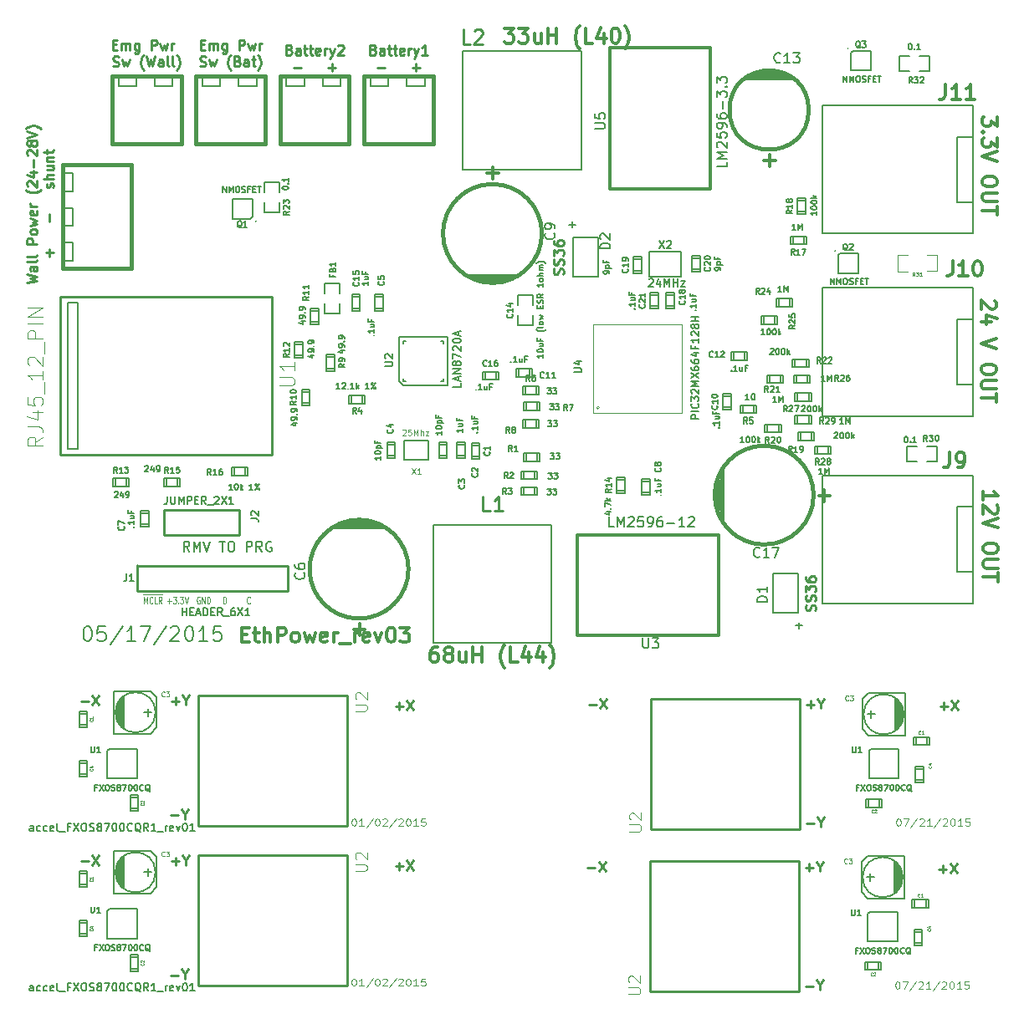
<source format=gto>
G04 (created by PCBNEW (2013-jul-07)-stable) date Tue 21 Jul 2015 08:42:06 PM PDT*
%MOIN*%
G04 Gerber Fmt 3.4, Leading zero omitted, Abs format*
%FSLAX34Y34*%
G01*
G70*
G90*
G04 APERTURE LIST*
%ADD10C,0.00590551*%
%ADD11C,0.00984252*%
%ADD12C,0.00492126*%
%ADD13C,0.011811*%
%ADD14C,0.00787402*%
%ADD15C,0.005*%
%ADD16C,0.01*%
%ADD17C,0.0059*%
%ADD18C,0.0039*%
%ADD19C,0.015*%
%ADD20C,0.0079*%
%ADD21C,0.015748*%
%ADD22C,0.019685*%
%ADD23C,0.012*%
%ADD24C,0.0047*%
%ADD25C,0.0019685*%
%ADD26C,0.00393701*%
%ADD27C,0.0075*%
%ADD28C,0.0037*%
%ADD29C,0.008*%
G04 APERTURE END LIST*
G54D10*
G54D11*
X64563Y-53158D02*
X64863Y-53158D01*
X64713Y-53308D02*
X64713Y-53008D01*
X65125Y-53121D02*
X65125Y-53308D01*
X64994Y-52915D02*
X65125Y-53121D01*
X65256Y-52915D01*
X69879Y-53225D02*
X70179Y-53225D01*
X70029Y-53375D02*
X70029Y-53075D01*
X70329Y-52982D02*
X70591Y-53375D01*
X70591Y-52982D02*
X70329Y-53375D01*
X64563Y-57883D02*
X64863Y-57883D01*
X65125Y-57845D02*
X65125Y-58033D01*
X64994Y-57639D02*
X65125Y-57845D01*
X65256Y-57639D01*
X55883Y-53158D02*
X56182Y-53158D01*
X56332Y-52915D02*
X56595Y-53308D01*
X56595Y-52915D02*
X56332Y-53308D01*
G54D12*
X68211Y-57709D02*
X68241Y-57709D01*
X68271Y-57723D01*
X68286Y-57736D01*
X68301Y-57762D01*
X68316Y-57814D01*
X68316Y-57880D01*
X68301Y-57933D01*
X68286Y-57959D01*
X68271Y-57972D01*
X68241Y-57985D01*
X68211Y-57985D01*
X68181Y-57972D01*
X68166Y-57959D01*
X68151Y-57933D01*
X68136Y-57880D01*
X68136Y-57814D01*
X68151Y-57762D01*
X68166Y-57736D01*
X68181Y-57723D01*
X68211Y-57709D01*
X68421Y-57709D02*
X68631Y-57709D01*
X68496Y-57985D01*
X68976Y-57696D02*
X68706Y-58051D01*
X69066Y-57736D02*
X69081Y-57723D01*
X69111Y-57709D01*
X69186Y-57709D01*
X69216Y-57723D01*
X69231Y-57736D01*
X69246Y-57762D01*
X69246Y-57788D01*
X69231Y-57828D01*
X69051Y-57985D01*
X69246Y-57985D01*
X69546Y-57985D02*
X69366Y-57985D01*
X69456Y-57985D02*
X69456Y-57709D01*
X69426Y-57749D01*
X69396Y-57775D01*
X69366Y-57788D01*
X69906Y-57696D02*
X69636Y-58051D01*
X69996Y-57736D02*
X70011Y-57723D01*
X70041Y-57709D01*
X70116Y-57709D01*
X70146Y-57723D01*
X70161Y-57736D01*
X70176Y-57762D01*
X70176Y-57788D01*
X70161Y-57828D01*
X69981Y-57985D01*
X70176Y-57985D01*
X70371Y-57709D02*
X70401Y-57709D01*
X70431Y-57723D01*
X70446Y-57736D01*
X70461Y-57762D01*
X70476Y-57814D01*
X70476Y-57880D01*
X70461Y-57933D01*
X70446Y-57959D01*
X70431Y-57972D01*
X70401Y-57985D01*
X70371Y-57985D01*
X70341Y-57972D01*
X70326Y-57959D01*
X70311Y-57933D01*
X70296Y-57880D01*
X70296Y-57814D01*
X70311Y-57762D01*
X70326Y-57736D01*
X70341Y-57723D01*
X70371Y-57709D01*
X70776Y-57985D02*
X70596Y-57985D01*
X70686Y-57985D02*
X70686Y-57709D01*
X70656Y-57749D01*
X70626Y-57775D01*
X70596Y-57788D01*
X71061Y-57709D02*
X70911Y-57709D01*
X70896Y-57841D01*
X70911Y-57828D01*
X70941Y-57814D01*
X71016Y-57814D01*
X71046Y-57828D01*
X71061Y-57841D01*
X71076Y-57867D01*
X71076Y-57933D01*
X71061Y-57959D01*
X71046Y-57972D01*
X71016Y-57985D01*
X70941Y-57985D01*
X70911Y-57972D01*
X70896Y-57959D01*
G54D10*
X33787Y-58080D02*
X33787Y-57915D01*
X33772Y-57885D01*
X33742Y-57870D01*
X33682Y-57870D01*
X33652Y-57885D01*
X33787Y-58065D02*
X33757Y-58080D01*
X33682Y-58080D01*
X33652Y-58065D01*
X33637Y-58035D01*
X33637Y-58005D01*
X33652Y-57975D01*
X33682Y-57960D01*
X33757Y-57960D01*
X33787Y-57945D01*
X34071Y-58065D02*
X34041Y-58080D01*
X33982Y-58080D01*
X33952Y-58065D01*
X33937Y-58050D01*
X33922Y-58020D01*
X33922Y-57930D01*
X33937Y-57900D01*
X33952Y-57885D01*
X33982Y-57870D01*
X34041Y-57870D01*
X34071Y-57885D01*
X34341Y-58065D02*
X34311Y-58080D01*
X34251Y-58080D01*
X34221Y-58065D01*
X34206Y-58050D01*
X34191Y-58020D01*
X34191Y-57930D01*
X34206Y-57900D01*
X34221Y-57885D01*
X34251Y-57870D01*
X34311Y-57870D01*
X34341Y-57885D01*
X34596Y-58065D02*
X34566Y-58080D01*
X34506Y-58080D01*
X34476Y-58065D01*
X34461Y-58035D01*
X34461Y-57915D01*
X34476Y-57885D01*
X34506Y-57870D01*
X34566Y-57870D01*
X34596Y-57885D01*
X34611Y-57915D01*
X34611Y-57945D01*
X34461Y-57975D01*
X34791Y-58080D02*
X34761Y-58065D01*
X34746Y-58035D01*
X34746Y-57765D01*
X34836Y-58110D02*
X35076Y-58110D01*
X35256Y-57915D02*
X35151Y-57915D01*
X35151Y-58080D02*
X35151Y-57765D01*
X35301Y-57765D01*
X35391Y-57765D02*
X35601Y-58080D01*
X35601Y-57765D02*
X35391Y-58080D01*
X35781Y-57765D02*
X35841Y-57765D01*
X35871Y-57780D01*
X35901Y-57810D01*
X35916Y-57870D01*
X35916Y-57975D01*
X35901Y-58035D01*
X35871Y-58065D01*
X35841Y-58080D01*
X35781Y-58080D01*
X35751Y-58065D01*
X35721Y-58035D01*
X35706Y-57975D01*
X35706Y-57870D01*
X35721Y-57810D01*
X35751Y-57780D01*
X35781Y-57765D01*
X36036Y-58065D02*
X36081Y-58080D01*
X36156Y-58080D01*
X36186Y-58065D01*
X36201Y-58050D01*
X36216Y-58020D01*
X36216Y-57990D01*
X36201Y-57960D01*
X36186Y-57945D01*
X36156Y-57930D01*
X36096Y-57915D01*
X36066Y-57900D01*
X36051Y-57885D01*
X36036Y-57855D01*
X36036Y-57825D01*
X36051Y-57795D01*
X36066Y-57780D01*
X36096Y-57765D01*
X36171Y-57765D01*
X36216Y-57780D01*
X36396Y-57900D02*
X36366Y-57885D01*
X36351Y-57870D01*
X36336Y-57840D01*
X36336Y-57825D01*
X36351Y-57795D01*
X36366Y-57780D01*
X36396Y-57765D01*
X36456Y-57765D01*
X36486Y-57780D01*
X36501Y-57795D01*
X36516Y-57825D01*
X36516Y-57840D01*
X36501Y-57870D01*
X36486Y-57885D01*
X36456Y-57900D01*
X36396Y-57900D01*
X36366Y-57915D01*
X36351Y-57930D01*
X36336Y-57960D01*
X36336Y-58020D01*
X36351Y-58050D01*
X36366Y-58065D01*
X36396Y-58080D01*
X36456Y-58080D01*
X36486Y-58065D01*
X36501Y-58050D01*
X36516Y-58020D01*
X36516Y-57960D01*
X36501Y-57930D01*
X36486Y-57915D01*
X36456Y-57900D01*
X36621Y-57765D02*
X36831Y-57765D01*
X36696Y-58080D01*
X37011Y-57765D02*
X37041Y-57765D01*
X37071Y-57780D01*
X37086Y-57795D01*
X37101Y-57825D01*
X37116Y-57885D01*
X37116Y-57960D01*
X37101Y-58020D01*
X37086Y-58050D01*
X37071Y-58065D01*
X37041Y-58080D01*
X37011Y-58080D01*
X36981Y-58065D01*
X36966Y-58050D01*
X36951Y-58020D01*
X36936Y-57960D01*
X36936Y-57885D01*
X36951Y-57825D01*
X36966Y-57795D01*
X36981Y-57780D01*
X37011Y-57765D01*
X37311Y-57765D02*
X37341Y-57765D01*
X37371Y-57780D01*
X37386Y-57795D01*
X37401Y-57825D01*
X37416Y-57885D01*
X37416Y-57960D01*
X37401Y-58020D01*
X37386Y-58050D01*
X37371Y-58065D01*
X37341Y-58080D01*
X37311Y-58080D01*
X37281Y-58065D01*
X37266Y-58050D01*
X37251Y-58020D01*
X37236Y-57960D01*
X37236Y-57885D01*
X37251Y-57825D01*
X37266Y-57795D01*
X37281Y-57780D01*
X37311Y-57765D01*
X37731Y-58050D02*
X37716Y-58065D01*
X37671Y-58080D01*
X37641Y-58080D01*
X37596Y-58065D01*
X37566Y-58035D01*
X37551Y-58005D01*
X37536Y-57945D01*
X37536Y-57900D01*
X37551Y-57840D01*
X37566Y-57810D01*
X37596Y-57780D01*
X37641Y-57765D01*
X37671Y-57765D01*
X37716Y-57780D01*
X37731Y-57795D01*
X38076Y-58110D02*
X38046Y-58095D01*
X38016Y-58065D01*
X37971Y-58020D01*
X37941Y-58005D01*
X37911Y-58005D01*
X37926Y-58080D02*
X37896Y-58065D01*
X37866Y-58035D01*
X37851Y-57975D01*
X37851Y-57870D01*
X37866Y-57810D01*
X37896Y-57780D01*
X37926Y-57765D01*
X37986Y-57765D01*
X38016Y-57780D01*
X38046Y-57810D01*
X38061Y-57870D01*
X38061Y-57975D01*
X38046Y-58035D01*
X38016Y-58065D01*
X37986Y-58080D01*
X37926Y-58080D01*
X38376Y-58080D02*
X38271Y-57930D01*
X38196Y-58080D02*
X38196Y-57765D01*
X38316Y-57765D01*
X38346Y-57780D01*
X38361Y-57795D01*
X38376Y-57825D01*
X38376Y-57870D01*
X38361Y-57900D01*
X38346Y-57915D01*
X38316Y-57930D01*
X38196Y-57930D01*
X38676Y-58080D02*
X38496Y-58080D01*
X38586Y-58080D02*
X38586Y-57765D01*
X38556Y-57810D01*
X38526Y-57840D01*
X38496Y-57855D01*
X38736Y-58110D02*
X38976Y-58110D01*
X39051Y-58080D02*
X39051Y-57870D01*
X39051Y-57930D02*
X39066Y-57900D01*
X39081Y-57885D01*
X39111Y-57870D01*
X39141Y-57870D01*
X39366Y-58065D02*
X39336Y-58080D01*
X39276Y-58080D01*
X39246Y-58065D01*
X39231Y-58035D01*
X39231Y-57915D01*
X39246Y-57885D01*
X39276Y-57870D01*
X39336Y-57870D01*
X39366Y-57885D01*
X39381Y-57915D01*
X39381Y-57945D01*
X39231Y-57975D01*
X39486Y-57870D02*
X39561Y-58080D01*
X39636Y-57870D01*
X39816Y-57765D02*
X39846Y-57765D01*
X39876Y-57780D01*
X39891Y-57795D01*
X39906Y-57825D01*
X39921Y-57885D01*
X39921Y-57960D01*
X39906Y-58020D01*
X39891Y-58050D01*
X39876Y-58065D01*
X39846Y-58080D01*
X39816Y-58080D01*
X39786Y-58065D01*
X39771Y-58050D01*
X39756Y-58020D01*
X39741Y-57960D01*
X39741Y-57885D01*
X39756Y-57825D01*
X39771Y-57795D01*
X39786Y-57780D01*
X39816Y-57765D01*
X40221Y-58080D02*
X40041Y-58080D01*
X40131Y-58080D02*
X40131Y-57765D01*
X40101Y-57810D01*
X40071Y-57840D01*
X40041Y-57855D01*
G54D11*
X39307Y-52899D02*
X39607Y-52899D01*
X39457Y-53049D02*
X39457Y-52749D01*
X39869Y-52861D02*
X39869Y-53049D01*
X39738Y-52655D02*
X39869Y-52861D01*
X40000Y-52655D01*
X48225Y-53107D02*
X48525Y-53107D01*
X48375Y-53257D02*
X48375Y-52957D01*
X48675Y-52864D02*
X48937Y-53257D01*
X48937Y-52864D02*
X48675Y-53257D01*
X39267Y-57450D02*
X39567Y-57450D01*
X39830Y-57412D02*
X39830Y-57600D01*
X39699Y-57206D02*
X39830Y-57412D01*
X39961Y-57206D01*
X35686Y-52903D02*
X35986Y-52903D01*
X36136Y-52659D02*
X36398Y-53053D01*
X36398Y-52659D02*
X36136Y-53053D01*
G54D12*
X46557Y-57591D02*
X46587Y-57591D01*
X46617Y-57604D01*
X46632Y-57618D01*
X46647Y-57644D01*
X46662Y-57696D01*
X46662Y-57762D01*
X46647Y-57814D01*
X46632Y-57841D01*
X46617Y-57854D01*
X46587Y-57867D01*
X46557Y-57867D01*
X46527Y-57854D01*
X46512Y-57841D01*
X46497Y-57814D01*
X46482Y-57762D01*
X46482Y-57696D01*
X46497Y-57644D01*
X46512Y-57618D01*
X46527Y-57604D01*
X46557Y-57591D01*
X46962Y-57867D02*
X46782Y-57867D01*
X46872Y-57867D02*
X46872Y-57591D01*
X46842Y-57631D01*
X46812Y-57657D01*
X46782Y-57670D01*
X47322Y-57578D02*
X47052Y-57933D01*
X47487Y-57591D02*
X47517Y-57591D01*
X47547Y-57604D01*
X47562Y-57618D01*
X47577Y-57644D01*
X47592Y-57696D01*
X47592Y-57762D01*
X47577Y-57814D01*
X47562Y-57841D01*
X47547Y-57854D01*
X47517Y-57867D01*
X47487Y-57867D01*
X47457Y-57854D01*
X47442Y-57841D01*
X47427Y-57814D01*
X47412Y-57762D01*
X47412Y-57696D01*
X47427Y-57644D01*
X47442Y-57618D01*
X47457Y-57604D01*
X47487Y-57591D01*
X47712Y-57618D02*
X47727Y-57604D01*
X47757Y-57591D01*
X47832Y-57591D01*
X47862Y-57604D01*
X47877Y-57618D01*
X47892Y-57644D01*
X47892Y-57670D01*
X47877Y-57709D01*
X47697Y-57867D01*
X47892Y-57867D01*
X48252Y-57578D02*
X47982Y-57933D01*
X48342Y-57618D02*
X48357Y-57604D01*
X48387Y-57591D01*
X48462Y-57591D01*
X48492Y-57604D01*
X48507Y-57618D01*
X48522Y-57644D01*
X48522Y-57670D01*
X48507Y-57709D01*
X48327Y-57867D01*
X48522Y-57867D01*
X48717Y-57591D02*
X48747Y-57591D01*
X48777Y-57604D01*
X48792Y-57618D01*
X48807Y-57644D01*
X48822Y-57696D01*
X48822Y-57762D01*
X48807Y-57814D01*
X48792Y-57841D01*
X48777Y-57854D01*
X48747Y-57867D01*
X48717Y-57867D01*
X48687Y-57854D01*
X48672Y-57841D01*
X48657Y-57814D01*
X48642Y-57762D01*
X48642Y-57696D01*
X48657Y-57644D01*
X48672Y-57618D01*
X48687Y-57604D01*
X48717Y-57591D01*
X49122Y-57867D02*
X48942Y-57867D01*
X49032Y-57867D02*
X49032Y-57591D01*
X49002Y-57631D01*
X48972Y-57657D01*
X48942Y-57670D01*
X49407Y-57591D02*
X49257Y-57591D01*
X49242Y-57723D01*
X49257Y-57709D01*
X49287Y-57696D01*
X49362Y-57696D01*
X49392Y-57709D01*
X49407Y-57723D01*
X49422Y-57749D01*
X49422Y-57814D01*
X49407Y-57841D01*
X49392Y-57854D01*
X49362Y-57867D01*
X49287Y-57867D01*
X49257Y-57854D01*
X49242Y-57841D01*
G54D13*
X72201Y-23217D02*
X72201Y-23582D01*
X71976Y-23385D01*
X71976Y-23470D01*
X71948Y-23526D01*
X71920Y-23554D01*
X71864Y-23582D01*
X71723Y-23582D01*
X71667Y-23554D01*
X71639Y-23526D01*
X71611Y-23470D01*
X71611Y-23301D01*
X71639Y-23245D01*
X71667Y-23217D01*
X71667Y-23835D02*
X71639Y-23863D01*
X71611Y-23835D01*
X71639Y-23807D01*
X71667Y-23835D01*
X71611Y-23835D01*
X72201Y-24060D02*
X72201Y-24426D01*
X71976Y-24229D01*
X71976Y-24313D01*
X71948Y-24370D01*
X71920Y-24398D01*
X71864Y-24426D01*
X71723Y-24426D01*
X71667Y-24398D01*
X71639Y-24370D01*
X71611Y-24313D01*
X71611Y-24145D01*
X71639Y-24088D01*
X71667Y-24060D01*
X72201Y-24595D02*
X71611Y-24791D01*
X72201Y-24988D01*
X72201Y-25748D02*
X72201Y-25860D01*
X72173Y-25916D01*
X72117Y-25973D01*
X72005Y-26001D01*
X71808Y-26001D01*
X71695Y-25973D01*
X71639Y-25916D01*
X71611Y-25860D01*
X71611Y-25748D01*
X71639Y-25691D01*
X71695Y-25635D01*
X71808Y-25607D01*
X72005Y-25607D01*
X72117Y-25635D01*
X72173Y-25691D01*
X72201Y-25748D01*
X72201Y-26254D02*
X71723Y-26254D01*
X71667Y-26282D01*
X71639Y-26310D01*
X71611Y-26366D01*
X71611Y-26479D01*
X71639Y-26535D01*
X71667Y-26563D01*
X71723Y-26591D01*
X72201Y-26591D01*
X72201Y-26788D02*
X72201Y-27125D01*
X71611Y-26957D02*
X72201Y-26957D01*
X71650Y-38487D02*
X71650Y-38149D01*
X71650Y-38318D02*
X72241Y-38318D01*
X72156Y-38262D01*
X72100Y-38205D01*
X72072Y-38149D01*
X72185Y-38712D02*
X72213Y-38740D01*
X72241Y-38796D01*
X72241Y-38937D01*
X72213Y-38993D01*
X72185Y-39021D01*
X72128Y-39049D01*
X72072Y-39049D01*
X71988Y-39021D01*
X71650Y-38683D01*
X71650Y-39049D01*
X72241Y-39218D02*
X71650Y-39415D01*
X72241Y-39611D01*
X72241Y-40371D02*
X72241Y-40483D01*
X72213Y-40539D01*
X72156Y-40596D01*
X72044Y-40624D01*
X71847Y-40624D01*
X71735Y-40596D01*
X71678Y-40539D01*
X71650Y-40483D01*
X71650Y-40371D01*
X71678Y-40314D01*
X71735Y-40258D01*
X71847Y-40230D01*
X72044Y-40230D01*
X72156Y-40258D01*
X72213Y-40314D01*
X72241Y-40371D01*
X72241Y-40877D02*
X71763Y-40877D01*
X71706Y-40905D01*
X71678Y-40933D01*
X71650Y-40989D01*
X71650Y-41102D01*
X71678Y-41158D01*
X71706Y-41186D01*
X71763Y-41214D01*
X72241Y-41214D01*
X72241Y-41411D02*
X72241Y-41749D01*
X71650Y-41580D02*
X72241Y-41580D01*
X72106Y-30562D02*
X72134Y-30590D01*
X72162Y-30646D01*
X72162Y-30787D01*
X72134Y-30843D01*
X72106Y-30871D01*
X72050Y-30899D01*
X71993Y-30899D01*
X71909Y-30871D01*
X71571Y-30534D01*
X71571Y-30899D01*
X71965Y-31406D02*
X71571Y-31406D01*
X72190Y-31265D02*
X71768Y-31124D01*
X71768Y-31490D01*
X72162Y-32080D02*
X71571Y-32277D01*
X72162Y-32474D01*
X72162Y-33233D02*
X72162Y-33346D01*
X72134Y-33402D01*
X72078Y-33458D01*
X71965Y-33487D01*
X71768Y-33487D01*
X71656Y-33458D01*
X71600Y-33402D01*
X71571Y-33346D01*
X71571Y-33233D01*
X71600Y-33177D01*
X71656Y-33121D01*
X71768Y-33093D01*
X71965Y-33093D01*
X72078Y-33121D01*
X72134Y-33177D01*
X72162Y-33233D01*
X72162Y-33740D02*
X71684Y-33740D01*
X71628Y-33768D01*
X71600Y-33796D01*
X71571Y-33852D01*
X71571Y-33965D01*
X71600Y-34021D01*
X71628Y-34049D01*
X71684Y-34077D01*
X72162Y-34077D01*
X72162Y-34274D02*
X72162Y-34611D01*
X71571Y-34443D02*
X72162Y-34443D01*
G54D11*
X43997Y-20543D02*
X44053Y-20562D01*
X44071Y-20581D01*
X44090Y-20618D01*
X44090Y-20674D01*
X44071Y-20712D01*
X44053Y-20731D01*
X44015Y-20749D01*
X43865Y-20749D01*
X43865Y-20356D01*
X43997Y-20356D01*
X44034Y-20374D01*
X44053Y-20393D01*
X44071Y-20431D01*
X44071Y-20468D01*
X44053Y-20506D01*
X44034Y-20524D01*
X43997Y-20543D01*
X43865Y-20543D01*
X44428Y-20749D02*
X44428Y-20543D01*
X44409Y-20506D01*
X44371Y-20487D01*
X44296Y-20487D01*
X44259Y-20506D01*
X44428Y-20731D02*
X44390Y-20749D01*
X44296Y-20749D01*
X44259Y-20731D01*
X44240Y-20693D01*
X44240Y-20656D01*
X44259Y-20618D01*
X44296Y-20599D01*
X44390Y-20599D01*
X44428Y-20581D01*
X44559Y-20487D02*
X44709Y-20487D01*
X44615Y-20356D02*
X44615Y-20693D01*
X44634Y-20731D01*
X44671Y-20749D01*
X44709Y-20749D01*
X44784Y-20487D02*
X44934Y-20487D01*
X44840Y-20356D02*
X44840Y-20693D01*
X44859Y-20731D01*
X44896Y-20749D01*
X44934Y-20749D01*
X45215Y-20731D02*
X45178Y-20749D01*
X45103Y-20749D01*
X45065Y-20731D01*
X45046Y-20693D01*
X45046Y-20543D01*
X45065Y-20506D01*
X45103Y-20487D01*
X45178Y-20487D01*
X45215Y-20506D01*
X45234Y-20543D01*
X45234Y-20581D01*
X45046Y-20618D01*
X45403Y-20749D02*
X45403Y-20487D01*
X45403Y-20562D02*
X45421Y-20524D01*
X45440Y-20506D01*
X45478Y-20487D01*
X45515Y-20487D01*
X45609Y-20487D02*
X45703Y-20749D01*
X45796Y-20487D02*
X45703Y-20749D01*
X45665Y-20843D01*
X45646Y-20862D01*
X45609Y-20881D01*
X45928Y-20393D02*
X45946Y-20374D01*
X45984Y-20356D01*
X46077Y-20356D01*
X46115Y-20374D01*
X46134Y-20393D01*
X46152Y-20431D01*
X46152Y-20468D01*
X46134Y-20524D01*
X45909Y-20749D01*
X46152Y-20749D01*
X44156Y-21249D02*
X44456Y-21249D01*
X45543Y-21249D02*
X45843Y-21249D01*
X45693Y-21399D02*
X45693Y-21099D01*
X47343Y-20543D02*
X47399Y-20562D01*
X47418Y-20581D01*
X47437Y-20618D01*
X47437Y-20674D01*
X47418Y-20712D01*
X47399Y-20731D01*
X47362Y-20749D01*
X47212Y-20749D01*
X47212Y-20356D01*
X47343Y-20356D01*
X47380Y-20374D01*
X47399Y-20393D01*
X47418Y-20431D01*
X47418Y-20468D01*
X47399Y-20506D01*
X47380Y-20524D01*
X47343Y-20543D01*
X47212Y-20543D01*
X47774Y-20749D02*
X47774Y-20543D01*
X47755Y-20506D01*
X47718Y-20487D01*
X47643Y-20487D01*
X47605Y-20506D01*
X47774Y-20731D02*
X47737Y-20749D01*
X47643Y-20749D01*
X47605Y-20731D01*
X47587Y-20693D01*
X47587Y-20656D01*
X47605Y-20618D01*
X47643Y-20599D01*
X47737Y-20599D01*
X47774Y-20581D01*
X47905Y-20487D02*
X48055Y-20487D01*
X47962Y-20356D02*
X47962Y-20693D01*
X47980Y-20731D01*
X48018Y-20749D01*
X48055Y-20749D01*
X48130Y-20487D02*
X48280Y-20487D01*
X48187Y-20356D02*
X48187Y-20693D01*
X48205Y-20731D01*
X48243Y-20749D01*
X48280Y-20749D01*
X48562Y-20731D02*
X48524Y-20749D01*
X48449Y-20749D01*
X48412Y-20731D01*
X48393Y-20693D01*
X48393Y-20543D01*
X48412Y-20506D01*
X48449Y-20487D01*
X48524Y-20487D01*
X48562Y-20506D01*
X48580Y-20543D01*
X48580Y-20581D01*
X48393Y-20618D01*
X48749Y-20749D02*
X48749Y-20487D01*
X48749Y-20562D02*
X48768Y-20524D01*
X48787Y-20506D01*
X48824Y-20487D01*
X48862Y-20487D01*
X48955Y-20487D02*
X49049Y-20749D01*
X49143Y-20487D02*
X49049Y-20749D01*
X49011Y-20843D01*
X48993Y-20862D01*
X48955Y-20881D01*
X49499Y-20749D02*
X49274Y-20749D01*
X49386Y-20749D02*
X49386Y-20356D01*
X49349Y-20412D01*
X49311Y-20449D01*
X49274Y-20468D01*
X47502Y-21249D02*
X47802Y-21249D01*
X48890Y-21249D02*
X49190Y-21249D01*
X49040Y-21399D02*
X49040Y-21099D01*
X40453Y-20346D02*
X40584Y-20346D01*
X40641Y-20553D02*
X40453Y-20553D01*
X40453Y-20159D01*
X40641Y-20159D01*
X40809Y-20553D02*
X40809Y-20290D01*
X40809Y-20328D02*
X40828Y-20309D01*
X40866Y-20290D01*
X40922Y-20290D01*
X40959Y-20309D01*
X40978Y-20346D01*
X40978Y-20553D01*
X40978Y-20346D02*
X40997Y-20309D01*
X41034Y-20290D01*
X41091Y-20290D01*
X41128Y-20309D01*
X41147Y-20346D01*
X41147Y-20553D01*
X41503Y-20290D02*
X41503Y-20609D01*
X41484Y-20646D01*
X41466Y-20665D01*
X41428Y-20684D01*
X41372Y-20684D01*
X41334Y-20665D01*
X41503Y-20534D02*
X41466Y-20553D01*
X41391Y-20553D01*
X41353Y-20534D01*
X41334Y-20515D01*
X41316Y-20478D01*
X41316Y-20365D01*
X41334Y-20328D01*
X41353Y-20309D01*
X41391Y-20290D01*
X41466Y-20290D01*
X41503Y-20309D01*
X41991Y-20553D02*
X41991Y-20159D01*
X42140Y-20159D01*
X42178Y-20178D01*
X42197Y-20196D01*
X42215Y-20234D01*
X42215Y-20290D01*
X42197Y-20328D01*
X42178Y-20346D01*
X42140Y-20365D01*
X41991Y-20365D01*
X42347Y-20290D02*
X42422Y-20553D01*
X42497Y-20365D01*
X42572Y-20553D01*
X42647Y-20290D01*
X42797Y-20553D02*
X42797Y-20290D01*
X42797Y-20365D02*
X42815Y-20328D01*
X42834Y-20309D01*
X42872Y-20290D01*
X42909Y-20290D01*
X40434Y-21183D02*
X40491Y-21202D01*
X40584Y-21202D01*
X40622Y-21183D01*
X40641Y-21165D01*
X40659Y-21127D01*
X40659Y-21090D01*
X40641Y-21052D01*
X40622Y-21033D01*
X40584Y-21015D01*
X40509Y-20996D01*
X40472Y-20977D01*
X40453Y-20958D01*
X40434Y-20921D01*
X40434Y-20883D01*
X40453Y-20846D01*
X40472Y-20827D01*
X40509Y-20808D01*
X40603Y-20808D01*
X40659Y-20827D01*
X40791Y-20940D02*
X40866Y-21202D01*
X40941Y-21015D01*
X41016Y-21202D01*
X41091Y-20940D01*
X41653Y-21352D02*
X41634Y-21333D01*
X41597Y-21277D01*
X41578Y-21240D01*
X41559Y-21183D01*
X41541Y-21090D01*
X41541Y-21015D01*
X41559Y-20921D01*
X41578Y-20865D01*
X41597Y-20827D01*
X41634Y-20771D01*
X41653Y-20752D01*
X41934Y-20996D02*
X41991Y-21015D01*
X42009Y-21033D01*
X42028Y-21071D01*
X42028Y-21127D01*
X42009Y-21165D01*
X41991Y-21183D01*
X41953Y-21202D01*
X41803Y-21202D01*
X41803Y-20808D01*
X41934Y-20808D01*
X41972Y-20827D01*
X41991Y-20846D01*
X42009Y-20883D01*
X42009Y-20921D01*
X41991Y-20958D01*
X41972Y-20977D01*
X41934Y-20996D01*
X41803Y-20996D01*
X42365Y-21202D02*
X42365Y-20996D01*
X42347Y-20958D01*
X42309Y-20940D01*
X42234Y-20940D01*
X42197Y-20958D01*
X42365Y-21183D02*
X42328Y-21202D01*
X42234Y-21202D01*
X42197Y-21183D01*
X42178Y-21146D01*
X42178Y-21108D01*
X42197Y-21071D01*
X42234Y-21052D01*
X42328Y-21052D01*
X42365Y-21033D01*
X42497Y-20940D02*
X42647Y-20940D01*
X42553Y-20808D02*
X42553Y-21146D01*
X42572Y-21183D01*
X42609Y-21202D01*
X42647Y-21202D01*
X42740Y-21352D02*
X42759Y-21333D01*
X42797Y-21277D01*
X42815Y-21240D01*
X42834Y-21183D01*
X42853Y-21090D01*
X42853Y-21015D01*
X42834Y-20921D01*
X42815Y-20865D01*
X42797Y-20827D01*
X42759Y-20771D01*
X42740Y-20752D01*
X36957Y-20346D02*
X37088Y-20346D01*
X37144Y-20553D02*
X36957Y-20553D01*
X36957Y-20159D01*
X37144Y-20159D01*
X37313Y-20553D02*
X37313Y-20290D01*
X37313Y-20328D02*
X37332Y-20309D01*
X37369Y-20290D01*
X37425Y-20290D01*
X37463Y-20309D01*
X37482Y-20346D01*
X37482Y-20553D01*
X37482Y-20346D02*
X37500Y-20309D01*
X37538Y-20290D01*
X37594Y-20290D01*
X37632Y-20309D01*
X37650Y-20346D01*
X37650Y-20553D01*
X38007Y-20290D02*
X38007Y-20609D01*
X37988Y-20646D01*
X37969Y-20665D01*
X37932Y-20684D01*
X37875Y-20684D01*
X37838Y-20665D01*
X38007Y-20534D02*
X37969Y-20553D01*
X37894Y-20553D01*
X37857Y-20534D01*
X37838Y-20515D01*
X37819Y-20478D01*
X37819Y-20365D01*
X37838Y-20328D01*
X37857Y-20309D01*
X37894Y-20290D01*
X37969Y-20290D01*
X38007Y-20309D01*
X38494Y-20553D02*
X38494Y-20159D01*
X38644Y-20159D01*
X38682Y-20178D01*
X38700Y-20196D01*
X38719Y-20234D01*
X38719Y-20290D01*
X38700Y-20328D01*
X38682Y-20346D01*
X38644Y-20365D01*
X38494Y-20365D01*
X38850Y-20290D02*
X38925Y-20553D01*
X39000Y-20365D01*
X39075Y-20553D01*
X39150Y-20290D01*
X39300Y-20553D02*
X39300Y-20290D01*
X39300Y-20365D02*
X39319Y-20328D01*
X39338Y-20309D01*
X39375Y-20290D01*
X39413Y-20290D01*
X36966Y-21183D02*
X37022Y-21202D01*
X37116Y-21202D01*
X37154Y-21183D01*
X37172Y-21165D01*
X37191Y-21127D01*
X37191Y-21090D01*
X37172Y-21052D01*
X37154Y-21033D01*
X37116Y-21015D01*
X37041Y-20996D01*
X37004Y-20977D01*
X36985Y-20958D01*
X36966Y-20921D01*
X36966Y-20883D01*
X36985Y-20846D01*
X37004Y-20827D01*
X37041Y-20808D01*
X37135Y-20808D01*
X37191Y-20827D01*
X37322Y-20940D02*
X37397Y-21202D01*
X37472Y-21015D01*
X37547Y-21202D01*
X37622Y-20940D01*
X38185Y-21352D02*
X38166Y-21333D01*
X38128Y-21277D01*
X38110Y-21240D01*
X38091Y-21183D01*
X38072Y-21090D01*
X38072Y-21015D01*
X38091Y-20921D01*
X38110Y-20865D01*
X38128Y-20827D01*
X38166Y-20771D01*
X38185Y-20752D01*
X38297Y-20808D02*
X38391Y-21202D01*
X38466Y-20921D01*
X38541Y-21202D01*
X38635Y-20808D01*
X38953Y-21202D02*
X38953Y-20996D01*
X38935Y-20958D01*
X38897Y-20940D01*
X38822Y-20940D01*
X38785Y-20958D01*
X38953Y-21183D02*
X38916Y-21202D01*
X38822Y-21202D01*
X38785Y-21183D01*
X38766Y-21146D01*
X38766Y-21108D01*
X38785Y-21071D01*
X38822Y-21052D01*
X38916Y-21052D01*
X38953Y-21033D01*
X39197Y-21202D02*
X39160Y-21183D01*
X39141Y-21146D01*
X39141Y-20808D01*
X39403Y-21202D02*
X39366Y-21183D01*
X39347Y-21146D01*
X39347Y-20808D01*
X39516Y-21352D02*
X39535Y-21333D01*
X39572Y-21277D01*
X39591Y-21240D01*
X39610Y-21183D01*
X39628Y-21090D01*
X39628Y-21015D01*
X39610Y-20921D01*
X39591Y-20865D01*
X39572Y-20827D01*
X39535Y-20771D01*
X39516Y-20752D01*
X33545Y-29842D02*
X33938Y-29748D01*
X33657Y-29673D01*
X33938Y-29598D01*
X33545Y-29505D01*
X33938Y-29186D02*
X33732Y-29186D01*
X33695Y-29205D01*
X33676Y-29242D01*
X33676Y-29317D01*
X33695Y-29355D01*
X33920Y-29186D02*
X33938Y-29223D01*
X33938Y-29317D01*
X33920Y-29355D01*
X33882Y-29373D01*
X33845Y-29373D01*
X33807Y-29355D01*
X33788Y-29317D01*
X33788Y-29223D01*
X33770Y-29186D01*
X33938Y-28942D02*
X33920Y-28980D01*
X33882Y-28998D01*
X33545Y-28998D01*
X33938Y-28736D02*
X33920Y-28773D01*
X33882Y-28792D01*
X33545Y-28792D01*
X33938Y-28286D02*
X33545Y-28286D01*
X33545Y-28136D01*
X33563Y-28098D01*
X33582Y-28080D01*
X33620Y-28061D01*
X33676Y-28061D01*
X33713Y-28080D01*
X33732Y-28098D01*
X33751Y-28136D01*
X33751Y-28286D01*
X33938Y-27836D02*
X33920Y-27874D01*
X33901Y-27892D01*
X33863Y-27911D01*
X33751Y-27911D01*
X33713Y-27892D01*
X33695Y-27874D01*
X33676Y-27836D01*
X33676Y-27780D01*
X33695Y-27742D01*
X33713Y-27724D01*
X33751Y-27705D01*
X33863Y-27705D01*
X33901Y-27724D01*
X33920Y-27742D01*
X33938Y-27780D01*
X33938Y-27836D01*
X33676Y-27574D02*
X33938Y-27499D01*
X33751Y-27424D01*
X33938Y-27349D01*
X33676Y-27274D01*
X33920Y-26974D02*
X33938Y-27011D01*
X33938Y-27086D01*
X33920Y-27124D01*
X33882Y-27142D01*
X33732Y-27142D01*
X33695Y-27124D01*
X33676Y-27086D01*
X33676Y-27011D01*
X33695Y-26974D01*
X33732Y-26955D01*
X33770Y-26955D01*
X33807Y-27142D01*
X33938Y-26786D02*
X33676Y-26786D01*
X33751Y-26786D02*
X33713Y-26767D01*
X33695Y-26749D01*
X33676Y-26711D01*
X33676Y-26674D01*
X34088Y-26130D02*
X34070Y-26149D01*
X34013Y-26186D01*
X33976Y-26205D01*
X33920Y-26224D01*
X33826Y-26242D01*
X33751Y-26242D01*
X33657Y-26224D01*
X33601Y-26205D01*
X33563Y-26186D01*
X33507Y-26149D01*
X33488Y-26130D01*
X33582Y-25999D02*
X33563Y-25980D01*
X33545Y-25943D01*
X33545Y-25849D01*
X33563Y-25811D01*
X33582Y-25793D01*
X33620Y-25774D01*
X33657Y-25774D01*
X33713Y-25793D01*
X33938Y-26017D01*
X33938Y-25774D01*
X33676Y-25436D02*
X33938Y-25436D01*
X33526Y-25530D02*
X33807Y-25624D01*
X33807Y-25380D01*
X33788Y-25230D02*
X33788Y-24930D01*
X33582Y-24761D02*
X33563Y-24743D01*
X33545Y-24705D01*
X33545Y-24611D01*
X33563Y-24574D01*
X33582Y-24555D01*
X33620Y-24536D01*
X33657Y-24536D01*
X33713Y-24555D01*
X33938Y-24780D01*
X33938Y-24536D01*
X33713Y-24311D02*
X33695Y-24349D01*
X33676Y-24368D01*
X33638Y-24386D01*
X33620Y-24386D01*
X33582Y-24368D01*
X33563Y-24349D01*
X33545Y-24311D01*
X33545Y-24236D01*
X33563Y-24199D01*
X33582Y-24180D01*
X33620Y-24161D01*
X33638Y-24161D01*
X33676Y-24180D01*
X33695Y-24199D01*
X33713Y-24236D01*
X33713Y-24311D01*
X33732Y-24349D01*
X33751Y-24368D01*
X33788Y-24386D01*
X33863Y-24386D01*
X33901Y-24368D01*
X33920Y-24349D01*
X33938Y-24311D01*
X33938Y-24236D01*
X33920Y-24199D01*
X33901Y-24180D01*
X33863Y-24161D01*
X33788Y-24161D01*
X33751Y-24180D01*
X33732Y-24199D01*
X33713Y-24236D01*
X33545Y-24049D02*
X33938Y-23918D01*
X33545Y-23787D01*
X34088Y-23693D02*
X34070Y-23674D01*
X34013Y-23637D01*
X33976Y-23618D01*
X33920Y-23599D01*
X33826Y-23580D01*
X33751Y-23580D01*
X33657Y-23599D01*
X33601Y-23618D01*
X33563Y-23637D01*
X33507Y-23674D01*
X33488Y-23693D01*
X34438Y-28792D02*
X34438Y-28492D01*
X34588Y-28642D02*
X34288Y-28642D01*
X34438Y-27405D02*
X34438Y-27105D01*
X34569Y-26036D02*
X34588Y-25999D01*
X34588Y-25924D01*
X34569Y-25886D01*
X34532Y-25868D01*
X34513Y-25868D01*
X34476Y-25886D01*
X34457Y-25924D01*
X34457Y-25980D01*
X34438Y-26017D01*
X34401Y-26036D01*
X34382Y-26036D01*
X34344Y-26017D01*
X34326Y-25980D01*
X34326Y-25924D01*
X34344Y-25886D01*
X34588Y-25699D02*
X34194Y-25699D01*
X34588Y-25530D02*
X34382Y-25530D01*
X34344Y-25549D01*
X34326Y-25586D01*
X34326Y-25643D01*
X34344Y-25680D01*
X34363Y-25699D01*
X34326Y-25174D02*
X34588Y-25174D01*
X34326Y-25343D02*
X34532Y-25343D01*
X34569Y-25324D01*
X34588Y-25286D01*
X34588Y-25230D01*
X34569Y-25193D01*
X34550Y-25174D01*
X34326Y-24986D02*
X34588Y-24986D01*
X34363Y-24986D02*
X34344Y-24968D01*
X34326Y-24930D01*
X34326Y-24874D01*
X34344Y-24836D01*
X34382Y-24818D01*
X34588Y-24818D01*
X34326Y-24686D02*
X34326Y-24536D01*
X34194Y-24630D02*
X34532Y-24630D01*
X34569Y-24611D01*
X34588Y-24574D01*
X34588Y-24536D01*
G54D14*
X40016Y-40553D02*
X39885Y-40365D01*
X39791Y-40553D02*
X39791Y-40159D01*
X39941Y-40159D01*
X39979Y-40178D01*
X39998Y-40196D01*
X40016Y-40234D01*
X40016Y-40290D01*
X39998Y-40328D01*
X39979Y-40346D01*
X39941Y-40365D01*
X39791Y-40365D01*
X40185Y-40553D02*
X40185Y-40159D01*
X40316Y-40440D01*
X40448Y-40159D01*
X40448Y-40553D01*
X40579Y-40159D02*
X40710Y-40553D01*
X40841Y-40159D01*
X41216Y-40159D02*
X41441Y-40159D01*
X41329Y-40553D02*
X41329Y-40159D01*
X41647Y-40159D02*
X41722Y-40159D01*
X41760Y-40178D01*
X41797Y-40215D01*
X41816Y-40290D01*
X41816Y-40421D01*
X41797Y-40496D01*
X41760Y-40534D01*
X41722Y-40553D01*
X41647Y-40553D01*
X41610Y-40534D01*
X41572Y-40496D01*
X41554Y-40421D01*
X41554Y-40290D01*
X41572Y-40215D01*
X41610Y-40178D01*
X41647Y-40159D01*
X42285Y-40553D02*
X42285Y-40159D01*
X42435Y-40159D01*
X42472Y-40178D01*
X42491Y-40196D01*
X42510Y-40234D01*
X42510Y-40290D01*
X42491Y-40328D01*
X42472Y-40346D01*
X42435Y-40365D01*
X42285Y-40365D01*
X42904Y-40553D02*
X42772Y-40365D01*
X42679Y-40553D02*
X42679Y-40159D01*
X42829Y-40159D01*
X42866Y-40178D01*
X42885Y-40196D01*
X42904Y-40234D01*
X42904Y-40290D01*
X42885Y-40328D01*
X42866Y-40346D01*
X42829Y-40365D01*
X42679Y-40365D01*
X43278Y-40178D02*
X43241Y-40159D01*
X43185Y-40159D01*
X43128Y-40178D01*
X43091Y-40215D01*
X43072Y-40253D01*
X43053Y-40328D01*
X43053Y-40384D01*
X43072Y-40459D01*
X43091Y-40496D01*
X43128Y-40534D01*
X43185Y-40553D01*
X43222Y-40553D01*
X43278Y-40534D01*
X43297Y-40515D01*
X43297Y-40384D01*
X43222Y-40384D01*
G54D13*
X42114Y-43866D02*
X42311Y-43866D01*
X42395Y-44176D02*
X42114Y-44176D01*
X42114Y-43585D01*
X42395Y-43585D01*
X42564Y-43782D02*
X42789Y-43782D01*
X42649Y-43585D02*
X42649Y-44091D01*
X42677Y-44147D01*
X42733Y-44176D01*
X42789Y-44176D01*
X42986Y-44176D02*
X42986Y-43585D01*
X43239Y-44176D02*
X43239Y-43866D01*
X43211Y-43810D01*
X43155Y-43782D01*
X43070Y-43782D01*
X43014Y-43810D01*
X42986Y-43838D01*
X43520Y-44176D02*
X43520Y-43585D01*
X43745Y-43585D01*
X43802Y-43613D01*
X43830Y-43641D01*
X43858Y-43697D01*
X43858Y-43782D01*
X43830Y-43838D01*
X43802Y-43866D01*
X43745Y-43894D01*
X43520Y-43894D01*
X44195Y-44176D02*
X44139Y-44147D01*
X44111Y-44119D01*
X44083Y-44063D01*
X44083Y-43894D01*
X44111Y-43838D01*
X44139Y-43810D01*
X44195Y-43782D01*
X44280Y-43782D01*
X44336Y-43810D01*
X44364Y-43838D01*
X44392Y-43894D01*
X44392Y-44063D01*
X44364Y-44119D01*
X44336Y-44147D01*
X44280Y-44176D01*
X44195Y-44176D01*
X44589Y-43782D02*
X44701Y-44176D01*
X44814Y-43894D01*
X44926Y-44176D01*
X45039Y-43782D01*
X45489Y-44147D02*
X45433Y-44176D01*
X45320Y-44176D01*
X45264Y-44147D01*
X45236Y-44091D01*
X45236Y-43866D01*
X45264Y-43810D01*
X45320Y-43782D01*
X45433Y-43782D01*
X45489Y-43810D01*
X45517Y-43866D01*
X45517Y-43922D01*
X45236Y-43979D01*
X45770Y-44176D02*
X45770Y-43782D01*
X45770Y-43894D02*
X45798Y-43838D01*
X45826Y-43810D01*
X45883Y-43782D01*
X45939Y-43782D01*
X45995Y-44232D02*
X46445Y-44232D01*
X46586Y-44176D02*
X46586Y-43782D01*
X46586Y-43894D02*
X46614Y-43838D01*
X46642Y-43810D01*
X46698Y-43782D01*
X46754Y-43782D01*
X47176Y-44147D02*
X47120Y-44176D01*
X47007Y-44176D01*
X46951Y-44147D01*
X46923Y-44091D01*
X46923Y-43866D01*
X46951Y-43810D01*
X47007Y-43782D01*
X47120Y-43782D01*
X47176Y-43810D01*
X47204Y-43866D01*
X47204Y-43922D01*
X46923Y-43979D01*
X47401Y-43782D02*
X47542Y-44176D01*
X47682Y-43782D01*
X48020Y-43585D02*
X48076Y-43585D01*
X48132Y-43613D01*
X48160Y-43641D01*
X48188Y-43697D01*
X48217Y-43810D01*
X48217Y-43951D01*
X48188Y-44063D01*
X48160Y-44119D01*
X48132Y-44147D01*
X48076Y-44176D01*
X48020Y-44176D01*
X47964Y-44147D01*
X47935Y-44119D01*
X47907Y-44063D01*
X47879Y-43951D01*
X47879Y-43810D01*
X47907Y-43697D01*
X47935Y-43641D01*
X47964Y-43613D01*
X48020Y-43585D01*
X48413Y-43585D02*
X48779Y-43585D01*
X48582Y-43810D01*
X48667Y-43810D01*
X48723Y-43838D01*
X48751Y-43866D01*
X48779Y-43922D01*
X48779Y-44063D01*
X48751Y-44119D01*
X48723Y-44147D01*
X48667Y-44176D01*
X48498Y-44176D01*
X48442Y-44147D01*
X48413Y-44119D01*
G54D14*
X35928Y-43546D02*
X35984Y-43546D01*
X36040Y-43574D01*
X36068Y-43602D01*
X36096Y-43658D01*
X36124Y-43771D01*
X36124Y-43911D01*
X36096Y-44024D01*
X36068Y-44080D01*
X36040Y-44108D01*
X35984Y-44136D01*
X35928Y-44136D01*
X35871Y-44108D01*
X35843Y-44080D01*
X35815Y-44024D01*
X35787Y-43911D01*
X35787Y-43771D01*
X35815Y-43658D01*
X35843Y-43602D01*
X35871Y-43574D01*
X35928Y-43546D01*
X36659Y-43546D02*
X36377Y-43546D01*
X36349Y-43827D01*
X36377Y-43799D01*
X36434Y-43771D01*
X36574Y-43771D01*
X36631Y-43799D01*
X36659Y-43827D01*
X36687Y-43883D01*
X36687Y-44024D01*
X36659Y-44080D01*
X36631Y-44108D01*
X36574Y-44136D01*
X36434Y-44136D01*
X36377Y-44108D01*
X36349Y-44080D01*
X37362Y-43517D02*
X36856Y-44277D01*
X37868Y-44136D02*
X37530Y-44136D01*
X37699Y-44136D02*
X37699Y-43546D01*
X37643Y-43630D01*
X37587Y-43686D01*
X37530Y-43714D01*
X38065Y-43546D02*
X38458Y-43546D01*
X38205Y-44136D01*
X39105Y-43517D02*
X38599Y-44277D01*
X39274Y-43602D02*
X39302Y-43574D01*
X39358Y-43546D01*
X39499Y-43546D01*
X39555Y-43574D01*
X39583Y-43602D01*
X39611Y-43658D01*
X39611Y-43714D01*
X39583Y-43799D01*
X39246Y-44136D01*
X39611Y-44136D01*
X39977Y-43546D02*
X40033Y-43546D01*
X40089Y-43574D01*
X40118Y-43602D01*
X40146Y-43658D01*
X40174Y-43771D01*
X40174Y-43911D01*
X40146Y-44024D01*
X40118Y-44080D01*
X40089Y-44108D01*
X40033Y-44136D01*
X39977Y-44136D01*
X39921Y-44108D01*
X39893Y-44080D01*
X39865Y-44024D01*
X39836Y-43911D01*
X39836Y-43771D01*
X39865Y-43658D01*
X39893Y-43602D01*
X39921Y-43574D01*
X39977Y-43546D01*
X40736Y-44136D02*
X40399Y-44136D01*
X40568Y-44136D02*
X40568Y-43546D01*
X40511Y-43630D01*
X40455Y-43686D01*
X40399Y-43714D01*
X41271Y-43546D02*
X40989Y-43546D01*
X40961Y-43827D01*
X40989Y-43799D01*
X41046Y-43771D01*
X41186Y-43771D01*
X41242Y-43799D01*
X41271Y-43827D01*
X41299Y-43883D01*
X41299Y-44024D01*
X41271Y-44080D01*
X41242Y-44108D01*
X41186Y-44136D01*
X41046Y-44136D01*
X40989Y-44108D01*
X40961Y-44080D01*
G54D12*
X38210Y-42631D02*
X38210Y-42355D01*
X38276Y-42552D01*
X38341Y-42355D01*
X38341Y-42631D01*
X38547Y-42604D02*
X38538Y-42618D01*
X38510Y-42631D01*
X38491Y-42631D01*
X38463Y-42618D01*
X38444Y-42591D01*
X38435Y-42565D01*
X38426Y-42513D01*
X38426Y-42473D01*
X38435Y-42421D01*
X38444Y-42395D01*
X38463Y-42368D01*
X38491Y-42355D01*
X38510Y-42355D01*
X38538Y-42368D01*
X38547Y-42381D01*
X38726Y-42631D02*
X38632Y-42631D01*
X38632Y-42355D01*
X38904Y-42631D02*
X38838Y-42500D01*
X38791Y-42631D02*
X38791Y-42355D01*
X38866Y-42355D01*
X38885Y-42368D01*
X38894Y-42381D01*
X38904Y-42408D01*
X38904Y-42447D01*
X38894Y-42473D01*
X38885Y-42486D01*
X38866Y-42500D01*
X38791Y-42500D01*
X38163Y-42280D02*
X38941Y-42280D01*
X39138Y-42526D02*
X39288Y-42526D01*
X39213Y-42631D02*
X39213Y-42421D01*
X39363Y-42355D02*
X39485Y-42355D01*
X39419Y-42460D01*
X39447Y-42460D01*
X39466Y-42473D01*
X39476Y-42486D01*
X39485Y-42513D01*
X39485Y-42578D01*
X39476Y-42604D01*
X39466Y-42618D01*
X39447Y-42631D01*
X39391Y-42631D01*
X39372Y-42618D01*
X39363Y-42604D01*
X39569Y-42604D02*
X39579Y-42618D01*
X39569Y-42631D01*
X39560Y-42618D01*
X39569Y-42604D01*
X39569Y-42631D01*
X39644Y-42355D02*
X39766Y-42355D01*
X39700Y-42460D01*
X39729Y-42460D01*
X39747Y-42473D01*
X39757Y-42486D01*
X39766Y-42513D01*
X39766Y-42578D01*
X39757Y-42604D01*
X39747Y-42618D01*
X39729Y-42631D01*
X39672Y-42631D01*
X39654Y-42618D01*
X39644Y-42604D01*
X39822Y-42355D02*
X39888Y-42631D01*
X39954Y-42355D01*
X40422Y-42368D02*
X40404Y-42355D01*
X40375Y-42355D01*
X40347Y-42368D01*
X40329Y-42395D01*
X40319Y-42421D01*
X40310Y-42473D01*
X40310Y-42513D01*
X40319Y-42565D01*
X40329Y-42591D01*
X40347Y-42618D01*
X40375Y-42631D01*
X40394Y-42631D01*
X40422Y-42618D01*
X40432Y-42604D01*
X40432Y-42513D01*
X40394Y-42513D01*
X40516Y-42631D02*
X40516Y-42355D01*
X40628Y-42631D01*
X40628Y-42355D01*
X40722Y-42631D02*
X40722Y-42355D01*
X40769Y-42355D01*
X40797Y-42368D01*
X40816Y-42395D01*
X40825Y-42421D01*
X40835Y-42473D01*
X40835Y-42513D01*
X40825Y-42565D01*
X40816Y-42591D01*
X40797Y-42618D01*
X40769Y-42631D01*
X40722Y-42631D01*
X41369Y-42631D02*
X41369Y-42355D01*
X41416Y-42355D01*
X41444Y-42368D01*
X41463Y-42395D01*
X41472Y-42421D01*
X41482Y-42473D01*
X41482Y-42513D01*
X41472Y-42565D01*
X41463Y-42591D01*
X41444Y-42618D01*
X41416Y-42631D01*
X41369Y-42631D01*
X42428Y-42604D02*
X42419Y-42618D01*
X42391Y-42631D01*
X42372Y-42631D01*
X42344Y-42618D01*
X42325Y-42591D01*
X42316Y-42565D01*
X42306Y-42513D01*
X42306Y-42473D01*
X42316Y-42421D01*
X42325Y-42395D01*
X42344Y-42368D01*
X42372Y-42355D01*
X42391Y-42355D01*
X42419Y-42368D01*
X42428Y-42381D01*
X46557Y-51213D02*
X46587Y-51213D01*
X46617Y-51227D01*
X46632Y-51240D01*
X46647Y-51266D01*
X46662Y-51318D01*
X46662Y-51384D01*
X46647Y-51437D01*
X46632Y-51463D01*
X46617Y-51476D01*
X46587Y-51489D01*
X46557Y-51489D01*
X46527Y-51476D01*
X46512Y-51463D01*
X46497Y-51437D01*
X46482Y-51384D01*
X46482Y-51318D01*
X46497Y-51266D01*
X46512Y-51240D01*
X46527Y-51227D01*
X46557Y-51213D01*
X46962Y-51489D02*
X46782Y-51489D01*
X46872Y-51489D02*
X46872Y-51213D01*
X46842Y-51253D01*
X46812Y-51279D01*
X46782Y-51292D01*
X47322Y-51200D02*
X47052Y-51555D01*
X47487Y-51213D02*
X47517Y-51213D01*
X47547Y-51227D01*
X47562Y-51240D01*
X47577Y-51266D01*
X47592Y-51318D01*
X47592Y-51384D01*
X47577Y-51437D01*
X47562Y-51463D01*
X47547Y-51476D01*
X47517Y-51489D01*
X47487Y-51489D01*
X47457Y-51476D01*
X47442Y-51463D01*
X47427Y-51437D01*
X47412Y-51384D01*
X47412Y-51318D01*
X47427Y-51266D01*
X47442Y-51240D01*
X47457Y-51227D01*
X47487Y-51213D01*
X47712Y-51240D02*
X47727Y-51227D01*
X47757Y-51213D01*
X47832Y-51213D01*
X47862Y-51227D01*
X47877Y-51240D01*
X47892Y-51266D01*
X47892Y-51292D01*
X47877Y-51332D01*
X47697Y-51489D01*
X47892Y-51489D01*
X48252Y-51200D02*
X47982Y-51555D01*
X48342Y-51240D02*
X48357Y-51227D01*
X48387Y-51213D01*
X48462Y-51213D01*
X48492Y-51227D01*
X48507Y-51240D01*
X48522Y-51266D01*
X48522Y-51292D01*
X48507Y-51332D01*
X48327Y-51489D01*
X48522Y-51489D01*
X48717Y-51213D02*
X48747Y-51213D01*
X48777Y-51227D01*
X48792Y-51240D01*
X48807Y-51266D01*
X48822Y-51318D01*
X48822Y-51384D01*
X48807Y-51437D01*
X48792Y-51463D01*
X48777Y-51476D01*
X48747Y-51489D01*
X48717Y-51489D01*
X48687Y-51476D01*
X48672Y-51463D01*
X48657Y-51437D01*
X48642Y-51384D01*
X48642Y-51318D01*
X48657Y-51266D01*
X48672Y-51240D01*
X48687Y-51227D01*
X48717Y-51213D01*
X49122Y-51489D02*
X48942Y-51489D01*
X49032Y-51489D02*
X49032Y-51213D01*
X49002Y-51253D01*
X48972Y-51279D01*
X48942Y-51292D01*
X49407Y-51213D02*
X49257Y-51213D01*
X49242Y-51345D01*
X49257Y-51332D01*
X49287Y-51318D01*
X49362Y-51318D01*
X49392Y-51332D01*
X49407Y-51345D01*
X49422Y-51371D01*
X49422Y-51437D01*
X49407Y-51463D01*
X49392Y-51476D01*
X49362Y-51489D01*
X49287Y-51489D01*
X49257Y-51476D01*
X49242Y-51463D01*
G54D11*
X35686Y-46525D02*
X35986Y-46525D01*
X36136Y-46281D02*
X36398Y-46675D01*
X36398Y-46281D02*
X36136Y-46675D01*
X39267Y-51072D02*
X39567Y-51072D01*
X39830Y-51034D02*
X39830Y-51222D01*
X39699Y-50828D02*
X39830Y-51034D01*
X39961Y-50828D01*
X48225Y-46729D02*
X48525Y-46729D01*
X48375Y-46879D02*
X48375Y-46579D01*
X48675Y-46486D02*
X48937Y-46879D01*
X48937Y-46486D02*
X48675Y-46879D01*
X39307Y-46521D02*
X39607Y-46521D01*
X39457Y-46671D02*
X39457Y-46371D01*
X39869Y-46483D02*
X39869Y-46671D01*
X39738Y-46277D02*
X39869Y-46483D01*
X40000Y-46277D01*
G54D10*
X33787Y-51702D02*
X33787Y-51537D01*
X33772Y-51507D01*
X33742Y-51492D01*
X33682Y-51492D01*
X33652Y-51507D01*
X33787Y-51687D02*
X33757Y-51702D01*
X33682Y-51702D01*
X33652Y-51687D01*
X33637Y-51657D01*
X33637Y-51627D01*
X33652Y-51597D01*
X33682Y-51582D01*
X33757Y-51582D01*
X33787Y-51567D01*
X34071Y-51687D02*
X34041Y-51702D01*
X33982Y-51702D01*
X33952Y-51687D01*
X33937Y-51672D01*
X33922Y-51642D01*
X33922Y-51552D01*
X33937Y-51522D01*
X33952Y-51507D01*
X33982Y-51492D01*
X34041Y-51492D01*
X34071Y-51507D01*
X34341Y-51687D02*
X34311Y-51702D01*
X34251Y-51702D01*
X34221Y-51687D01*
X34206Y-51672D01*
X34191Y-51642D01*
X34191Y-51552D01*
X34206Y-51522D01*
X34221Y-51507D01*
X34251Y-51492D01*
X34311Y-51492D01*
X34341Y-51507D01*
X34596Y-51687D02*
X34566Y-51702D01*
X34506Y-51702D01*
X34476Y-51687D01*
X34461Y-51657D01*
X34461Y-51537D01*
X34476Y-51507D01*
X34506Y-51492D01*
X34566Y-51492D01*
X34596Y-51507D01*
X34611Y-51537D01*
X34611Y-51567D01*
X34461Y-51597D01*
X34791Y-51702D02*
X34761Y-51687D01*
X34746Y-51657D01*
X34746Y-51387D01*
X34836Y-51732D02*
X35076Y-51732D01*
X35256Y-51537D02*
X35151Y-51537D01*
X35151Y-51702D02*
X35151Y-51387D01*
X35301Y-51387D01*
X35391Y-51387D02*
X35601Y-51702D01*
X35601Y-51387D02*
X35391Y-51702D01*
X35781Y-51387D02*
X35841Y-51387D01*
X35871Y-51402D01*
X35901Y-51432D01*
X35916Y-51492D01*
X35916Y-51597D01*
X35901Y-51657D01*
X35871Y-51687D01*
X35841Y-51702D01*
X35781Y-51702D01*
X35751Y-51687D01*
X35721Y-51657D01*
X35706Y-51597D01*
X35706Y-51492D01*
X35721Y-51432D01*
X35751Y-51402D01*
X35781Y-51387D01*
X36036Y-51687D02*
X36081Y-51702D01*
X36156Y-51702D01*
X36186Y-51687D01*
X36201Y-51672D01*
X36216Y-51642D01*
X36216Y-51612D01*
X36201Y-51582D01*
X36186Y-51567D01*
X36156Y-51552D01*
X36096Y-51537D01*
X36066Y-51522D01*
X36051Y-51507D01*
X36036Y-51477D01*
X36036Y-51447D01*
X36051Y-51417D01*
X36066Y-51402D01*
X36096Y-51387D01*
X36171Y-51387D01*
X36216Y-51402D01*
X36396Y-51522D02*
X36366Y-51507D01*
X36351Y-51492D01*
X36336Y-51462D01*
X36336Y-51447D01*
X36351Y-51417D01*
X36366Y-51402D01*
X36396Y-51387D01*
X36456Y-51387D01*
X36486Y-51402D01*
X36501Y-51417D01*
X36516Y-51447D01*
X36516Y-51462D01*
X36501Y-51492D01*
X36486Y-51507D01*
X36456Y-51522D01*
X36396Y-51522D01*
X36366Y-51537D01*
X36351Y-51552D01*
X36336Y-51582D01*
X36336Y-51642D01*
X36351Y-51672D01*
X36366Y-51687D01*
X36396Y-51702D01*
X36456Y-51702D01*
X36486Y-51687D01*
X36501Y-51672D01*
X36516Y-51642D01*
X36516Y-51582D01*
X36501Y-51552D01*
X36486Y-51537D01*
X36456Y-51522D01*
X36621Y-51387D02*
X36831Y-51387D01*
X36696Y-51702D01*
X37011Y-51387D02*
X37041Y-51387D01*
X37071Y-51402D01*
X37086Y-51417D01*
X37101Y-51447D01*
X37116Y-51507D01*
X37116Y-51582D01*
X37101Y-51642D01*
X37086Y-51672D01*
X37071Y-51687D01*
X37041Y-51702D01*
X37011Y-51702D01*
X36981Y-51687D01*
X36966Y-51672D01*
X36951Y-51642D01*
X36936Y-51582D01*
X36936Y-51507D01*
X36951Y-51447D01*
X36966Y-51417D01*
X36981Y-51402D01*
X37011Y-51387D01*
X37311Y-51387D02*
X37341Y-51387D01*
X37371Y-51402D01*
X37386Y-51417D01*
X37401Y-51447D01*
X37416Y-51507D01*
X37416Y-51582D01*
X37401Y-51642D01*
X37386Y-51672D01*
X37371Y-51687D01*
X37341Y-51702D01*
X37311Y-51702D01*
X37281Y-51687D01*
X37266Y-51672D01*
X37251Y-51642D01*
X37236Y-51582D01*
X37236Y-51507D01*
X37251Y-51447D01*
X37266Y-51417D01*
X37281Y-51402D01*
X37311Y-51387D01*
X37731Y-51672D02*
X37716Y-51687D01*
X37671Y-51702D01*
X37641Y-51702D01*
X37596Y-51687D01*
X37566Y-51657D01*
X37551Y-51627D01*
X37536Y-51567D01*
X37536Y-51522D01*
X37551Y-51462D01*
X37566Y-51432D01*
X37596Y-51402D01*
X37641Y-51387D01*
X37671Y-51387D01*
X37716Y-51402D01*
X37731Y-51417D01*
X38076Y-51732D02*
X38046Y-51717D01*
X38016Y-51687D01*
X37971Y-51642D01*
X37941Y-51627D01*
X37911Y-51627D01*
X37926Y-51702D02*
X37896Y-51687D01*
X37866Y-51657D01*
X37851Y-51597D01*
X37851Y-51492D01*
X37866Y-51432D01*
X37896Y-51402D01*
X37926Y-51387D01*
X37986Y-51387D01*
X38016Y-51402D01*
X38046Y-51432D01*
X38061Y-51492D01*
X38061Y-51597D01*
X38046Y-51657D01*
X38016Y-51687D01*
X37986Y-51702D01*
X37926Y-51702D01*
X38376Y-51702D02*
X38271Y-51552D01*
X38196Y-51702D02*
X38196Y-51387D01*
X38316Y-51387D01*
X38346Y-51402D01*
X38361Y-51417D01*
X38376Y-51447D01*
X38376Y-51492D01*
X38361Y-51522D01*
X38346Y-51537D01*
X38316Y-51552D01*
X38196Y-51552D01*
X38676Y-51702D02*
X38496Y-51702D01*
X38586Y-51702D02*
X38586Y-51387D01*
X38556Y-51432D01*
X38526Y-51462D01*
X38496Y-51477D01*
X38736Y-51732D02*
X38976Y-51732D01*
X39051Y-51702D02*
X39051Y-51492D01*
X39051Y-51552D02*
X39066Y-51522D01*
X39081Y-51507D01*
X39111Y-51492D01*
X39141Y-51492D01*
X39366Y-51687D02*
X39336Y-51702D01*
X39276Y-51702D01*
X39246Y-51687D01*
X39231Y-51657D01*
X39231Y-51537D01*
X39246Y-51507D01*
X39276Y-51492D01*
X39336Y-51492D01*
X39366Y-51507D01*
X39381Y-51537D01*
X39381Y-51567D01*
X39231Y-51597D01*
X39486Y-51492D02*
X39561Y-51702D01*
X39636Y-51492D01*
X39816Y-51387D02*
X39846Y-51387D01*
X39876Y-51402D01*
X39891Y-51417D01*
X39906Y-51447D01*
X39921Y-51507D01*
X39921Y-51582D01*
X39906Y-51642D01*
X39891Y-51672D01*
X39876Y-51687D01*
X39846Y-51702D01*
X39816Y-51702D01*
X39786Y-51687D01*
X39771Y-51672D01*
X39756Y-51642D01*
X39741Y-51582D01*
X39741Y-51507D01*
X39756Y-51447D01*
X39771Y-51417D01*
X39786Y-51402D01*
X39816Y-51387D01*
X40221Y-51702D02*
X40041Y-51702D01*
X40131Y-51702D02*
X40131Y-51387D01*
X40101Y-51432D01*
X40071Y-51462D01*
X40041Y-51477D01*
G54D12*
X68250Y-51213D02*
X68280Y-51213D01*
X68310Y-51227D01*
X68325Y-51240D01*
X68340Y-51266D01*
X68355Y-51318D01*
X68355Y-51384D01*
X68340Y-51437D01*
X68325Y-51463D01*
X68310Y-51476D01*
X68280Y-51489D01*
X68250Y-51489D01*
X68220Y-51476D01*
X68205Y-51463D01*
X68190Y-51437D01*
X68175Y-51384D01*
X68175Y-51318D01*
X68190Y-51266D01*
X68205Y-51240D01*
X68220Y-51227D01*
X68250Y-51213D01*
X68460Y-51213D02*
X68670Y-51213D01*
X68535Y-51489D01*
X69015Y-51200D02*
X68745Y-51555D01*
X69105Y-51240D02*
X69120Y-51227D01*
X69150Y-51213D01*
X69225Y-51213D01*
X69255Y-51227D01*
X69270Y-51240D01*
X69285Y-51266D01*
X69285Y-51292D01*
X69270Y-51332D01*
X69090Y-51489D01*
X69285Y-51489D01*
X69585Y-51489D02*
X69405Y-51489D01*
X69495Y-51489D02*
X69495Y-51213D01*
X69465Y-51253D01*
X69435Y-51279D01*
X69405Y-51292D01*
X69945Y-51200D02*
X69675Y-51555D01*
X70035Y-51240D02*
X70050Y-51227D01*
X70080Y-51213D01*
X70155Y-51213D01*
X70185Y-51227D01*
X70200Y-51240D01*
X70215Y-51266D01*
X70215Y-51292D01*
X70200Y-51332D01*
X70020Y-51489D01*
X70215Y-51489D01*
X70410Y-51213D02*
X70440Y-51213D01*
X70470Y-51227D01*
X70485Y-51240D01*
X70500Y-51266D01*
X70515Y-51318D01*
X70515Y-51384D01*
X70500Y-51437D01*
X70485Y-51463D01*
X70470Y-51476D01*
X70440Y-51489D01*
X70410Y-51489D01*
X70380Y-51476D01*
X70365Y-51463D01*
X70350Y-51437D01*
X70335Y-51384D01*
X70335Y-51318D01*
X70350Y-51266D01*
X70365Y-51240D01*
X70380Y-51227D01*
X70410Y-51213D01*
X70815Y-51489D02*
X70635Y-51489D01*
X70725Y-51489D02*
X70725Y-51213D01*
X70695Y-51253D01*
X70665Y-51279D01*
X70635Y-51292D01*
X71100Y-51213D02*
X70950Y-51213D01*
X70935Y-51345D01*
X70950Y-51332D01*
X70980Y-51318D01*
X71055Y-51318D01*
X71085Y-51332D01*
X71100Y-51345D01*
X71115Y-51371D01*
X71115Y-51437D01*
X71100Y-51463D01*
X71085Y-51476D01*
X71055Y-51489D01*
X70980Y-51489D01*
X70950Y-51476D01*
X70935Y-51463D01*
G54D11*
X55922Y-46662D02*
X56222Y-46662D01*
X56372Y-46419D02*
X56634Y-46812D01*
X56634Y-46419D02*
X56372Y-46812D01*
X64602Y-51387D02*
X64902Y-51387D01*
X65164Y-51349D02*
X65164Y-51537D01*
X65033Y-51143D02*
X65164Y-51349D01*
X65296Y-51143D01*
X69918Y-46729D02*
X70218Y-46729D01*
X70068Y-46879D02*
X70068Y-46579D01*
X70368Y-46486D02*
X70630Y-46879D01*
X70630Y-46486D02*
X70368Y-46879D01*
X64602Y-46662D02*
X64902Y-46662D01*
X64752Y-46812D02*
X64752Y-46512D01*
X65164Y-46625D02*
X65164Y-46812D01*
X65033Y-46419D02*
X65164Y-46625D01*
X65296Y-46419D01*
G54D15*
X66987Y-53543D02*
X67287Y-53543D01*
X67137Y-53693D02*
X67137Y-53393D01*
X67037Y-52696D02*
X68484Y-52696D01*
X66791Y-54143D02*
X66791Y-52943D01*
X67037Y-52696D02*
X66791Y-52943D01*
X67037Y-54389D02*
X68484Y-54389D01*
X67037Y-54389D02*
X66791Y-54143D01*
X68437Y-53493D02*
X68437Y-53593D01*
X68387Y-53793D02*
X68387Y-53293D01*
X68337Y-53193D02*
X68337Y-53893D01*
X68287Y-53093D02*
X68287Y-53993D01*
X68237Y-54043D02*
X68237Y-53043D01*
X68187Y-52993D02*
X68187Y-54093D01*
X68137Y-54143D02*
X68137Y-52943D01*
X68087Y-54193D02*
X68087Y-52893D01*
X68437Y-53543D02*
G75*
G03X68437Y-53543I-800J0D01*
G74*
G01*
X68484Y-54389D02*
X68484Y-52696D01*
X69353Y-54766D02*
X69353Y-54446D01*
X68913Y-54456D02*
X68913Y-54766D01*
X68813Y-54446D02*
X69453Y-54446D01*
X69453Y-54446D02*
X69453Y-54766D01*
X69453Y-54766D02*
X68813Y-54766D01*
X68813Y-54766D02*
X68813Y-54446D01*
X67024Y-56926D02*
X67024Y-57246D01*
X67464Y-57236D02*
X67464Y-56926D01*
X67564Y-57246D02*
X66924Y-57246D01*
X66924Y-57246D02*
X66924Y-56926D01*
X66924Y-56926D02*
X67564Y-56926D01*
X67564Y-56926D02*
X67564Y-57246D01*
X68895Y-56164D02*
X69215Y-56164D01*
X69205Y-55724D02*
X68895Y-55724D01*
X69215Y-55624D02*
X69215Y-56264D01*
X69215Y-56264D02*
X68895Y-56264D01*
X68895Y-56264D02*
X68895Y-55624D01*
X68895Y-55624D02*
X69215Y-55624D01*
G54D16*
X58370Y-58112D02*
X58370Y-52911D01*
X58370Y-52911D02*
X64307Y-52911D01*
X64307Y-52911D02*
X64307Y-58112D01*
X64307Y-58112D02*
X58370Y-58112D01*
G54D17*
X67125Y-54921D02*
X68228Y-54921D01*
X67047Y-55000D02*
X67047Y-56102D01*
X67125Y-54921D02*
X67047Y-55000D01*
X68228Y-56102D02*
X67047Y-56102D01*
X68228Y-54921D02*
X68228Y-56102D01*
G54D15*
X38512Y-53346D02*
X38212Y-53346D01*
X38362Y-53196D02*
X38362Y-53496D01*
X38462Y-54192D02*
X37015Y-54192D01*
X38708Y-52746D02*
X38708Y-53946D01*
X38462Y-54192D02*
X38708Y-53946D01*
X38462Y-52500D02*
X37015Y-52500D01*
X38462Y-52500D02*
X38708Y-52746D01*
X37062Y-53396D02*
X37062Y-53296D01*
X37112Y-53096D02*
X37112Y-53596D01*
X37162Y-53696D02*
X37162Y-52996D01*
X37212Y-53796D02*
X37212Y-52896D01*
X37262Y-52846D02*
X37262Y-53846D01*
X37312Y-53896D02*
X37312Y-52796D01*
X37362Y-52746D02*
X37362Y-53946D01*
X37412Y-52696D02*
X37412Y-53996D01*
X38662Y-53346D02*
G75*
G03X38662Y-53346I-800J0D01*
G74*
G01*
X37015Y-52500D02*
X37015Y-54192D01*
X35623Y-53845D02*
X35943Y-53845D01*
X35933Y-53405D02*
X35623Y-53405D01*
X35943Y-53305D02*
X35943Y-53945D01*
X35943Y-53945D02*
X35623Y-53945D01*
X35623Y-53945D02*
X35623Y-53305D01*
X35623Y-53305D02*
X35943Y-53305D01*
X37658Y-57184D02*
X37978Y-57184D01*
X37968Y-56744D02*
X37658Y-56744D01*
X37978Y-56644D02*
X37978Y-57284D01*
X37978Y-57284D02*
X37658Y-57284D01*
X37658Y-57284D02*
X37658Y-56644D01*
X37658Y-56644D02*
X37978Y-56644D01*
X35627Y-55810D02*
X35947Y-55810D01*
X35937Y-55370D02*
X35627Y-55370D01*
X35947Y-55270D02*
X35947Y-55910D01*
X35947Y-55910D02*
X35627Y-55910D01*
X35627Y-55910D02*
X35627Y-55270D01*
X35627Y-55270D02*
X35947Y-55270D01*
G54D16*
X46314Y-52675D02*
X46314Y-57875D01*
X46314Y-57875D02*
X40377Y-57875D01*
X40377Y-57875D02*
X40377Y-52675D01*
X40377Y-52675D02*
X46314Y-52675D01*
G54D17*
X36820Y-54803D02*
X37923Y-54803D01*
X36742Y-54881D02*
X36742Y-55984D01*
X36820Y-54803D02*
X36742Y-54881D01*
X37923Y-55984D02*
X36742Y-55984D01*
X37923Y-54803D02*
X37923Y-55984D01*
G54D10*
X49547Y-36909D02*
X48562Y-36909D01*
X48562Y-36909D02*
X48562Y-36122D01*
X48562Y-36122D02*
X49547Y-36122D01*
X49547Y-36122D02*
X49547Y-36909D01*
G54D16*
X43944Y-41114D02*
X37944Y-41114D01*
X43944Y-41114D02*
X43944Y-42114D01*
X43950Y-42120D02*
X37938Y-42120D01*
X37938Y-42120D02*
X37938Y-41112D01*
X42011Y-39909D02*
X42011Y-38909D01*
X42011Y-39909D02*
X39011Y-39909D01*
X39011Y-39909D02*
X39011Y-38909D01*
X39011Y-38909D02*
X42011Y-38909D01*
G54D10*
X58346Y-28602D02*
X59606Y-28602D01*
X59606Y-28602D02*
X59606Y-29586D01*
X59606Y-29586D02*
X58346Y-29586D01*
X58346Y-29586D02*
X58346Y-28602D01*
G54D18*
X56086Y-35035D02*
X56086Y-31492D01*
X56086Y-31492D02*
X59629Y-31492D01*
X59629Y-31492D02*
X59629Y-35035D01*
X59629Y-35035D02*
X56086Y-35035D01*
X56341Y-34817D02*
G75*
G03X56341Y-34817I-53J0D01*
G74*
G01*
G54D15*
X53685Y-31144D02*
X53685Y-31544D01*
X53685Y-31544D02*
X53085Y-31544D01*
X53085Y-31544D02*
X53085Y-31144D01*
X53085Y-30744D02*
X53085Y-30344D01*
X53085Y-30344D02*
X53685Y-30344D01*
X53685Y-30344D02*
X53685Y-30744D01*
X46472Y-34328D02*
X46472Y-34648D01*
X46912Y-34638D02*
X46912Y-34328D01*
X47012Y-34648D02*
X46372Y-34648D01*
X46372Y-34648D02*
X46372Y-34328D01*
X46372Y-34328D02*
X47012Y-34328D01*
X47012Y-34328D02*
X47012Y-34648D01*
X53881Y-36951D02*
X53881Y-36631D01*
X53441Y-36641D02*
X53441Y-36951D01*
X53341Y-36631D02*
X53981Y-36631D01*
X53981Y-36631D02*
X53981Y-36951D01*
X53981Y-36951D02*
X53341Y-36951D01*
X53341Y-36951D02*
X53341Y-36631D01*
X53782Y-37679D02*
X53782Y-37359D01*
X53342Y-37369D02*
X53342Y-37679D01*
X53242Y-37359D02*
X53882Y-37359D01*
X53882Y-37359D02*
X53882Y-37679D01*
X53882Y-37679D02*
X53242Y-37679D01*
X53242Y-37679D02*
X53242Y-37359D01*
X53763Y-38309D02*
X53763Y-37989D01*
X53323Y-37999D02*
X53323Y-38309D01*
X53223Y-37989D02*
X53863Y-37989D01*
X53863Y-37989D02*
X53863Y-38309D01*
X53863Y-38309D02*
X53223Y-38309D01*
X53223Y-38309D02*
X53223Y-37989D01*
X53842Y-34293D02*
X53842Y-33973D01*
X53402Y-33983D02*
X53402Y-34293D01*
X53302Y-33973D02*
X53942Y-33973D01*
X53942Y-33973D02*
X53942Y-34293D01*
X53942Y-34293D02*
X53302Y-34293D01*
X53302Y-34293D02*
X53302Y-33973D01*
X53881Y-34923D02*
X53881Y-34603D01*
X53441Y-34613D02*
X53441Y-34923D01*
X53341Y-34603D02*
X53981Y-34603D01*
X53981Y-34603D02*
X53981Y-34923D01*
X53981Y-34923D02*
X53341Y-34923D01*
X53341Y-34923D02*
X53341Y-34603D01*
X53842Y-35632D02*
X53842Y-35312D01*
X53402Y-35322D02*
X53402Y-35632D01*
X53302Y-35312D02*
X53942Y-35312D01*
X53942Y-35312D02*
X53942Y-35632D01*
X53942Y-35632D02*
X53302Y-35632D01*
X53302Y-35632D02*
X53302Y-35312D01*
X45469Y-33251D02*
X45789Y-33251D01*
X45779Y-32811D02*
X45469Y-32811D01*
X45789Y-32711D02*
X45789Y-33351D01*
X45789Y-33351D02*
X45469Y-33351D01*
X45469Y-33351D02*
X45469Y-32711D01*
X45469Y-32711D02*
X45789Y-32711D01*
X44805Y-34189D02*
X44485Y-34189D01*
X44495Y-34629D02*
X44805Y-34629D01*
X44485Y-34729D02*
X44485Y-34089D01*
X44485Y-34089D02*
X44805Y-34089D01*
X44805Y-34089D02*
X44805Y-34729D01*
X44805Y-34729D02*
X44485Y-34729D01*
X44840Y-31401D02*
X45160Y-31401D01*
X45150Y-30961D02*
X44840Y-30961D01*
X45160Y-30861D02*
X45160Y-31501D01*
X45160Y-31501D02*
X44840Y-31501D01*
X44840Y-31501D02*
X44840Y-30861D01*
X44840Y-30861D02*
X45160Y-30861D01*
X44530Y-32299D02*
X44210Y-32299D01*
X44220Y-32739D02*
X44530Y-32739D01*
X44210Y-32839D02*
X44210Y-32199D01*
X44210Y-32199D02*
X44530Y-32199D01*
X44530Y-32199D02*
X44530Y-32839D01*
X44530Y-32839D02*
X44210Y-32839D01*
X37503Y-37955D02*
X37503Y-37635D01*
X37063Y-37645D02*
X37063Y-37955D01*
X36963Y-37635D02*
X37603Y-37635D01*
X37603Y-37635D02*
X37603Y-37955D01*
X37603Y-37955D02*
X36963Y-37955D01*
X36963Y-37955D02*
X36963Y-37635D01*
X57364Y-37693D02*
X57044Y-37693D01*
X57054Y-38133D02*
X57364Y-38133D01*
X57044Y-38233D02*
X57044Y-37593D01*
X57044Y-37593D02*
X57364Y-37593D01*
X57364Y-37593D02*
X57364Y-38233D01*
X57364Y-38233D02*
X57044Y-38233D01*
X39550Y-37955D02*
X39550Y-37635D01*
X39110Y-37645D02*
X39110Y-37955D01*
X39010Y-37635D02*
X39650Y-37635D01*
X39650Y-37635D02*
X39650Y-37955D01*
X39650Y-37955D02*
X39010Y-37955D01*
X39010Y-37955D02*
X39010Y-37635D01*
X42227Y-37522D02*
X42227Y-37202D01*
X41787Y-37212D02*
X41787Y-37522D01*
X41687Y-37202D02*
X42327Y-37202D01*
X42327Y-37202D02*
X42327Y-37522D01*
X42327Y-37522D02*
X41687Y-37522D01*
X41687Y-37522D02*
X41687Y-37202D01*
X62063Y-34721D02*
X62063Y-35041D01*
X62503Y-35031D02*
X62503Y-34721D01*
X62603Y-35041D02*
X61963Y-35041D01*
X61963Y-35041D02*
X61963Y-34721D01*
X61963Y-34721D02*
X62603Y-34721D01*
X62603Y-34721D02*
X62603Y-35041D01*
X63566Y-33841D02*
X63566Y-33521D01*
X63126Y-33531D02*
X63126Y-33841D01*
X63026Y-33521D02*
X63666Y-33521D01*
X63666Y-33521D02*
X63666Y-33841D01*
X63666Y-33841D02*
X63026Y-33841D01*
X63026Y-33841D02*
X63026Y-33521D01*
X62909Y-31178D02*
X62909Y-31498D01*
X63349Y-31488D02*
X63349Y-31178D01*
X63449Y-31498D02*
X62809Y-31498D01*
X62809Y-31498D02*
X62809Y-31178D01*
X62809Y-31178D02*
X63449Y-31178D01*
X63449Y-31178D02*
X63449Y-31498D01*
X63500Y-30469D02*
X63500Y-30789D01*
X63940Y-30779D02*
X63940Y-30469D01*
X64040Y-30789D02*
X63400Y-30789D01*
X63400Y-30789D02*
X63400Y-30469D01*
X63400Y-30469D02*
X64040Y-30469D01*
X64040Y-30469D02*
X64040Y-30789D01*
X65035Y-36355D02*
X65035Y-36675D01*
X65475Y-36665D02*
X65475Y-36355D01*
X65575Y-36675D02*
X64935Y-36675D01*
X64935Y-36675D02*
X64935Y-36355D01*
X64935Y-36355D02*
X65575Y-36355D01*
X65575Y-36355D02*
X65575Y-36675D01*
X64590Y-33211D02*
X64590Y-32891D01*
X64150Y-32901D02*
X64150Y-33211D01*
X64050Y-32891D02*
X64690Y-32891D01*
X64690Y-32891D02*
X64690Y-33211D01*
X64690Y-33211D02*
X64050Y-33211D01*
X64050Y-33211D02*
X64050Y-32891D01*
X64688Y-34549D02*
X64688Y-34229D01*
X64248Y-34239D02*
X64248Y-34549D01*
X64148Y-34229D02*
X64788Y-34229D01*
X64788Y-34229D02*
X64788Y-34549D01*
X64788Y-34549D02*
X64148Y-34549D01*
X64148Y-34549D02*
X64148Y-34229D01*
X64209Y-33521D02*
X64209Y-33841D01*
X64649Y-33831D02*
X64649Y-33521D01*
X64749Y-33841D02*
X64109Y-33841D01*
X64109Y-33841D02*
X64109Y-33521D01*
X64109Y-33521D02*
X64749Y-33521D01*
X64749Y-33521D02*
X64749Y-33841D01*
X69097Y-20802D02*
X69497Y-20802D01*
X69497Y-20802D02*
X69497Y-21402D01*
X69497Y-21402D02*
X69097Y-21402D01*
X68697Y-21402D02*
X68297Y-21402D01*
X68297Y-21402D02*
X68297Y-20802D01*
X68297Y-20802D02*
X68697Y-20802D01*
X69412Y-36353D02*
X69812Y-36353D01*
X69812Y-36353D02*
X69812Y-36953D01*
X69812Y-36953D02*
X69412Y-36953D01*
X69012Y-36953D02*
X68612Y-36953D01*
X68612Y-36953D02*
X68612Y-36353D01*
X68612Y-36353D02*
X69012Y-36353D01*
X52227Y-33703D02*
X52227Y-33383D01*
X51787Y-33393D02*
X51787Y-33703D01*
X51687Y-33383D02*
X52327Y-33383D01*
X52327Y-33383D02*
X52327Y-33703D01*
X52327Y-33703D02*
X51687Y-33703D01*
X51687Y-33703D02*
X51687Y-33383D01*
X46813Y-30409D02*
X46493Y-30409D01*
X46503Y-30849D02*
X46813Y-30849D01*
X46493Y-30949D02*
X46493Y-30309D01*
X46493Y-30309D02*
X46813Y-30309D01*
X46813Y-30309D02*
X46813Y-30949D01*
X46813Y-30949D02*
X46493Y-30949D01*
X50666Y-36735D02*
X50986Y-36735D01*
X50976Y-36295D02*
X50666Y-36295D01*
X50986Y-36195D02*
X50986Y-36835D01*
X50986Y-36835D02*
X50666Y-36835D01*
X50666Y-36835D02*
X50666Y-36195D01*
X50666Y-36195D02*
X50986Y-36195D01*
X51257Y-36755D02*
X51577Y-36755D01*
X51567Y-36315D02*
X51257Y-36315D01*
X51577Y-36215D02*
X51577Y-36855D01*
X51577Y-36855D02*
X51257Y-36855D01*
X51257Y-36855D02*
X51257Y-36215D01*
X51257Y-36215D02*
X51577Y-36215D01*
X49958Y-36735D02*
X50278Y-36735D01*
X50268Y-36295D02*
X49958Y-36295D01*
X50278Y-36195D02*
X50278Y-36835D01*
X50278Y-36835D02*
X49958Y-36835D01*
X49958Y-36835D02*
X49958Y-36195D01*
X49958Y-36195D02*
X50278Y-36195D01*
X47891Y-36735D02*
X48211Y-36735D01*
X48201Y-36295D02*
X47891Y-36295D01*
X48211Y-36195D02*
X48211Y-36835D01*
X48211Y-36835D02*
X47891Y-36835D01*
X47891Y-36835D02*
X47891Y-36195D01*
X47891Y-36195D02*
X48211Y-36195D01*
X47719Y-30409D02*
X47399Y-30409D01*
X47409Y-30849D02*
X47719Y-30849D01*
X47399Y-30949D02*
X47399Y-30309D01*
X47399Y-30309D02*
X47719Y-30309D01*
X47719Y-30309D02*
X47719Y-30949D01*
X47719Y-30949D02*
X47399Y-30949D01*
X61597Y-34366D02*
X61277Y-34366D01*
X61287Y-34806D02*
X61597Y-34806D01*
X61277Y-34906D02*
X61277Y-34266D01*
X61277Y-34266D02*
X61597Y-34266D01*
X61597Y-34266D02*
X61597Y-34906D01*
X61597Y-34906D02*
X61277Y-34906D01*
X53126Y-33265D02*
X53126Y-33585D01*
X53566Y-33575D02*
X53566Y-33265D01*
X53666Y-33585D02*
X53026Y-33585D01*
X53026Y-33585D02*
X53026Y-33265D01*
X53026Y-33265D02*
X53666Y-33265D01*
X53666Y-33265D02*
X53666Y-33585D01*
X62149Y-32915D02*
X62149Y-32595D01*
X61709Y-32605D02*
X61709Y-32915D01*
X61609Y-32595D02*
X62249Y-32595D01*
X62249Y-32595D02*
X62249Y-32915D01*
X62249Y-32915D02*
X61609Y-32915D01*
X61609Y-32915D02*
X61609Y-32595D01*
X59333Y-30331D02*
X59013Y-30331D01*
X59023Y-30771D02*
X59333Y-30771D01*
X59013Y-30871D02*
X59013Y-30231D01*
X59013Y-30231D02*
X59333Y-30231D01*
X59333Y-30231D02*
X59333Y-30871D01*
X59333Y-30871D02*
X59013Y-30871D01*
X58024Y-28913D02*
X57704Y-28913D01*
X57714Y-29353D02*
X58024Y-29353D01*
X57704Y-29453D02*
X57704Y-28813D01*
X57704Y-28813D02*
X58024Y-28813D01*
X58024Y-28813D02*
X58024Y-29453D01*
X58024Y-29453D02*
X57704Y-29453D01*
X60036Y-29294D02*
X60356Y-29294D01*
X60346Y-28854D02*
X60036Y-28854D01*
X60356Y-28754D02*
X60356Y-29394D01*
X60356Y-29394D02*
X60036Y-29394D01*
X60036Y-29394D02*
X60036Y-28754D01*
X60036Y-28754D02*
X60356Y-28754D01*
X58703Y-30331D02*
X58383Y-30331D01*
X58393Y-30771D02*
X58703Y-30771D01*
X58383Y-30871D02*
X58383Y-30231D01*
X58383Y-30231D02*
X58703Y-30231D01*
X58703Y-30231D02*
X58703Y-30871D01*
X58703Y-30871D02*
X58383Y-30871D01*
X58368Y-37752D02*
X58048Y-37752D01*
X58058Y-38192D02*
X58368Y-38192D01*
X58048Y-38292D02*
X58048Y-37652D01*
X58048Y-37652D02*
X58368Y-37652D01*
X58368Y-37652D02*
X58368Y-38292D01*
X58368Y-38292D02*
X58048Y-38292D01*
X38068Y-39471D02*
X38388Y-39471D01*
X38378Y-39031D02*
X38068Y-39031D01*
X38388Y-38931D02*
X38388Y-39571D01*
X38388Y-39571D02*
X38068Y-39571D01*
X38068Y-39571D02*
X38068Y-38931D01*
X38068Y-38931D02*
X38388Y-38931D01*
G54D10*
X42696Y-21988D02*
X42696Y-21663D01*
X41978Y-21988D02*
X42696Y-21988D01*
X41978Y-21673D02*
X41978Y-21988D01*
X40531Y-21683D02*
X40531Y-21998D01*
X40531Y-21998D02*
X41250Y-21998D01*
X41250Y-21998D02*
X41250Y-21673D01*
G54D19*
X40275Y-21594D02*
X40275Y-24311D01*
X40275Y-24311D02*
X43031Y-24311D01*
X43031Y-24311D02*
X43031Y-21594D01*
X43031Y-21594D02*
X40275Y-21594D01*
G54D10*
X50905Y-20590D02*
X55629Y-20590D01*
X55629Y-20590D02*
X55629Y-25314D01*
X55629Y-25314D02*
X50905Y-25314D01*
X50905Y-25314D02*
X50905Y-20590D01*
X49724Y-39488D02*
X54448Y-39488D01*
X54448Y-39488D02*
X54448Y-44212D01*
X54448Y-44212D02*
X49724Y-44212D01*
X49724Y-44212D02*
X49724Y-39488D01*
G54D20*
X56287Y-28031D02*
X56287Y-29606D01*
X56287Y-29606D02*
X55287Y-29606D01*
X55287Y-29606D02*
X55287Y-28031D01*
X55287Y-28031D02*
X56287Y-28031D01*
X55403Y-27529D02*
X55128Y-27529D01*
X55264Y-27411D02*
X55264Y-27647D01*
X63279Y-43011D02*
X63279Y-41437D01*
X63279Y-41437D02*
X64279Y-41437D01*
X64279Y-41437D02*
X64279Y-43011D01*
X64279Y-43011D02*
X63279Y-43011D01*
X64163Y-43513D02*
X64438Y-43513D01*
X64302Y-43631D02*
X64302Y-43395D01*
G54D10*
X46043Y-21988D02*
X46043Y-21663D01*
X45324Y-21988D02*
X46043Y-21988D01*
X45324Y-21673D02*
X45324Y-21988D01*
X43877Y-21683D02*
X43877Y-21998D01*
X43877Y-21998D02*
X44596Y-21998D01*
X44596Y-21998D02*
X44596Y-21673D01*
G54D19*
X43622Y-21594D02*
X43622Y-24311D01*
X43622Y-24311D02*
X46378Y-24311D01*
X46378Y-24311D02*
X46378Y-21594D01*
X46378Y-21594D02*
X43622Y-21594D01*
G54D10*
X39350Y-21988D02*
X39350Y-21663D01*
X38631Y-21988D02*
X39350Y-21988D01*
X38631Y-21673D02*
X38631Y-21988D01*
X37185Y-21683D02*
X37185Y-21998D01*
X37185Y-21998D02*
X37903Y-21998D01*
X37903Y-21998D02*
X37903Y-21673D01*
G54D19*
X36929Y-21594D02*
X36929Y-24311D01*
X36929Y-24311D02*
X39685Y-24311D01*
X39685Y-24311D02*
X39685Y-21594D01*
X39685Y-21594D02*
X36929Y-21594D01*
G54D10*
X49389Y-21988D02*
X49389Y-21663D01*
X48671Y-21988D02*
X49389Y-21988D01*
X48671Y-21673D02*
X48671Y-21988D01*
X47224Y-21683D02*
X47224Y-21998D01*
X47224Y-21998D02*
X47942Y-21998D01*
X47942Y-21998D02*
X47942Y-21673D01*
G54D19*
X46968Y-21594D02*
X46968Y-24311D01*
X46968Y-24311D02*
X49724Y-24311D01*
X49724Y-24311D02*
X49724Y-21594D01*
X49724Y-21594D02*
X46968Y-21594D01*
G54D15*
X43007Y-26237D02*
X43007Y-25837D01*
X43007Y-25837D02*
X43607Y-25837D01*
X43607Y-25837D02*
X43607Y-26237D01*
X43607Y-26637D02*
X43607Y-27037D01*
X43607Y-27037D02*
X43007Y-27037D01*
X43007Y-27037D02*
X43007Y-26637D01*
X64806Y-36124D02*
X64806Y-35804D01*
X64366Y-35814D02*
X64366Y-36124D01*
X64266Y-35804D02*
X64906Y-35804D01*
X64906Y-35804D02*
X64906Y-36124D01*
X64906Y-36124D02*
X64266Y-36124D01*
X64266Y-36124D02*
X64266Y-35804D01*
G54D18*
X69409Y-28741D02*
X69809Y-28741D01*
X69811Y-28755D02*
X69811Y-29355D01*
X69811Y-29379D02*
X69411Y-29379D01*
X68627Y-29381D02*
X68227Y-29381D01*
X68221Y-29355D02*
X68221Y-28755D01*
X68223Y-28733D02*
X68623Y-28733D01*
G54D15*
X64248Y-35135D02*
X64248Y-35455D01*
X64688Y-35445D02*
X64688Y-35135D01*
X64788Y-35455D02*
X64148Y-35455D01*
X64148Y-35455D02*
X64148Y-35135D01*
X64148Y-35135D02*
X64788Y-35135D01*
X64788Y-35135D02*
X64788Y-35455D01*
X64569Y-26571D02*
X64249Y-26571D01*
X64259Y-27011D02*
X64569Y-27011D01*
X64249Y-27111D02*
X64249Y-26471D01*
X64249Y-26471D02*
X64569Y-26471D01*
X64569Y-26471D02*
X64569Y-27111D01*
X64569Y-27111D02*
X64249Y-27111D01*
X64051Y-27989D02*
X64051Y-28309D01*
X64491Y-28299D02*
X64491Y-27989D01*
X64591Y-28309D02*
X63951Y-28309D01*
X63951Y-28309D02*
X63951Y-27989D01*
X63951Y-27989D02*
X64591Y-27989D01*
X64591Y-27989D02*
X64591Y-28309D01*
X63047Y-35489D02*
X63047Y-35809D01*
X63487Y-35799D02*
X63487Y-35489D01*
X63587Y-35809D02*
X62947Y-35809D01*
X62947Y-35809D02*
X62947Y-35489D01*
X62947Y-35489D02*
X63587Y-35489D01*
X63587Y-35489D02*
X63587Y-35809D01*
G54D21*
X51102Y-29566D02*
X53070Y-29566D01*
G54D22*
X52677Y-29704D02*
X51496Y-29704D01*
G54D19*
X54057Y-27874D02*
G75*
G03X54057Y-27874I-1970J0D01*
G74*
G01*
G54D21*
X61220Y-37322D02*
X61220Y-39291D01*
G54D22*
X61082Y-38897D02*
X61082Y-37716D01*
G54D19*
X64884Y-38307D02*
G75*
G03X64884Y-38307I-1970J0D01*
G74*
G01*
G54D21*
X47755Y-39566D02*
X45787Y-39566D01*
G54D22*
X46181Y-39429D02*
X47362Y-39429D01*
G54D19*
X48742Y-41259D02*
G75*
G03X48742Y-41259I-1970J0D01*
G74*
G01*
G54D21*
X63976Y-21653D02*
X62244Y-21653D01*
G54D19*
X62519Y-21515D02*
X63700Y-21515D01*
X64688Y-22952D02*
G75*
G03X64688Y-22952I-1577J0D01*
G74*
G01*
G54D15*
X45408Y-30272D02*
X45408Y-29872D01*
X45408Y-29872D02*
X46008Y-29872D01*
X46008Y-29872D02*
X46008Y-30272D01*
X46008Y-30672D02*
X46008Y-31072D01*
X46008Y-31072D02*
X45408Y-31072D01*
X45408Y-31072D02*
X45408Y-30672D01*
G54D10*
X35551Y-30629D02*
X35157Y-30629D01*
X35157Y-30629D02*
X35157Y-36456D01*
X35157Y-36456D02*
X35551Y-36456D01*
X35551Y-36456D02*
X35551Y-30629D01*
G54D16*
X43307Y-30393D02*
X43307Y-36692D01*
X43307Y-36692D02*
X34881Y-36692D01*
X34881Y-36692D02*
X34881Y-30393D01*
X34881Y-30393D02*
X43307Y-30393D01*
G54D10*
X35059Y-26190D02*
X35374Y-26190D01*
X35374Y-26190D02*
X35374Y-25472D01*
X35374Y-25472D02*
X35049Y-25472D01*
X35374Y-26850D02*
X35049Y-26850D01*
X35374Y-27568D02*
X35374Y-26850D01*
X35059Y-27568D02*
X35374Y-27568D01*
X35068Y-28956D02*
X35383Y-28956D01*
X35383Y-28956D02*
X35383Y-28238D01*
X35383Y-28238D02*
X35059Y-28238D01*
G54D19*
X34980Y-29271D02*
X37696Y-29271D01*
X37696Y-29271D02*
X37696Y-25137D01*
X37696Y-25137D02*
X34980Y-25137D01*
X34980Y-25137D02*
X34980Y-29271D01*
G54D10*
X42677Y-27381D02*
G75*
G03X42677Y-27381I-19J0D01*
G74*
G01*
G54D17*
X42440Y-27283D02*
X41732Y-27283D01*
X42519Y-27204D02*
X42519Y-26496D01*
X42440Y-27283D02*
X42519Y-27204D01*
X41732Y-26496D02*
X42519Y-26496D01*
X41732Y-27283D02*
X41732Y-26496D01*
G54D10*
X66259Y-20492D02*
G75*
G03X66259Y-20492I-19J0D01*
G74*
G01*
G54D17*
X66456Y-20590D02*
X67165Y-20590D01*
X66377Y-20669D02*
X66377Y-21377D01*
X66456Y-20590D02*
X66377Y-20669D01*
X67165Y-21377D02*
X66377Y-21377D01*
X67165Y-20590D02*
X67165Y-21377D01*
G54D10*
X65748Y-28562D02*
G75*
G03X65748Y-28562I-19J0D01*
G74*
G01*
G54D17*
X65944Y-28661D02*
X66653Y-28661D01*
X65866Y-28740D02*
X65866Y-29448D01*
X65944Y-28661D02*
X65866Y-28740D01*
X66653Y-29448D02*
X65866Y-29448D01*
X66653Y-28661D02*
X66653Y-29448D01*
X48354Y-33748D02*
X48354Y-31984D01*
X48550Y-33944D02*
X50314Y-33944D01*
X48550Y-33944D02*
X48354Y-33748D01*
G54D20*
X48648Y-33748D02*
X48550Y-33748D01*
X48550Y-33748D02*
X48550Y-33650D01*
X50118Y-33650D02*
X50118Y-33748D01*
X50118Y-33748D02*
X50020Y-33748D01*
X50020Y-32180D02*
X50118Y-32180D01*
X50118Y-32180D02*
X50118Y-32278D01*
X48550Y-32278D02*
X48550Y-32180D01*
X48550Y-32180D02*
X48648Y-32180D01*
G54D17*
X50314Y-31984D02*
X50314Y-33944D01*
X48354Y-31984D02*
X50314Y-31984D01*
G54D15*
X71220Y-38779D02*
X70610Y-38779D01*
X70610Y-38779D02*
X70610Y-41377D01*
X70610Y-41377D02*
X71210Y-41377D01*
G54D20*
X65236Y-37518D02*
X71220Y-37518D01*
X71220Y-37518D02*
X71220Y-42638D01*
X71220Y-42638D02*
X65236Y-42638D01*
X65236Y-42638D02*
X65236Y-37518D01*
G54D15*
X71220Y-24015D02*
X70610Y-24015D01*
X70610Y-24015D02*
X70610Y-26614D01*
X70610Y-26614D02*
X71210Y-26614D01*
G54D20*
X65236Y-22754D02*
X71220Y-22754D01*
X71220Y-22754D02*
X71220Y-27874D01*
X71220Y-27874D02*
X65236Y-27874D01*
X65236Y-27874D02*
X65236Y-22754D01*
G54D15*
X71220Y-31299D02*
X70610Y-31299D01*
X70610Y-31299D02*
X70610Y-33897D01*
X70610Y-33897D02*
X71210Y-33897D01*
G54D20*
X65236Y-30038D02*
X71220Y-30038D01*
X71220Y-30038D02*
X71220Y-35158D01*
X71220Y-35158D02*
X65236Y-35158D01*
X65236Y-35158D02*
X65236Y-30038D01*
G54D23*
X60779Y-26102D02*
X60779Y-20452D01*
X60779Y-20452D02*
X56779Y-20452D01*
X56779Y-20452D02*
X56779Y-26102D01*
X56779Y-26102D02*
X60779Y-26102D01*
X61102Y-39889D02*
X55452Y-39889D01*
X55452Y-39889D02*
X55452Y-43889D01*
X55452Y-43889D02*
X61102Y-43889D01*
X61102Y-43889D02*
X61102Y-39889D01*
G54D17*
X36820Y-48425D02*
X37923Y-48425D01*
X36742Y-48503D02*
X36742Y-49606D01*
X36820Y-48425D02*
X36742Y-48503D01*
X37923Y-49606D02*
X36742Y-49606D01*
X37923Y-48425D02*
X37923Y-49606D01*
G54D16*
X46314Y-46297D02*
X46314Y-51498D01*
X46314Y-51498D02*
X40377Y-51498D01*
X40377Y-51498D02*
X40377Y-46297D01*
X40377Y-46297D02*
X46314Y-46297D01*
G54D15*
X35627Y-49432D02*
X35947Y-49432D01*
X35937Y-48992D02*
X35627Y-48992D01*
X35947Y-48892D02*
X35947Y-49532D01*
X35947Y-49532D02*
X35627Y-49532D01*
X35627Y-49532D02*
X35627Y-48892D01*
X35627Y-48892D02*
X35947Y-48892D01*
X37658Y-50806D02*
X37978Y-50806D01*
X37968Y-50366D02*
X37658Y-50366D01*
X37978Y-50266D02*
X37978Y-50906D01*
X37978Y-50906D02*
X37658Y-50906D01*
X37658Y-50906D02*
X37658Y-50266D01*
X37658Y-50266D02*
X37978Y-50266D01*
X35623Y-47468D02*
X35943Y-47468D01*
X35933Y-47028D02*
X35623Y-47028D01*
X35943Y-46928D02*
X35943Y-47568D01*
X35943Y-47568D02*
X35623Y-47568D01*
X35623Y-47568D02*
X35623Y-46928D01*
X35623Y-46928D02*
X35943Y-46928D01*
X38512Y-46968D02*
X38212Y-46968D01*
X38362Y-46818D02*
X38362Y-47118D01*
X38462Y-47814D02*
X37015Y-47814D01*
X38708Y-46368D02*
X38708Y-47568D01*
X38462Y-47814D02*
X38708Y-47568D01*
X38462Y-46122D02*
X37015Y-46122D01*
X38462Y-46122D02*
X38708Y-46368D01*
X37062Y-47018D02*
X37062Y-46918D01*
X37112Y-46718D02*
X37112Y-47218D01*
X37162Y-47318D02*
X37162Y-46618D01*
X37212Y-47418D02*
X37212Y-46518D01*
X37262Y-46468D02*
X37262Y-47468D01*
X37312Y-47518D02*
X37312Y-46418D01*
X37362Y-46368D02*
X37362Y-47568D01*
X37412Y-46318D02*
X37412Y-47618D01*
X38662Y-46968D02*
G75*
G03X38662Y-46968I-800J0D01*
G74*
G01*
X37015Y-46122D02*
X37015Y-47814D01*
G54D17*
X67165Y-48425D02*
X68267Y-48425D01*
X67086Y-48503D02*
X67086Y-49606D01*
X67165Y-48425D02*
X67086Y-48503D01*
X68267Y-49606D02*
X67086Y-49606D01*
X68267Y-48425D02*
X68267Y-49606D01*
G54D16*
X58409Y-51616D02*
X58409Y-46415D01*
X58409Y-46415D02*
X64346Y-46415D01*
X64346Y-46415D02*
X64346Y-51616D01*
X64346Y-51616D02*
X58409Y-51616D01*
G54D15*
X68934Y-49668D02*
X69254Y-49668D01*
X69244Y-49228D02*
X68934Y-49228D01*
X69254Y-49128D02*
X69254Y-49768D01*
X69254Y-49768D02*
X68934Y-49768D01*
X68934Y-49768D02*
X68934Y-49128D01*
X68934Y-49128D02*
X69254Y-49128D01*
X67063Y-50430D02*
X67063Y-50750D01*
X67503Y-50740D02*
X67503Y-50430D01*
X67603Y-50750D02*
X66963Y-50750D01*
X66963Y-50750D02*
X66963Y-50430D01*
X66963Y-50430D02*
X67603Y-50430D01*
X67603Y-50430D02*
X67603Y-50750D01*
X69393Y-48270D02*
X69393Y-47950D01*
X68953Y-47960D02*
X68953Y-48270D01*
X68853Y-47950D02*
X69493Y-47950D01*
X69493Y-47950D02*
X69493Y-48270D01*
X69493Y-48270D02*
X68853Y-48270D01*
X68853Y-48270D02*
X68853Y-47950D01*
X67027Y-47047D02*
X67327Y-47047D01*
X67177Y-47197D02*
X67177Y-46897D01*
X67077Y-46200D02*
X68523Y-46200D01*
X66830Y-47647D02*
X66830Y-46447D01*
X67077Y-46200D02*
X66830Y-46447D01*
X67077Y-47893D02*
X68523Y-47893D01*
X67077Y-47893D02*
X66830Y-47647D01*
X68477Y-46997D02*
X68477Y-47097D01*
X68427Y-47297D02*
X68427Y-46797D01*
X68377Y-46697D02*
X68377Y-47397D01*
X68327Y-46597D02*
X68327Y-47497D01*
X68277Y-47547D02*
X68277Y-46547D01*
X68227Y-46497D02*
X68227Y-47597D01*
X68177Y-47647D02*
X68177Y-46447D01*
X68127Y-47697D02*
X68127Y-46397D01*
X68477Y-47047D02*
G75*
G03X68477Y-47047I-800J0D01*
G74*
G01*
X68523Y-47893D02*
X68523Y-46200D01*
G54D24*
X66227Y-52974D02*
X66217Y-52983D01*
X66189Y-52993D01*
X66170Y-52993D01*
X66142Y-52983D01*
X66123Y-52964D01*
X66114Y-52946D01*
X66105Y-52908D01*
X66105Y-52880D01*
X66114Y-52843D01*
X66123Y-52824D01*
X66142Y-52805D01*
X66170Y-52796D01*
X66189Y-52796D01*
X66217Y-52805D01*
X66227Y-52814D01*
X66292Y-52796D02*
X66414Y-52796D01*
X66348Y-52871D01*
X66377Y-52871D01*
X66395Y-52880D01*
X66405Y-52889D01*
X66414Y-52908D01*
X66414Y-52955D01*
X66405Y-52974D01*
X66395Y-52983D01*
X66377Y-52993D01*
X66320Y-52993D01*
X66302Y-52983D01*
X66292Y-52974D01*
G54D25*
X69106Y-54316D02*
X69100Y-54321D01*
X69083Y-54327D01*
X69072Y-54327D01*
X69055Y-54321D01*
X69044Y-54310D01*
X69038Y-54299D01*
X69033Y-54276D01*
X69033Y-54259D01*
X69038Y-54237D01*
X69044Y-54226D01*
X69055Y-54214D01*
X69072Y-54209D01*
X69083Y-54209D01*
X69100Y-54214D01*
X69106Y-54220D01*
X69218Y-54327D02*
X69151Y-54327D01*
X69185Y-54327D02*
X69185Y-54209D01*
X69173Y-54226D01*
X69162Y-54237D01*
X69151Y-54242D01*
X67232Y-57449D02*
X67226Y-57455D01*
X67209Y-57461D01*
X67198Y-57461D01*
X67181Y-57455D01*
X67170Y-57444D01*
X67164Y-57433D01*
X67159Y-57410D01*
X67159Y-57393D01*
X67164Y-57371D01*
X67170Y-57359D01*
X67181Y-57348D01*
X67198Y-57343D01*
X67209Y-57343D01*
X67226Y-57348D01*
X67232Y-57354D01*
X67277Y-57354D02*
X67282Y-57348D01*
X67294Y-57343D01*
X67322Y-57343D01*
X67333Y-57348D01*
X67339Y-57354D01*
X67344Y-57365D01*
X67344Y-57376D01*
X67339Y-57393D01*
X67271Y-57461D01*
X67344Y-57461D01*
X69524Y-55610D02*
X69530Y-55615D01*
X69535Y-55632D01*
X69535Y-55643D01*
X69530Y-55660D01*
X69519Y-55672D01*
X69507Y-55677D01*
X69485Y-55683D01*
X69468Y-55683D01*
X69446Y-55677D01*
X69434Y-55672D01*
X69423Y-55660D01*
X69417Y-55643D01*
X69417Y-55632D01*
X69423Y-55615D01*
X69429Y-55610D01*
X69457Y-55508D02*
X69535Y-55508D01*
X69412Y-55537D02*
X69496Y-55565D01*
X69496Y-55492D01*
G54D18*
X57502Y-58210D02*
X57884Y-58210D01*
X57929Y-58187D01*
X57952Y-58165D01*
X57974Y-58120D01*
X57974Y-58030D01*
X57952Y-57985D01*
X57929Y-57962D01*
X57884Y-57940D01*
X57502Y-57940D01*
X57547Y-57737D02*
X57524Y-57715D01*
X57502Y-57670D01*
X57502Y-57557D01*
X57524Y-57512D01*
X57547Y-57490D01*
X57592Y-57467D01*
X57637Y-57467D01*
X57704Y-57490D01*
X57974Y-57760D01*
X57974Y-57467D01*
G54D10*
X66392Y-54839D02*
X66392Y-55030D01*
X66404Y-55053D01*
X66415Y-55064D01*
X66437Y-55075D01*
X66482Y-55075D01*
X66505Y-55064D01*
X66516Y-55053D01*
X66527Y-55030D01*
X66527Y-54839D01*
X66764Y-55075D02*
X66629Y-55075D01*
X66696Y-55075D02*
X66696Y-54839D01*
X66674Y-54873D01*
X66651Y-54895D01*
X66629Y-54907D01*
X66631Y-56464D02*
X66552Y-56464D01*
X66552Y-56587D02*
X66552Y-56351D01*
X66664Y-56351D01*
X66732Y-56351D02*
X66889Y-56587D01*
X66889Y-56351D02*
X66732Y-56587D01*
X67024Y-56351D02*
X67069Y-56351D01*
X67092Y-56362D01*
X67114Y-56385D01*
X67125Y-56430D01*
X67125Y-56508D01*
X67114Y-56553D01*
X67092Y-56576D01*
X67069Y-56587D01*
X67024Y-56587D01*
X67002Y-56576D01*
X66979Y-56553D01*
X66968Y-56508D01*
X66968Y-56430D01*
X66979Y-56385D01*
X67002Y-56362D01*
X67024Y-56351D01*
X67215Y-56576D02*
X67249Y-56587D01*
X67305Y-56587D01*
X67328Y-56576D01*
X67339Y-56565D01*
X67350Y-56542D01*
X67350Y-56520D01*
X67339Y-56497D01*
X67328Y-56486D01*
X67305Y-56475D01*
X67260Y-56464D01*
X67238Y-56452D01*
X67227Y-56441D01*
X67215Y-56419D01*
X67215Y-56396D01*
X67227Y-56374D01*
X67238Y-56362D01*
X67260Y-56351D01*
X67317Y-56351D01*
X67350Y-56362D01*
X67485Y-56452D02*
X67463Y-56441D01*
X67452Y-56430D01*
X67440Y-56407D01*
X67440Y-56396D01*
X67452Y-56374D01*
X67463Y-56362D01*
X67485Y-56351D01*
X67530Y-56351D01*
X67553Y-56362D01*
X67564Y-56374D01*
X67575Y-56396D01*
X67575Y-56407D01*
X67564Y-56430D01*
X67553Y-56441D01*
X67530Y-56452D01*
X67485Y-56452D01*
X67463Y-56464D01*
X67452Y-56475D01*
X67440Y-56497D01*
X67440Y-56542D01*
X67452Y-56565D01*
X67463Y-56576D01*
X67485Y-56587D01*
X67530Y-56587D01*
X67553Y-56576D01*
X67564Y-56565D01*
X67575Y-56542D01*
X67575Y-56497D01*
X67564Y-56475D01*
X67553Y-56464D01*
X67530Y-56452D01*
X67654Y-56351D02*
X67812Y-56351D01*
X67710Y-56587D01*
X67947Y-56351D02*
X67969Y-56351D01*
X67992Y-56362D01*
X68003Y-56374D01*
X68014Y-56396D01*
X68025Y-56441D01*
X68025Y-56497D01*
X68014Y-56542D01*
X68003Y-56565D01*
X67992Y-56576D01*
X67969Y-56587D01*
X67947Y-56587D01*
X67924Y-56576D01*
X67913Y-56565D01*
X67902Y-56542D01*
X67890Y-56497D01*
X67890Y-56441D01*
X67902Y-56396D01*
X67913Y-56374D01*
X67924Y-56362D01*
X67947Y-56351D01*
X68172Y-56351D02*
X68194Y-56351D01*
X68217Y-56362D01*
X68228Y-56374D01*
X68239Y-56396D01*
X68250Y-56441D01*
X68250Y-56497D01*
X68239Y-56542D01*
X68228Y-56565D01*
X68217Y-56576D01*
X68194Y-56587D01*
X68172Y-56587D01*
X68149Y-56576D01*
X68138Y-56565D01*
X68127Y-56542D01*
X68115Y-56497D01*
X68115Y-56441D01*
X68127Y-56396D01*
X68138Y-56374D01*
X68149Y-56362D01*
X68172Y-56351D01*
X68487Y-56565D02*
X68475Y-56576D01*
X68442Y-56587D01*
X68419Y-56587D01*
X68385Y-56576D01*
X68363Y-56553D01*
X68352Y-56531D01*
X68340Y-56486D01*
X68340Y-56452D01*
X68352Y-56407D01*
X68363Y-56385D01*
X68385Y-56362D01*
X68419Y-56351D01*
X68442Y-56351D01*
X68475Y-56362D01*
X68487Y-56374D01*
X68745Y-56610D02*
X68723Y-56598D01*
X68700Y-56576D01*
X68667Y-56542D01*
X68644Y-56531D01*
X68622Y-56531D01*
X68633Y-56587D02*
X68610Y-56576D01*
X68588Y-56553D01*
X68577Y-56508D01*
X68577Y-56430D01*
X68588Y-56385D01*
X68610Y-56362D01*
X68633Y-56351D01*
X68678Y-56351D01*
X68700Y-56362D01*
X68723Y-56385D01*
X68734Y-56430D01*
X68734Y-56508D01*
X68723Y-56553D01*
X68700Y-56576D01*
X68678Y-56587D01*
X68633Y-56587D01*
G54D24*
X39022Y-52694D02*
X39012Y-52704D01*
X38984Y-52713D01*
X38965Y-52713D01*
X38937Y-52704D01*
X38919Y-52685D01*
X38909Y-52666D01*
X38900Y-52629D01*
X38900Y-52601D01*
X38909Y-52563D01*
X38919Y-52544D01*
X38937Y-52525D01*
X38965Y-52516D01*
X38984Y-52516D01*
X39012Y-52525D01*
X39022Y-52535D01*
X39087Y-52516D02*
X39209Y-52516D01*
X39144Y-52591D01*
X39172Y-52591D01*
X39191Y-52601D01*
X39200Y-52610D01*
X39209Y-52629D01*
X39209Y-52676D01*
X39200Y-52694D01*
X39191Y-52704D01*
X39172Y-52713D01*
X39116Y-52713D01*
X39097Y-52704D01*
X39087Y-52694D01*
G54D25*
X36146Y-53637D02*
X36152Y-53643D01*
X36158Y-53660D01*
X36158Y-53671D01*
X36152Y-53688D01*
X36141Y-53699D01*
X36129Y-53705D01*
X36107Y-53710D01*
X36090Y-53710D01*
X36068Y-53705D01*
X36056Y-53699D01*
X36045Y-53688D01*
X36039Y-53671D01*
X36039Y-53660D01*
X36045Y-53643D01*
X36051Y-53637D01*
X36158Y-53525D02*
X36158Y-53592D01*
X36158Y-53559D02*
X36039Y-53559D01*
X36056Y-53570D01*
X36068Y-53581D01*
X36073Y-53592D01*
X38182Y-56976D02*
X38187Y-56982D01*
X38193Y-56998D01*
X38193Y-57010D01*
X38187Y-57026D01*
X38176Y-57038D01*
X38165Y-57043D01*
X38142Y-57049D01*
X38125Y-57049D01*
X38103Y-57043D01*
X38092Y-57038D01*
X38080Y-57026D01*
X38075Y-57010D01*
X38075Y-56998D01*
X38080Y-56982D01*
X38086Y-56976D01*
X38086Y-56931D02*
X38080Y-56925D01*
X38075Y-56914D01*
X38075Y-56886D01*
X38080Y-56875D01*
X38086Y-56869D01*
X38097Y-56863D01*
X38109Y-56863D01*
X38125Y-56869D01*
X38193Y-56937D01*
X38193Y-56863D01*
X36150Y-55602D02*
X36156Y-55607D01*
X36161Y-55624D01*
X36161Y-55636D01*
X36156Y-55652D01*
X36145Y-55664D01*
X36133Y-55669D01*
X36111Y-55675D01*
X36094Y-55675D01*
X36071Y-55669D01*
X36060Y-55664D01*
X36049Y-55652D01*
X36043Y-55636D01*
X36043Y-55624D01*
X36049Y-55607D01*
X36055Y-55602D01*
X36083Y-55501D02*
X36161Y-55501D01*
X36038Y-55529D02*
X36122Y-55557D01*
X36122Y-55484D01*
G54D18*
X46620Y-53296D02*
X47002Y-53296D01*
X47047Y-53274D01*
X47070Y-53251D01*
X47092Y-53206D01*
X47092Y-53116D01*
X47070Y-53071D01*
X47047Y-53049D01*
X47002Y-53026D01*
X46620Y-53026D01*
X46665Y-52824D02*
X46642Y-52802D01*
X46620Y-52757D01*
X46620Y-52644D01*
X46642Y-52599D01*
X46665Y-52577D01*
X46710Y-52554D01*
X46755Y-52554D01*
X46822Y-52577D01*
X47092Y-52847D01*
X47092Y-52554D01*
G54D10*
X36087Y-54721D02*
X36087Y-54912D01*
X36098Y-54935D01*
X36110Y-54946D01*
X36132Y-54957D01*
X36177Y-54957D01*
X36200Y-54946D01*
X36211Y-54935D01*
X36222Y-54912D01*
X36222Y-54721D01*
X36458Y-54957D02*
X36323Y-54957D01*
X36391Y-54957D02*
X36391Y-54721D01*
X36368Y-54755D01*
X36346Y-54777D01*
X36323Y-54789D01*
X36325Y-56345D02*
X36247Y-56345D01*
X36247Y-56469D02*
X36247Y-56233D01*
X36359Y-56233D01*
X36427Y-56233D02*
X36584Y-56469D01*
X36584Y-56233D02*
X36427Y-56469D01*
X36719Y-56233D02*
X36764Y-56233D01*
X36787Y-56244D01*
X36809Y-56267D01*
X36820Y-56312D01*
X36820Y-56390D01*
X36809Y-56435D01*
X36787Y-56458D01*
X36764Y-56469D01*
X36719Y-56469D01*
X36697Y-56458D01*
X36674Y-56435D01*
X36663Y-56390D01*
X36663Y-56312D01*
X36674Y-56267D01*
X36697Y-56244D01*
X36719Y-56233D01*
X36910Y-56458D02*
X36944Y-56469D01*
X37000Y-56469D01*
X37023Y-56458D01*
X37034Y-56447D01*
X37045Y-56424D01*
X37045Y-56402D01*
X37034Y-56379D01*
X37023Y-56368D01*
X37000Y-56357D01*
X36955Y-56345D01*
X36933Y-56334D01*
X36922Y-56323D01*
X36910Y-56300D01*
X36910Y-56278D01*
X36922Y-56255D01*
X36933Y-56244D01*
X36955Y-56233D01*
X37012Y-56233D01*
X37045Y-56244D01*
X37180Y-56334D02*
X37158Y-56323D01*
X37147Y-56312D01*
X37135Y-56289D01*
X37135Y-56278D01*
X37147Y-56255D01*
X37158Y-56244D01*
X37180Y-56233D01*
X37225Y-56233D01*
X37248Y-56244D01*
X37259Y-56255D01*
X37270Y-56278D01*
X37270Y-56289D01*
X37259Y-56312D01*
X37248Y-56323D01*
X37225Y-56334D01*
X37180Y-56334D01*
X37158Y-56345D01*
X37147Y-56357D01*
X37135Y-56379D01*
X37135Y-56424D01*
X37147Y-56447D01*
X37158Y-56458D01*
X37180Y-56469D01*
X37225Y-56469D01*
X37248Y-56458D01*
X37259Y-56447D01*
X37270Y-56424D01*
X37270Y-56379D01*
X37259Y-56357D01*
X37248Y-56345D01*
X37225Y-56334D01*
X37349Y-56233D02*
X37507Y-56233D01*
X37405Y-56469D01*
X37642Y-56233D02*
X37664Y-56233D01*
X37687Y-56244D01*
X37698Y-56255D01*
X37709Y-56278D01*
X37720Y-56323D01*
X37720Y-56379D01*
X37709Y-56424D01*
X37698Y-56447D01*
X37687Y-56458D01*
X37664Y-56469D01*
X37642Y-56469D01*
X37619Y-56458D01*
X37608Y-56447D01*
X37597Y-56424D01*
X37585Y-56379D01*
X37585Y-56323D01*
X37597Y-56278D01*
X37608Y-56255D01*
X37619Y-56244D01*
X37642Y-56233D01*
X37866Y-56233D02*
X37889Y-56233D01*
X37911Y-56244D01*
X37923Y-56255D01*
X37934Y-56278D01*
X37945Y-56323D01*
X37945Y-56379D01*
X37934Y-56424D01*
X37923Y-56447D01*
X37911Y-56458D01*
X37889Y-56469D01*
X37866Y-56469D01*
X37844Y-56458D01*
X37833Y-56447D01*
X37821Y-56424D01*
X37810Y-56379D01*
X37810Y-56323D01*
X37821Y-56278D01*
X37833Y-56255D01*
X37844Y-56244D01*
X37866Y-56233D01*
X38181Y-56447D02*
X38170Y-56458D01*
X38136Y-56469D01*
X38114Y-56469D01*
X38080Y-56458D01*
X38058Y-56435D01*
X38046Y-56413D01*
X38035Y-56368D01*
X38035Y-56334D01*
X38046Y-56289D01*
X38058Y-56267D01*
X38080Y-56244D01*
X38114Y-56233D01*
X38136Y-56233D01*
X38170Y-56244D01*
X38181Y-56255D01*
X38440Y-56492D02*
X38418Y-56480D01*
X38395Y-56458D01*
X38361Y-56424D01*
X38339Y-56413D01*
X38316Y-56413D01*
X38328Y-56469D02*
X38305Y-56458D01*
X38283Y-56435D01*
X38271Y-56390D01*
X38271Y-56312D01*
X38283Y-56267D01*
X38305Y-56244D01*
X38328Y-56233D01*
X38373Y-56233D01*
X38395Y-56244D01*
X38418Y-56267D01*
X38429Y-56312D01*
X38429Y-56390D01*
X38418Y-56435D01*
X38395Y-56458D01*
X38373Y-56469D01*
X38328Y-56469D01*
G54D26*
X48863Y-37241D02*
X49021Y-37477D01*
X49021Y-37241D02*
X48863Y-37477D01*
X49235Y-37477D02*
X49100Y-37477D01*
X49167Y-37477D02*
X49167Y-37241D01*
X49145Y-37275D01*
X49122Y-37297D01*
X49100Y-37308D01*
X48498Y-35708D02*
X48509Y-35697D01*
X48532Y-35686D01*
X48588Y-35686D01*
X48610Y-35697D01*
X48622Y-35708D01*
X48633Y-35731D01*
X48633Y-35753D01*
X48622Y-35787D01*
X48487Y-35922D01*
X48633Y-35922D01*
X48847Y-35686D02*
X48734Y-35686D01*
X48723Y-35798D01*
X48734Y-35787D01*
X48757Y-35776D01*
X48813Y-35776D01*
X48835Y-35787D01*
X48847Y-35798D01*
X48858Y-35821D01*
X48858Y-35877D01*
X48847Y-35899D01*
X48835Y-35911D01*
X48813Y-35922D01*
X48757Y-35922D01*
X48734Y-35911D01*
X48723Y-35899D01*
X48959Y-35922D02*
X48959Y-35686D01*
X49038Y-35854D01*
X49116Y-35686D01*
X49116Y-35922D01*
X49229Y-35922D02*
X49229Y-35686D01*
X49330Y-35922D02*
X49330Y-35798D01*
X49319Y-35776D01*
X49296Y-35764D01*
X49263Y-35764D01*
X49240Y-35776D01*
X49229Y-35787D01*
X49420Y-35764D02*
X49544Y-35764D01*
X49420Y-35922D01*
X49544Y-35922D01*
G54D27*
X37498Y-41435D02*
X37498Y-41649D01*
X37484Y-41692D01*
X37455Y-41721D01*
X37412Y-41735D01*
X37384Y-41735D01*
X37798Y-41735D02*
X37626Y-41735D01*
X37712Y-41735D02*
X37712Y-41435D01*
X37684Y-41478D01*
X37655Y-41507D01*
X37626Y-41521D01*
X39734Y-43113D02*
X39734Y-42813D01*
X39734Y-42956D02*
X39905Y-42956D01*
X39905Y-43113D02*
X39905Y-42813D01*
X40048Y-42956D02*
X40148Y-42956D01*
X40191Y-43113D02*
X40048Y-43113D01*
X40048Y-42813D01*
X40191Y-42813D01*
X40305Y-43027D02*
X40448Y-43027D01*
X40277Y-43113D02*
X40377Y-42813D01*
X40477Y-43113D01*
X40577Y-43113D02*
X40577Y-42813D01*
X40648Y-42813D01*
X40691Y-42827D01*
X40720Y-42856D01*
X40734Y-42884D01*
X40748Y-42942D01*
X40748Y-42984D01*
X40734Y-43042D01*
X40720Y-43070D01*
X40691Y-43099D01*
X40648Y-43113D01*
X40577Y-43113D01*
X40877Y-42956D02*
X40977Y-42956D01*
X41020Y-43113D02*
X40877Y-43113D01*
X40877Y-42813D01*
X41020Y-42813D01*
X41320Y-43113D02*
X41220Y-42970D01*
X41148Y-43113D02*
X41148Y-42813D01*
X41262Y-42813D01*
X41291Y-42827D01*
X41305Y-42842D01*
X41320Y-42870D01*
X41320Y-42913D01*
X41305Y-42942D01*
X41291Y-42956D01*
X41262Y-42970D01*
X41148Y-42970D01*
X41377Y-43142D02*
X41605Y-43142D01*
X41805Y-42813D02*
X41748Y-42813D01*
X41720Y-42827D01*
X41705Y-42842D01*
X41677Y-42884D01*
X41662Y-42942D01*
X41662Y-43056D01*
X41677Y-43084D01*
X41691Y-43099D01*
X41720Y-43113D01*
X41777Y-43113D01*
X41805Y-43099D01*
X41820Y-43084D01*
X41834Y-43056D01*
X41834Y-42984D01*
X41820Y-42956D01*
X41805Y-42942D01*
X41777Y-42927D01*
X41720Y-42927D01*
X41691Y-42942D01*
X41677Y-42956D01*
X41662Y-42984D01*
X41934Y-42813D02*
X42134Y-43113D01*
X42134Y-42813D02*
X41934Y-43113D01*
X42405Y-43113D02*
X42234Y-43113D01*
X42320Y-43113D02*
X42320Y-42813D01*
X42291Y-42856D01*
X42262Y-42884D01*
X42234Y-42899D01*
X42459Y-39233D02*
X42673Y-39233D01*
X42716Y-39248D01*
X42744Y-39276D01*
X42759Y-39319D01*
X42759Y-39348D01*
X42487Y-39105D02*
X42473Y-39091D01*
X42459Y-39062D01*
X42459Y-38991D01*
X42473Y-38962D01*
X42487Y-38948D01*
X42516Y-38933D01*
X42544Y-38933D01*
X42587Y-38948D01*
X42759Y-39119D01*
X42759Y-38933D01*
X39129Y-38364D02*
X39129Y-38579D01*
X39115Y-38621D01*
X39086Y-38650D01*
X39043Y-38664D01*
X39015Y-38664D01*
X39272Y-38364D02*
X39272Y-38607D01*
X39286Y-38636D01*
X39300Y-38650D01*
X39329Y-38664D01*
X39386Y-38664D01*
X39415Y-38650D01*
X39429Y-38636D01*
X39443Y-38607D01*
X39443Y-38364D01*
X39586Y-38664D02*
X39586Y-38364D01*
X39686Y-38579D01*
X39786Y-38364D01*
X39786Y-38664D01*
X39929Y-38664D02*
X39929Y-38364D01*
X40043Y-38364D01*
X40072Y-38379D01*
X40086Y-38393D01*
X40100Y-38421D01*
X40100Y-38464D01*
X40086Y-38493D01*
X40072Y-38507D01*
X40043Y-38521D01*
X39929Y-38521D01*
X40229Y-38507D02*
X40329Y-38507D01*
X40372Y-38664D02*
X40229Y-38664D01*
X40229Y-38364D01*
X40372Y-38364D01*
X40672Y-38664D02*
X40572Y-38521D01*
X40500Y-38664D02*
X40500Y-38364D01*
X40615Y-38364D01*
X40643Y-38379D01*
X40657Y-38393D01*
X40672Y-38421D01*
X40672Y-38464D01*
X40657Y-38493D01*
X40643Y-38507D01*
X40615Y-38521D01*
X40500Y-38521D01*
X40729Y-38693D02*
X40957Y-38693D01*
X41015Y-38393D02*
X41029Y-38379D01*
X41057Y-38364D01*
X41129Y-38364D01*
X41157Y-38379D01*
X41172Y-38393D01*
X41186Y-38421D01*
X41186Y-38450D01*
X41172Y-38493D01*
X41000Y-38664D01*
X41186Y-38664D01*
X41286Y-38364D02*
X41486Y-38664D01*
X41486Y-38364D02*
X41286Y-38664D01*
X41757Y-38664D02*
X41586Y-38664D01*
X41672Y-38664D02*
X41672Y-38364D01*
X41643Y-38407D01*
X41615Y-38436D01*
X41586Y-38450D01*
G54D10*
X58721Y-28158D02*
X58931Y-28473D01*
X58931Y-28158D02*
X58721Y-28473D01*
X59036Y-28188D02*
X59051Y-28173D01*
X59081Y-28158D01*
X59156Y-28158D01*
X59186Y-28173D01*
X59201Y-28188D01*
X59216Y-28218D01*
X59216Y-28248D01*
X59201Y-28293D01*
X59021Y-28473D01*
X59216Y-28473D01*
X58323Y-29704D02*
X58338Y-29689D01*
X58368Y-29674D01*
X58443Y-29674D01*
X58473Y-29689D01*
X58488Y-29704D01*
X58502Y-29734D01*
X58502Y-29764D01*
X58488Y-29809D01*
X58308Y-29989D01*
X58502Y-29989D01*
X58772Y-29779D02*
X58772Y-29989D01*
X58697Y-29659D02*
X58622Y-29884D01*
X58817Y-29884D01*
X58937Y-29989D02*
X58937Y-29674D01*
X59042Y-29899D01*
X59147Y-29674D01*
X59147Y-29989D01*
X59297Y-29989D02*
X59297Y-29674D01*
X59297Y-29824D02*
X59477Y-29824D01*
X59477Y-29989D02*
X59477Y-29674D01*
X59597Y-29779D02*
X59762Y-29779D01*
X59597Y-29989D01*
X59762Y-29989D01*
G54D15*
X55337Y-33413D02*
X55580Y-33413D01*
X55608Y-33399D01*
X55622Y-33385D01*
X55637Y-33356D01*
X55637Y-33299D01*
X55622Y-33270D01*
X55608Y-33256D01*
X55580Y-33242D01*
X55337Y-33242D01*
X55437Y-32970D02*
X55637Y-32970D01*
X55322Y-33042D02*
X55537Y-33113D01*
X55537Y-32927D01*
X60312Y-35267D02*
X60012Y-35267D01*
X60012Y-35152D01*
X60026Y-35124D01*
X60040Y-35110D01*
X60069Y-35095D01*
X60112Y-35095D01*
X60140Y-35110D01*
X60155Y-35124D01*
X60169Y-35152D01*
X60169Y-35267D01*
X60312Y-34967D02*
X60012Y-34967D01*
X60283Y-34652D02*
X60298Y-34667D01*
X60312Y-34710D01*
X60312Y-34738D01*
X60298Y-34781D01*
X60269Y-34810D01*
X60240Y-34824D01*
X60183Y-34838D01*
X60140Y-34838D01*
X60083Y-34824D01*
X60055Y-34810D01*
X60026Y-34781D01*
X60012Y-34738D01*
X60012Y-34710D01*
X60026Y-34667D01*
X60040Y-34652D01*
X60012Y-34552D02*
X60012Y-34367D01*
X60126Y-34467D01*
X60126Y-34424D01*
X60140Y-34395D01*
X60155Y-34381D01*
X60183Y-34367D01*
X60255Y-34367D01*
X60283Y-34381D01*
X60298Y-34395D01*
X60312Y-34424D01*
X60312Y-34510D01*
X60298Y-34538D01*
X60283Y-34552D01*
X60040Y-34252D02*
X60026Y-34238D01*
X60012Y-34210D01*
X60012Y-34138D01*
X60026Y-34110D01*
X60040Y-34095D01*
X60069Y-34081D01*
X60098Y-34081D01*
X60140Y-34095D01*
X60312Y-34267D01*
X60312Y-34081D01*
X60312Y-33952D02*
X60012Y-33952D01*
X60226Y-33852D01*
X60012Y-33752D01*
X60312Y-33752D01*
X60012Y-33638D02*
X60312Y-33438D01*
X60012Y-33438D02*
X60312Y-33638D01*
X60012Y-33195D02*
X60012Y-33252D01*
X60026Y-33281D01*
X60040Y-33295D01*
X60083Y-33324D01*
X60140Y-33338D01*
X60255Y-33338D01*
X60283Y-33324D01*
X60298Y-33310D01*
X60312Y-33281D01*
X60312Y-33224D01*
X60298Y-33195D01*
X60283Y-33181D01*
X60255Y-33167D01*
X60183Y-33167D01*
X60155Y-33181D01*
X60140Y-33195D01*
X60126Y-33224D01*
X60126Y-33281D01*
X60140Y-33310D01*
X60155Y-33324D01*
X60183Y-33338D01*
X60012Y-32910D02*
X60012Y-32967D01*
X60026Y-32995D01*
X60040Y-33010D01*
X60083Y-33038D01*
X60140Y-33052D01*
X60255Y-33052D01*
X60283Y-33038D01*
X60298Y-33024D01*
X60312Y-32995D01*
X60312Y-32938D01*
X60298Y-32910D01*
X60283Y-32895D01*
X60255Y-32881D01*
X60183Y-32881D01*
X60155Y-32895D01*
X60140Y-32910D01*
X60126Y-32938D01*
X60126Y-32995D01*
X60140Y-33024D01*
X60155Y-33038D01*
X60183Y-33052D01*
X60112Y-32624D02*
X60312Y-32624D01*
X59998Y-32695D02*
X60212Y-32767D01*
X60212Y-32581D01*
X60155Y-32367D02*
X60155Y-32467D01*
X60312Y-32467D02*
X60012Y-32467D01*
X60012Y-32324D01*
X60312Y-32052D02*
X60312Y-32224D01*
X60312Y-32138D02*
X60012Y-32138D01*
X60055Y-32167D01*
X60083Y-32195D01*
X60098Y-32224D01*
X60040Y-31938D02*
X60026Y-31924D01*
X60012Y-31895D01*
X60012Y-31824D01*
X60026Y-31795D01*
X60040Y-31781D01*
X60069Y-31767D01*
X60098Y-31767D01*
X60140Y-31781D01*
X60312Y-31952D01*
X60312Y-31767D01*
X60140Y-31595D02*
X60126Y-31624D01*
X60112Y-31638D01*
X60083Y-31652D01*
X60069Y-31652D01*
X60040Y-31638D01*
X60026Y-31624D01*
X60012Y-31595D01*
X60012Y-31538D01*
X60026Y-31510D01*
X60040Y-31495D01*
X60069Y-31481D01*
X60083Y-31481D01*
X60112Y-31495D01*
X60126Y-31510D01*
X60140Y-31538D01*
X60140Y-31595D01*
X60155Y-31624D01*
X60169Y-31638D01*
X60198Y-31652D01*
X60255Y-31652D01*
X60283Y-31638D01*
X60298Y-31624D01*
X60312Y-31595D01*
X60312Y-31538D01*
X60298Y-31510D01*
X60283Y-31495D01*
X60255Y-31481D01*
X60198Y-31481D01*
X60169Y-31495D01*
X60155Y-31510D01*
X60140Y-31538D01*
X60312Y-31352D02*
X60012Y-31352D01*
X60155Y-31352D02*
X60155Y-31181D01*
X60312Y-31181D02*
X60012Y-31181D01*
G54D10*
X52868Y-31096D02*
X52879Y-31107D01*
X52890Y-31141D01*
X52890Y-31164D01*
X52879Y-31197D01*
X52857Y-31220D01*
X52834Y-31231D01*
X52789Y-31242D01*
X52755Y-31242D01*
X52710Y-31231D01*
X52688Y-31220D01*
X52665Y-31197D01*
X52654Y-31164D01*
X52654Y-31141D01*
X52665Y-31107D01*
X52677Y-31096D01*
X52890Y-30871D02*
X52890Y-31006D01*
X52890Y-30939D02*
X52654Y-30939D01*
X52688Y-30961D01*
X52710Y-30984D01*
X52722Y-31006D01*
X52733Y-30669D02*
X52890Y-30669D01*
X52643Y-30725D02*
X52812Y-30781D01*
X52812Y-30635D01*
X54111Y-32699D02*
X54111Y-32834D01*
X54111Y-32767D02*
X53875Y-32767D01*
X53908Y-32789D01*
X53931Y-32812D01*
X53942Y-32834D01*
X53875Y-32553D02*
X53875Y-32530D01*
X53886Y-32508D01*
X53897Y-32497D01*
X53920Y-32485D01*
X53965Y-32474D01*
X54021Y-32474D01*
X54066Y-32485D01*
X54088Y-32497D01*
X54100Y-32508D01*
X54111Y-32530D01*
X54111Y-32553D01*
X54100Y-32575D01*
X54088Y-32587D01*
X54066Y-32598D01*
X54021Y-32609D01*
X53965Y-32609D01*
X53920Y-32598D01*
X53897Y-32587D01*
X53886Y-32575D01*
X53875Y-32553D01*
X53953Y-32272D02*
X54111Y-32272D01*
X53953Y-32373D02*
X54077Y-32373D01*
X54100Y-32362D01*
X54111Y-32339D01*
X54111Y-32305D01*
X54100Y-32283D01*
X54088Y-32272D01*
X53987Y-32080D02*
X53987Y-32159D01*
X54111Y-32159D02*
X53875Y-32159D01*
X53875Y-32047D01*
X54201Y-31709D02*
X54190Y-31721D01*
X54156Y-31743D01*
X54133Y-31754D01*
X54100Y-31766D01*
X54043Y-31777D01*
X53998Y-31777D01*
X53942Y-31766D01*
X53908Y-31754D01*
X53886Y-31743D01*
X53852Y-31721D01*
X53841Y-31709D01*
X54111Y-31586D02*
X54100Y-31608D01*
X54077Y-31619D01*
X53875Y-31619D01*
X54111Y-31462D02*
X54100Y-31484D01*
X54088Y-31496D01*
X54066Y-31507D01*
X53998Y-31507D01*
X53976Y-31496D01*
X53965Y-31484D01*
X53953Y-31462D01*
X53953Y-31428D01*
X53965Y-31406D01*
X53976Y-31394D01*
X53998Y-31383D01*
X54066Y-31383D01*
X54088Y-31394D01*
X54100Y-31406D01*
X54111Y-31428D01*
X54111Y-31462D01*
X53953Y-31304D02*
X54111Y-31259D01*
X53998Y-31214D01*
X54111Y-31169D01*
X53953Y-31124D01*
X53987Y-30854D02*
X53987Y-30776D01*
X54111Y-30742D02*
X54111Y-30854D01*
X53875Y-30854D01*
X53875Y-30742D01*
X54100Y-30652D02*
X54111Y-30618D01*
X54111Y-30562D01*
X54100Y-30539D01*
X54088Y-30528D01*
X54066Y-30517D01*
X54043Y-30517D01*
X54021Y-30528D01*
X54010Y-30539D01*
X53998Y-30562D01*
X53987Y-30607D01*
X53976Y-30629D01*
X53965Y-30641D01*
X53942Y-30652D01*
X53920Y-30652D01*
X53897Y-30641D01*
X53886Y-30629D01*
X53875Y-30607D01*
X53875Y-30551D01*
X53886Y-30517D01*
X54111Y-30281D02*
X53998Y-30359D01*
X54111Y-30416D02*
X53875Y-30416D01*
X53875Y-30326D01*
X53886Y-30303D01*
X53897Y-30292D01*
X53920Y-30281D01*
X53953Y-30281D01*
X53976Y-30292D01*
X53987Y-30303D01*
X53998Y-30326D01*
X53998Y-30416D01*
X54111Y-29876D02*
X54111Y-30011D01*
X54111Y-29943D02*
X53875Y-29943D01*
X53908Y-29966D01*
X53931Y-29988D01*
X53942Y-30011D01*
X54111Y-29741D02*
X54100Y-29763D01*
X54088Y-29775D01*
X54066Y-29786D01*
X53998Y-29786D01*
X53976Y-29775D01*
X53965Y-29763D01*
X53953Y-29741D01*
X53953Y-29707D01*
X53965Y-29685D01*
X53976Y-29673D01*
X53998Y-29662D01*
X54066Y-29662D01*
X54088Y-29673D01*
X54100Y-29685D01*
X54111Y-29707D01*
X54111Y-29741D01*
X54111Y-29561D02*
X53875Y-29561D01*
X54111Y-29460D02*
X53987Y-29460D01*
X53965Y-29471D01*
X53953Y-29493D01*
X53953Y-29527D01*
X53965Y-29550D01*
X53976Y-29561D01*
X54111Y-29347D02*
X53953Y-29347D01*
X53976Y-29347D02*
X53965Y-29336D01*
X53953Y-29313D01*
X53953Y-29280D01*
X53965Y-29257D01*
X53987Y-29246D01*
X54111Y-29246D01*
X53987Y-29246D02*
X53965Y-29235D01*
X53953Y-29212D01*
X53953Y-29178D01*
X53965Y-29156D01*
X53987Y-29145D01*
X54111Y-29145D01*
X54201Y-29055D02*
X54190Y-29043D01*
X54156Y-29021D01*
X54133Y-29010D01*
X54100Y-28998D01*
X54043Y-28987D01*
X53998Y-28987D01*
X53942Y-28998D01*
X53908Y-29010D01*
X53886Y-29021D01*
X53852Y-29043D01*
X53841Y-29055D01*
X46653Y-35056D02*
X46574Y-34943D01*
X46518Y-35056D02*
X46518Y-34820D01*
X46608Y-34820D01*
X46631Y-34831D01*
X46642Y-34842D01*
X46653Y-34865D01*
X46653Y-34898D01*
X46642Y-34921D01*
X46631Y-34932D01*
X46608Y-34943D01*
X46518Y-34943D01*
X46856Y-34898D02*
X46856Y-35056D01*
X46799Y-34808D02*
X46743Y-34977D01*
X46889Y-34977D01*
X46006Y-34071D02*
X45871Y-34071D01*
X45939Y-34071D02*
X45939Y-33835D01*
X45916Y-33869D01*
X45894Y-33892D01*
X45871Y-33903D01*
X46096Y-33858D02*
X46107Y-33847D01*
X46130Y-33835D01*
X46186Y-33835D01*
X46209Y-33847D01*
X46220Y-33858D01*
X46231Y-33880D01*
X46231Y-33903D01*
X46220Y-33937D01*
X46085Y-34071D01*
X46231Y-34071D01*
X46332Y-34049D02*
X46344Y-34060D01*
X46332Y-34071D01*
X46321Y-34060D01*
X46332Y-34049D01*
X46332Y-34071D01*
X46569Y-34071D02*
X46434Y-34071D01*
X46501Y-34071D02*
X46501Y-33835D01*
X46479Y-33869D01*
X46456Y-33892D01*
X46434Y-33903D01*
X46670Y-34071D02*
X46670Y-33835D01*
X46692Y-33982D02*
X46760Y-34071D01*
X46760Y-33914D02*
X46670Y-34004D01*
X47165Y-34071D02*
X47030Y-34071D01*
X47097Y-34071D02*
X47097Y-33835D01*
X47075Y-33869D01*
X47052Y-33892D01*
X47030Y-33903D01*
X47255Y-34071D02*
X47435Y-33835D01*
X47289Y-33835D02*
X47311Y-33847D01*
X47322Y-33869D01*
X47311Y-33892D01*
X47289Y-33903D01*
X47266Y-33892D01*
X47255Y-33869D01*
X47266Y-33847D01*
X47289Y-33835D01*
X47424Y-34060D02*
X47435Y-34038D01*
X47424Y-34015D01*
X47401Y-34004D01*
X47379Y-34015D01*
X47367Y-34038D01*
X47379Y-34060D01*
X47401Y-34071D01*
X47424Y-34060D01*
X52874Y-36552D02*
X52795Y-36439D01*
X52739Y-36552D02*
X52739Y-36316D01*
X52829Y-36316D01*
X52851Y-36327D01*
X52862Y-36338D01*
X52874Y-36361D01*
X52874Y-36394D01*
X52862Y-36417D01*
X52851Y-36428D01*
X52829Y-36439D01*
X52739Y-36439D01*
X53098Y-36552D02*
X52964Y-36552D01*
X53031Y-36552D02*
X53031Y-36316D01*
X53008Y-36349D01*
X52986Y-36372D01*
X52964Y-36383D01*
X54395Y-36631D02*
X54541Y-36631D01*
X54462Y-36721D01*
X54496Y-36721D01*
X54519Y-36732D01*
X54530Y-36743D01*
X54541Y-36766D01*
X54541Y-36822D01*
X54530Y-36844D01*
X54519Y-36856D01*
X54496Y-36867D01*
X54429Y-36867D01*
X54406Y-36856D01*
X54395Y-36844D01*
X54620Y-36631D02*
X54766Y-36631D01*
X54687Y-36721D01*
X54721Y-36721D01*
X54744Y-36732D01*
X54755Y-36743D01*
X54766Y-36766D01*
X54766Y-36822D01*
X54755Y-36844D01*
X54744Y-36856D01*
X54721Y-36867D01*
X54654Y-36867D01*
X54631Y-36856D01*
X54620Y-36844D01*
X52696Y-37634D02*
X52618Y-37522D01*
X52561Y-37634D02*
X52561Y-37398D01*
X52651Y-37398D01*
X52674Y-37410D01*
X52685Y-37421D01*
X52696Y-37443D01*
X52696Y-37477D01*
X52685Y-37500D01*
X52674Y-37511D01*
X52651Y-37522D01*
X52561Y-37522D01*
X52786Y-37421D02*
X52798Y-37410D01*
X52820Y-37398D01*
X52876Y-37398D01*
X52899Y-37410D01*
X52910Y-37421D01*
X52921Y-37443D01*
X52921Y-37466D01*
X52910Y-37500D01*
X52775Y-37634D01*
X52921Y-37634D01*
X54316Y-37418D02*
X54462Y-37418D01*
X54384Y-37508D01*
X54417Y-37508D01*
X54440Y-37519D01*
X54451Y-37530D01*
X54462Y-37553D01*
X54462Y-37609D01*
X54451Y-37632D01*
X54440Y-37643D01*
X54417Y-37654D01*
X54350Y-37654D01*
X54327Y-37643D01*
X54316Y-37632D01*
X54541Y-37418D02*
X54687Y-37418D01*
X54609Y-37508D01*
X54642Y-37508D01*
X54665Y-37519D01*
X54676Y-37530D01*
X54687Y-37553D01*
X54687Y-37609D01*
X54676Y-37632D01*
X54665Y-37643D01*
X54642Y-37654D01*
X54575Y-37654D01*
X54552Y-37643D01*
X54541Y-37632D01*
X52637Y-38264D02*
X52559Y-38152D01*
X52502Y-38264D02*
X52502Y-38028D01*
X52592Y-38028D01*
X52615Y-38039D01*
X52626Y-38051D01*
X52637Y-38073D01*
X52637Y-38107D01*
X52626Y-38129D01*
X52615Y-38141D01*
X52592Y-38152D01*
X52502Y-38152D01*
X52716Y-38028D02*
X52862Y-38028D01*
X52784Y-38118D01*
X52817Y-38118D01*
X52840Y-38129D01*
X52851Y-38141D01*
X52862Y-38163D01*
X52862Y-38219D01*
X52851Y-38242D01*
X52840Y-38253D01*
X52817Y-38264D01*
X52750Y-38264D01*
X52727Y-38253D01*
X52716Y-38242D01*
X54277Y-38048D02*
X54423Y-38048D01*
X54344Y-38138D01*
X54378Y-38138D01*
X54401Y-38149D01*
X54412Y-38160D01*
X54423Y-38183D01*
X54423Y-38239D01*
X54412Y-38262D01*
X54401Y-38273D01*
X54378Y-38284D01*
X54311Y-38284D01*
X54288Y-38273D01*
X54277Y-38262D01*
X54502Y-38048D02*
X54648Y-38048D01*
X54569Y-38138D01*
X54603Y-38138D01*
X54625Y-38149D01*
X54637Y-38160D01*
X54648Y-38183D01*
X54648Y-38239D01*
X54637Y-38262D01*
X54625Y-38273D01*
X54603Y-38284D01*
X54535Y-38284D01*
X54513Y-38273D01*
X54502Y-38262D01*
X53582Y-33757D02*
X53503Y-33644D01*
X53447Y-33757D02*
X53447Y-33520D01*
X53537Y-33520D01*
X53560Y-33532D01*
X53571Y-33543D01*
X53582Y-33565D01*
X53582Y-33599D01*
X53571Y-33622D01*
X53560Y-33633D01*
X53537Y-33644D01*
X53447Y-33644D01*
X53785Y-33520D02*
X53740Y-33520D01*
X53717Y-33532D01*
X53706Y-33543D01*
X53683Y-33577D01*
X53672Y-33622D01*
X53672Y-33712D01*
X53683Y-33734D01*
X53695Y-33745D01*
X53717Y-33757D01*
X53762Y-33757D01*
X53785Y-33745D01*
X53796Y-33734D01*
X53807Y-33712D01*
X53807Y-33655D01*
X53796Y-33633D01*
X53785Y-33622D01*
X53762Y-33610D01*
X53717Y-33610D01*
X53695Y-33622D01*
X53683Y-33633D01*
X53672Y-33655D01*
X54277Y-34032D02*
X54423Y-34032D01*
X54344Y-34122D01*
X54378Y-34122D01*
X54401Y-34133D01*
X54412Y-34145D01*
X54423Y-34167D01*
X54423Y-34223D01*
X54412Y-34246D01*
X54401Y-34257D01*
X54378Y-34268D01*
X54311Y-34268D01*
X54288Y-34257D01*
X54277Y-34246D01*
X54502Y-34032D02*
X54648Y-34032D01*
X54569Y-34122D01*
X54603Y-34122D01*
X54625Y-34133D01*
X54637Y-34145D01*
X54648Y-34167D01*
X54648Y-34223D01*
X54637Y-34246D01*
X54625Y-34257D01*
X54603Y-34268D01*
X54535Y-34268D01*
X54513Y-34257D01*
X54502Y-34246D01*
X55078Y-34918D02*
X55000Y-34805D01*
X54943Y-34918D02*
X54943Y-34682D01*
X55033Y-34682D01*
X55056Y-34693D01*
X55067Y-34704D01*
X55078Y-34727D01*
X55078Y-34760D01*
X55067Y-34783D01*
X55056Y-34794D01*
X55033Y-34805D01*
X54943Y-34805D01*
X55157Y-34682D02*
X55314Y-34682D01*
X55213Y-34918D01*
X54375Y-34662D02*
X54521Y-34662D01*
X54443Y-34752D01*
X54476Y-34752D01*
X54499Y-34763D01*
X54510Y-34775D01*
X54521Y-34797D01*
X54521Y-34853D01*
X54510Y-34876D01*
X54499Y-34887D01*
X54476Y-34898D01*
X54409Y-34898D01*
X54386Y-34887D01*
X54375Y-34876D01*
X54600Y-34662D02*
X54746Y-34662D01*
X54668Y-34752D01*
X54701Y-34752D01*
X54724Y-34763D01*
X54735Y-34775D01*
X54746Y-34797D01*
X54746Y-34853D01*
X54735Y-34876D01*
X54724Y-34887D01*
X54701Y-34898D01*
X54634Y-34898D01*
X54611Y-34887D01*
X54600Y-34876D01*
X52775Y-35823D02*
X52696Y-35711D01*
X52640Y-35823D02*
X52640Y-35587D01*
X52730Y-35587D01*
X52753Y-35598D01*
X52764Y-35610D01*
X52775Y-35632D01*
X52775Y-35666D01*
X52764Y-35688D01*
X52753Y-35700D01*
X52730Y-35711D01*
X52640Y-35711D01*
X52910Y-35688D02*
X52888Y-35677D01*
X52876Y-35666D01*
X52865Y-35643D01*
X52865Y-35632D01*
X52876Y-35610D01*
X52888Y-35598D01*
X52910Y-35587D01*
X52955Y-35587D01*
X52978Y-35598D01*
X52989Y-35610D01*
X53000Y-35632D01*
X53000Y-35643D01*
X52989Y-35666D01*
X52978Y-35677D01*
X52955Y-35688D01*
X52910Y-35688D01*
X52888Y-35700D01*
X52876Y-35711D01*
X52865Y-35733D01*
X52865Y-35778D01*
X52876Y-35801D01*
X52888Y-35812D01*
X52910Y-35823D01*
X52955Y-35823D01*
X52978Y-35812D01*
X52989Y-35801D01*
X53000Y-35778D01*
X53000Y-35733D01*
X52989Y-35711D01*
X52978Y-35700D01*
X52955Y-35688D01*
X54296Y-35331D02*
X54443Y-35331D01*
X54364Y-35421D01*
X54398Y-35421D01*
X54420Y-35433D01*
X54431Y-35444D01*
X54443Y-35466D01*
X54443Y-35523D01*
X54431Y-35545D01*
X54420Y-35556D01*
X54398Y-35568D01*
X54330Y-35568D01*
X54308Y-35556D01*
X54296Y-35545D01*
X54521Y-35331D02*
X54668Y-35331D01*
X54589Y-35421D01*
X54623Y-35421D01*
X54645Y-35433D01*
X54656Y-35444D01*
X54668Y-35466D01*
X54668Y-35523D01*
X54656Y-35545D01*
X54645Y-35556D01*
X54623Y-35568D01*
X54555Y-35568D01*
X54533Y-35556D01*
X54521Y-35545D01*
X46197Y-33070D02*
X46085Y-33149D01*
X46197Y-33205D02*
X45961Y-33205D01*
X45961Y-33115D01*
X45973Y-33093D01*
X45984Y-33082D01*
X46006Y-33070D01*
X46040Y-33070D01*
X46062Y-33082D01*
X46074Y-33093D01*
X46085Y-33115D01*
X46085Y-33205D01*
X46197Y-32958D02*
X46197Y-32913D01*
X46186Y-32890D01*
X46175Y-32879D01*
X46141Y-32857D01*
X46096Y-32845D01*
X46006Y-32845D01*
X45984Y-32857D01*
X45973Y-32868D01*
X45961Y-32890D01*
X45961Y-32935D01*
X45973Y-32958D01*
X45984Y-32969D01*
X46006Y-32980D01*
X46062Y-32980D01*
X46085Y-32969D01*
X46096Y-32958D01*
X46107Y-32935D01*
X46107Y-32890D01*
X46096Y-32868D01*
X46085Y-32857D01*
X46062Y-32845D01*
X46036Y-32527D02*
X46194Y-32527D01*
X45946Y-32583D02*
X46115Y-32640D01*
X46115Y-32493D01*
X46194Y-32392D02*
X46194Y-32347D01*
X46182Y-32325D01*
X46171Y-32313D01*
X46137Y-32291D01*
X46092Y-32280D01*
X46002Y-32280D01*
X45980Y-32291D01*
X45969Y-32302D01*
X45957Y-32325D01*
X45957Y-32370D01*
X45969Y-32392D01*
X45980Y-32403D01*
X46002Y-32415D01*
X46059Y-32415D01*
X46081Y-32403D01*
X46092Y-32392D01*
X46104Y-32370D01*
X46104Y-32325D01*
X46092Y-32302D01*
X46081Y-32291D01*
X46059Y-32280D01*
X46171Y-32178D02*
X46182Y-32167D01*
X46194Y-32178D01*
X46182Y-32190D01*
X46171Y-32178D01*
X46194Y-32178D01*
X46194Y-32055D02*
X46194Y-32010D01*
X46182Y-31987D01*
X46171Y-31976D01*
X46137Y-31953D01*
X46092Y-31942D01*
X46002Y-31942D01*
X45980Y-31953D01*
X45969Y-31965D01*
X45957Y-31987D01*
X45957Y-32032D01*
X45969Y-32055D01*
X45980Y-32066D01*
X46002Y-32077D01*
X46059Y-32077D01*
X46081Y-32066D01*
X46092Y-32055D01*
X46104Y-32032D01*
X46104Y-31987D01*
X46092Y-31965D01*
X46081Y-31953D01*
X46059Y-31942D01*
X44268Y-34561D02*
X44156Y-34640D01*
X44268Y-34696D02*
X44032Y-34696D01*
X44032Y-34606D01*
X44043Y-34583D01*
X44055Y-34572D01*
X44077Y-34561D01*
X44111Y-34561D01*
X44133Y-34572D01*
X44145Y-34583D01*
X44156Y-34606D01*
X44156Y-34696D01*
X44268Y-34336D02*
X44268Y-34471D01*
X44268Y-34403D02*
X44032Y-34403D01*
X44066Y-34426D01*
X44088Y-34448D01*
X44100Y-34471D01*
X44032Y-34190D02*
X44032Y-34167D01*
X44043Y-34145D01*
X44055Y-34133D01*
X44077Y-34122D01*
X44122Y-34111D01*
X44178Y-34111D01*
X44223Y-34122D01*
X44246Y-34133D01*
X44257Y-34145D01*
X44268Y-34167D01*
X44268Y-34190D01*
X44257Y-34212D01*
X44246Y-34223D01*
X44223Y-34235D01*
X44178Y-34246D01*
X44122Y-34246D01*
X44077Y-34235D01*
X44055Y-34223D01*
X44043Y-34212D01*
X44032Y-34190D01*
X44150Y-35433D02*
X44308Y-35433D01*
X44060Y-35489D02*
X44229Y-35545D01*
X44229Y-35399D01*
X44308Y-35298D02*
X44308Y-35253D01*
X44296Y-35230D01*
X44285Y-35219D01*
X44251Y-35196D01*
X44206Y-35185D01*
X44116Y-35185D01*
X44094Y-35196D01*
X44083Y-35208D01*
X44071Y-35230D01*
X44071Y-35275D01*
X44083Y-35298D01*
X44094Y-35309D01*
X44116Y-35320D01*
X44173Y-35320D01*
X44195Y-35309D01*
X44206Y-35298D01*
X44218Y-35275D01*
X44218Y-35230D01*
X44206Y-35208D01*
X44195Y-35196D01*
X44173Y-35185D01*
X44285Y-35084D02*
X44296Y-35073D01*
X44308Y-35084D01*
X44296Y-35095D01*
X44285Y-35084D01*
X44308Y-35084D01*
X44308Y-34960D02*
X44308Y-34915D01*
X44296Y-34893D01*
X44285Y-34881D01*
X44251Y-34859D01*
X44206Y-34848D01*
X44116Y-34848D01*
X44094Y-34859D01*
X44083Y-34870D01*
X44071Y-34893D01*
X44071Y-34938D01*
X44083Y-34960D01*
X44094Y-34971D01*
X44116Y-34983D01*
X44173Y-34983D01*
X44195Y-34971D01*
X44206Y-34960D01*
X44218Y-34938D01*
X44218Y-34893D01*
X44206Y-34870D01*
X44195Y-34859D01*
X44173Y-34848D01*
X44780Y-30388D02*
X44668Y-30466D01*
X44780Y-30523D02*
X44544Y-30523D01*
X44544Y-30433D01*
X44555Y-30410D01*
X44566Y-30399D01*
X44589Y-30388D01*
X44623Y-30388D01*
X44645Y-30399D01*
X44656Y-30410D01*
X44668Y-30433D01*
X44668Y-30523D01*
X44780Y-30163D02*
X44780Y-30298D01*
X44780Y-30230D02*
X44544Y-30230D01*
X44578Y-30253D01*
X44600Y-30275D01*
X44611Y-30298D01*
X44780Y-29938D02*
X44780Y-30073D01*
X44780Y-30005D02*
X44544Y-30005D01*
X44578Y-30028D01*
X44600Y-30050D01*
X44611Y-30073D01*
X44465Y-31377D02*
X44623Y-31377D01*
X44375Y-31434D02*
X44544Y-31490D01*
X44544Y-31344D01*
X44623Y-31242D02*
X44623Y-31197D01*
X44611Y-31175D01*
X44600Y-31164D01*
X44566Y-31141D01*
X44521Y-31130D01*
X44431Y-31130D01*
X44409Y-31141D01*
X44398Y-31152D01*
X44386Y-31175D01*
X44386Y-31220D01*
X44398Y-31242D01*
X44409Y-31254D01*
X44431Y-31265D01*
X44488Y-31265D01*
X44510Y-31254D01*
X44521Y-31242D01*
X44533Y-31220D01*
X44533Y-31175D01*
X44521Y-31152D01*
X44510Y-31141D01*
X44488Y-31130D01*
X44600Y-31029D02*
X44611Y-31017D01*
X44623Y-31029D01*
X44611Y-31040D01*
X44600Y-31029D01*
X44623Y-31029D01*
X44623Y-30905D02*
X44623Y-30860D01*
X44611Y-30838D01*
X44600Y-30826D01*
X44566Y-30804D01*
X44521Y-30793D01*
X44431Y-30793D01*
X44409Y-30804D01*
X44398Y-30815D01*
X44386Y-30838D01*
X44386Y-30883D01*
X44398Y-30905D01*
X44409Y-30916D01*
X44431Y-30928D01*
X44488Y-30928D01*
X44510Y-30916D01*
X44521Y-30905D01*
X44533Y-30883D01*
X44533Y-30838D01*
X44521Y-30815D01*
X44510Y-30804D01*
X44488Y-30793D01*
X43993Y-32671D02*
X43880Y-32750D01*
X43993Y-32806D02*
X43757Y-32806D01*
X43757Y-32716D01*
X43768Y-32694D01*
X43779Y-32682D01*
X43802Y-32671D01*
X43835Y-32671D01*
X43858Y-32682D01*
X43869Y-32694D01*
X43880Y-32716D01*
X43880Y-32806D01*
X43993Y-32446D02*
X43993Y-32581D01*
X43993Y-32514D02*
X43757Y-32514D01*
X43790Y-32536D01*
X43813Y-32559D01*
X43824Y-32581D01*
X43779Y-32356D02*
X43768Y-32345D01*
X43757Y-32322D01*
X43757Y-32266D01*
X43768Y-32244D01*
X43779Y-32232D01*
X43802Y-32221D01*
X43824Y-32221D01*
X43858Y-32232D01*
X43993Y-32367D01*
X43993Y-32221D01*
X44820Y-32716D02*
X44977Y-32716D01*
X44730Y-32772D02*
X44898Y-32829D01*
X44898Y-32682D01*
X44977Y-32581D02*
X44977Y-32536D01*
X44966Y-32514D01*
X44955Y-32502D01*
X44921Y-32480D01*
X44876Y-32469D01*
X44786Y-32469D01*
X44763Y-32480D01*
X44752Y-32491D01*
X44741Y-32514D01*
X44741Y-32559D01*
X44752Y-32581D01*
X44763Y-32592D01*
X44786Y-32604D01*
X44842Y-32604D01*
X44865Y-32592D01*
X44876Y-32581D01*
X44887Y-32559D01*
X44887Y-32514D01*
X44876Y-32491D01*
X44865Y-32480D01*
X44842Y-32469D01*
X44955Y-32367D02*
X44966Y-32356D01*
X44977Y-32367D01*
X44966Y-32379D01*
X44955Y-32367D01*
X44977Y-32367D01*
X44977Y-32244D02*
X44977Y-32199D01*
X44966Y-32176D01*
X44955Y-32165D01*
X44921Y-32142D01*
X44876Y-32131D01*
X44786Y-32131D01*
X44763Y-32142D01*
X44752Y-32154D01*
X44741Y-32176D01*
X44741Y-32221D01*
X44752Y-32244D01*
X44763Y-32255D01*
X44786Y-32266D01*
X44842Y-32266D01*
X44865Y-32255D01*
X44876Y-32244D01*
X44887Y-32221D01*
X44887Y-32176D01*
X44876Y-32154D01*
X44865Y-32142D01*
X44842Y-32131D01*
X37131Y-37418D02*
X37052Y-37305D01*
X36996Y-37418D02*
X36996Y-37182D01*
X37086Y-37182D01*
X37109Y-37193D01*
X37120Y-37204D01*
X37131Y-37227D01*
X37131Y-37260D01*
X37120Y-37283D01*
X37109Y-37294D01*
X37086Y-37305D01*
X36996Y-37305D01*
X37356Y-37418D02*
X37221Y-37418D01*
X37289Y-37418D02*
X37289Y-37182D01*
X37266Y-37215D01*
X37244Y-37238D01*
X37221Y-37249D01*
X37435Y-37182D02*
X37581Y-37182D01*
X37502Y-37272D01*
X37536Y-37272D01*
X37559Y-37283D01*
X37570Y-37294D01*
X37581Y-37317D01*
X37581Y-37373D01*
X37570Y-37395D01*
X37559Y-37407D01*
X37536Y-37418D01*
X37469Y-37418D01*
X37446Y-37407D01*
X37435Y-37395D01*
X37030Y-38188D02*
X37041Y-38177D01*
X37064Y-38166D01*
X37120Y-38166D01*
X37142Y-38177D01*
X37154Y-38188D01*
X37165Y-38211D01*
X37165Y-38233D01*
X37154Y-38267D01*
X37019Y-38402D01*
X37165Y-38402D01*
X37367Y-38245D02*
X37367Y-38402D01*
X37311Y-38155D02*
X37255Y-38323D01*
X37401Y-38323D01*
X37502Y-38402D02*
X37547Y-38402D01*
X37570Y-38391D01*
X37581Y-38380D01*
X37604Y-38346D01*
X37615Y-38301D01*
X37615Y-38211D01*
X37604Y-38188D01*
X37592Y-38177D01*
X37570Y-38166D01*
X37525Y-38166D01*
X37502Y-38177D01*
X37491Y-38188D01*
X37480Y-38211D01*
X37480Y-38267D01*
X37491Y-38290D01*
X37502Y-38301D01*
X37525Y-38312D01*
X37570Y-38312D01*
X37592Y-38301D01*
X37604Y-38290D01*
X37615Y-38267D01*
X56827Y-38065D02*
X56715Y-38143D01*
X56827Y-38200D02*
X56591Y-38200D01*
X56591Y-38110D01*
X56602Y-38087D01*
X56614Y-38076D01*
X56636Y-38065D01*
X56670Y-38065D01*
X56692Y-38076D01*
X56704Y-38087D01*
X56715Y-38110D01*
X56715Y-38200D01*
X56827Y-37840D02*
X56827Y-37975D01*
X56827Y-37907D02*
X56591Y-37907D01*
X56625Y-37930D01*
X56647Y-37952D01*
X56659Y-37975D01*
X56670Y-37637D02*
X56827Y-37637D01*
X56580Y-37694D02*
X56749Y-37750D01*
X56749Y-37604D01*
X56650Y-38979D02*
X56808Y-38979D01*
X56560Y-39035D02*
X56729Y-39091D01*
X56729Y-38945D01*
X56785Y-38855D02*
X56796Y-38844D01*
X56808Y-38855D01*
X56796Y-38866D01*
X56785Y-38855D01*
X56808Y-38855D01*
X56571Y-38765D02*
X56571Y-38607D01*
X56808Y-38709D01*
X56808Y-38517D02*
X56571Y-38517D01*
X56718Y-38495D02*
X56808Y-38428D01*
X56650Y-38428D02*
X56740Y-38517D01*
X39178Y-37418D02*
X39100Y-37305D01*
X39043Y-37418D02*
X39043Y-37182D01*
X39133Y-37182D01*
X39156Y-37193D01*
X39167Y-37204D01*
X39178Y-37227D01*
X39178Y-37260D01*
X39167Y-37283D01*
X39156Y-37294D01*
X39133Y-37305D01*
X39043Y-37305D01*
X39403Y-37418D02*
X39268Y-37418D01*
X39336Y-37418D02*
X39336Y-37182D01*
X39313Y-37215D01*
X39291Y-37238D01*
X39268Y-37249D01*
X39617Y-37182D02*
X39505Y-37182D01*
X39493Y-37294D01*
X39505Y-37283D01*
X39527Y-37272D01*
X39583Y-37272D01*
X39606Y-37283D01*
X39617Y-37294D01*
X39628Y-37317D01*
X39628Y-37373D01*
X39617Y-37395D01*
X39606Y-37407D01*
X39583Y-37418D01*
X39527Y-37418D01*
X39505Y-37407D01*
X39493Y-37395D01*
X38246Y-37157D02*
X38258Y-37146D01*
X38280Y-37134D01*
X38336Y-37134D01*
X38359Y-37146D01*
X38370Y-37157D01*
X38381Y-37179D01*
X38381Y-37202D01*
X38370Y-37236D01*
X38235Y-37371D01*
X38381Y-37371D01*
X38584Y-37213D02*
X38584Y-37371D01*
X38528Y-37123D02*
X38471Y-37292D01*
X38618Y-37292D01*
X38719Y-37371D02*
X38764Y-37371D01*
X38786Y-37359D01*
X38798Y-37348D01*
X38820Y-37314D01*
X38831Y-37269D01*
X38831Y-37179D01*
X38820Y-37157D01*
X38809Y-37146D01*
X38786Y-37134D01*
X38741Y-37134D01*
X38719Y-37146D01*
X38708Y-37157D01*
X38696Y-37179D01*
X38696Y-37236D01*
X38708Y-37258D01*
X38719Y-37269D01*
X38741Y-37281D01*
X38786Y-37281D01*
X38809Y-37269D01*
X38820Y-37258D01*
X38831Y-37236D01*
X40871Y-37497D02*
X40793Y-37384D01*
X40736Y-37497D02*
X40736Y-37260D01*
X40826Y-37260D01*
X40849Y-37272D01*
X40860Y-37283D01*
X40871Y-37305D01*
X40871Y-37339D01*
X40860Y-37362D01*
X40849Y-37373D01*
X40826Y-37384D01*
X40736Y-37384D01*
X41096Y-37497D02*
X40961Y-37497D01*
X41029Y-37497D02*
X41029Y-37260D01*
X41006Y-37294D01*
X40984Y-37317D01*
X40961Y-37328D01*
X41299Y-37260D02*
X41254Y-37260D01*
X41231Y-37272D01*
X41220Y-37283D01*
X41197Y-37317D01*
X41186Y-37362D01*
X41186Y-37452D01*
X41197Y-37474D01*
X41209Y-37485D01*
X41231Y-37497D01*
X41276Y-37497D01*
X41299Y-37485D01*
X41310Y-37474D01*
X41321Y-37452D01*
X41321Y-37395D01*
X41310Y-37373D01*
X41299Y-37362D01*
X41276Y-37350D01*
X41231Y-37350D01*
X41209Y-37362D01*
X41197Y-37373D01*
X41186Y-37395D01*
X41726Y-38087D02*
X41591Y-38087D01*
X41659Y-38087D02*
X41659Y-37851D01*
X41636Y-37885D01*
X41614Y-37907D01*
X41591Y-37919D01*
X41872Y-37851D02*
X41895Y-37851D01*
X41917Y-37862D01*
X41929Y-37874D01*
X41940Y-37896D01*
X41951Y-37941D01*
X41951Y-37997D01*
X41940Y-38042D01*
X41929Y-38065D01*
X41917Y-38076D01*
X41895Y-38087D01*
X41872Y-38087D01*
X41850Y-38076D01*
X41839Y-38065D01*
X41827Y-38042D01*
X41816Y-37997D01*
X41816Y-37941D01*
X41827Y-37896D01*
X41839Y-37874D01*
X41850Y-37862D01*
X41872Y-37851D01*
X42052Y-38087D02*
X42052Y-37851D01*
X42075Y-37997D02*
X42142Y-38087D01*
X42142Y-37930D02*
X42052Y-38020D01*
X42547Y-38087D02*
X42412Y-38087D01*
X42480Y-38087D02*
X42480Y-37851D01*
X42457Y-37885D01*
X42435Y-37907D01*
X42412Y-37919D01*
X42637Y-38087D02*
X42817Y-37851D01*
X42671Y-37851D02*
X42694Y-37862D01*
X42705Y-37885D01*
X42694Y-37907D01*
X42671Y-37919D01*
X42649Y-37907D01*
X42637Y-37885D01*
X42649Y-37862D01*
X42671Y-37851D01*
X42806Y-38076D02*
X42817Y-38053D01*
X42806Y-38031D01*
X42784Y-38020D01*
X42761Y-38031D01*
X42750Y-38053D01*
X42761Y-38076D01*
X42784Y-38087D01*
X42806Y-38076D01*
X62244Y-35449D02*
X62165Y-35337D01*
X62109Y-35449D02*
X62109Y-35213D01*
X62199Y-35213D01*
X62221Y-35224D01*
X62232Y-35236D01*
X62244Y-35258D01*
X62244Y-35292D01*
X62232Y-35314D01*
X62221Y-35326D01*
X62199Y-35337D01*
X62109Y-35337D01*
X62457Y-35213D02*
X62345Y-35213D01*
X62334Y-35326D01*
X62345Y-35314D01*
X62367Y-35303D01*
X62424Y-35303D01*
X62446Y-35314D01*
X62457Y-35326D01*
X62469Y-35348D01*
X62469Y-35404D01*
X62457Y-35427D01*
X62446Y-35438D01*
X62424Y-35449D01*
X62367Y-35449D01*
X62345Y-35438D01*
X62334Y-35427D01*
X62317Y-34505D02*
X62182Y-34505D01*
X62249Y-34505D02*
X62249Y-34268D01*
X62227Y-34302D01*
X62204Y-34325D01*
X62182Y-34336D01*
X62463Y-34268D02*
X62485Y-34268D01*
X62508Y-34280D01*
X62519Y-34291D01*
X62530Y-34313D01*
X62542Y-34358D01*
X62542Y-34415D01*
X62530Y-34460D01*
X62519Y-34482D01*
X62508Y-34493D01*
X62485Y-34505D01*
X62463Y-34505D01*
X62440Y-34493D01*
X62429Y-34482D01*
X62418Y-34460D01*
X62407Y-34415D01*
X62407Y-34358D01*
X62418Y-34313D01*
X62429Y-34291D01*
X62440Y-34280D01*
X62463Y-34268D01*
X63076Y-34190D02*
X62997Y-34077D01*
X62941Y-34190D02*
X62941Y-33953D01*
X63031Y-33953D01*
X63053Y-33965D01*
X63065Y-33976D01*
X63076Y-33998D01*
X63076Y-34032D01*
X63065Y-34055D01*
X63053Y-34066D01*
X63031Y-34077D01*
X62941Y-34077D01*
X63166Y-33976D02*
X63177Y-33965D01*
X63200Y-33953D01*
X63256Y-33953D01*
X63278Y-33965D01*
X63290Y-33976D01*
X63301Y-33998D01*
X63301Y-34021D01*
X63290Y-34055D01*
X63155Y-34190D01*
X63301Y-34190D01*
X63526Y-34190D02*
X63391Y-34190D01*
X63458Y-34190D02*
X63458Y-33953D01*
X63436Y-33987D01*
X63413Y-34010D01*
X63391Y-34021D01*
X63397Y-34603D02*
X63262Y-34603D01*
X63329Y-34603D02*
X63329Y-34367D01*
X63307Y-34401D01*
X63284Y-34423D01*
X63262Y-34434D01*
X63498Y-34603D02*
X63498Y-34367D01*
X63577Y-34535D01*
X63655Y-34367D01*
X63655Y-34603D01*
X64150Y-31529D02*
X64038Y-31608D01*
X64150Y-31664D02*
X63914Y-31664D01*
X63914Y-31574D01*
X63925Y-31552D01*
X63937Y-31541D01*
X63959Y-31529D01*
X63993Y-31529D01*
X64015Y-31541D01*
X64026Y-31552D01*
X64038Y-31574D01*
X64038Y-31664D01*
X63937Y-31439D02*
X63925Y-31428D01*
X63914Y-31406D01*
X63914Y-31349D01*
X63925Y-31327D01*
X63937Y-31316D01*
X63959Y-31304D01*
X63982Y-31304D01*
X64015Y-31316D01*
X64150Y-31451D01*
X64150Y-31304D01*
X63914Y-31091D02*
X63914Y-31203D01*
X64026Y-31214D01*
X64015Y-31203D01*
X64004Y-31181D01*
X64004Y-31124D01*
X64015Y-31102D01*
X64026Y-31091D01*
X64049Y-31079D01*
X64105Y-31079D01*
X64128Y-31091D01*
X64139Y-31102D01*
X64150Y-31124D01*
X64150Y-31181D01*
X64139Y-31203D01*
X64128Y-31214D01*
X62935Y-31906D02*
X62800Y-31906D01*
X62868Y-31906D02*
X62868Y-31670D01*
X62845Y-31704D01*
X62823Y-31726D01*
X62800Y-31737D01*
X63082Y-31670D02*
X63104Y-31670D01*
X63127Y-31681D01*
X63138Y-31692D01*
X63149Y-31715D01*
X63160Y-31760D01*
X63160Y-31816D01*
X63149Y-31861D01*
X63138Y-31884D01*
X63127Y-31895D01*
X63104Y-31906D01*
X63082Y-31906D01*
X63059Y-31895D01*
X63048Y-31884D01*
X63037Y-31861D01*
X63025Y-31816D01*
X63025Y-31760D01*
X63037Y-31715D01*
X63048Y-31692D01*
X63059Y-31681D01*
X63082Y-31670D01*
X63307Y-31670D02*
X63329Y-31670D01*
X63352Y-31681D01*
X63363Y-31692D01*
X63374Y-31715D01*
X63385Y-31760D01*
X63385Y-31816D01*
X63374Y-31861D01*
X63363Y-31884D01*
X63352Y-31895D01*
X63329Y-31906D01*
X63307Y-31906D01*
X63284Y-31895D01*
X63273Y-31884D01*
X63262Y-31861D01*
X63250Y-31816D01*
X63250Y-31760D01*
X63262Y-31715D01*
X63273Y-31692D01*
X63284Y-31681D01*
X63307Y-31670D01*
X63487Y-31906D02*
X63487Y-31670D01*
X63509Y-31816D02*
X63577Y-31906D01*
X63577Y-31749D02*
X63487Y-31839D01*
X62722Y-30292D02*
X62643Y-30179D01*
X62587Y-30292D02*
X62587Y-30056D01*
X62677Y-30056D01*
X62699Y-30067D01*
X62710Y-30078D01*
X62722Y-30101D01*
X62722Y-30134D01*
X62710Y-30157D01*
X62699Y-30168D01*
X62677Y-30179D01*
X62587Y-30179D01*
X62812Y-30078D02*
X62823Y-30067D01*
X62845Y-30056D01*
X62902Y-30056D01*
X62924Y-30067D01*
X62935Y-30078D01*
X62947Y-30101D01*
X62947Y-30123D01*
X62935Y-30157D01*
X62800Y-30292D01*
X62947Y-30292D01*
X63149Y-30134D02*
X63149Y-30292D01*
X63093Y-30044D02*
X63037Y-30213D01*
X63183Y-30213D01*
X63613Y-30213D02*
X63478Y-30213D01*
X63546Y-30213D02*
X63546Y-29977D01*
X63523Y-30011D01*
X63501Y-30033D01*
X63478Y-30044D01*
X63714Y-30213D02*
X63714Y-29977D01*
X63793Y-30146D01*
X63872Y-29977D01*
X63872Y-30213D01*
X65104Y-37083D02*
X65025Y-36971D01*
X64969Y-37083D02*
X64969Y-36847D01*
X65059Y-36847D01*
X65081Y-36858D01*
X65092Y-36870D01*
X65104Y-36892D01*
X65104Y-36926D01*
X65092Y-36948D01*
X65081Y-36960D01*
X65059Y-36971D01*
X64969Y-36971D01*
X65194Y-36870D02*
X65205Y-36858D01*
X65227Y-36847D01*
X65284Y-36847D01*
X65306Y-36858D01*
X65317Y-36870D01*
X65329Y-36892D01*
X65329Y-36915D01*
X65317Y-36948D01*
X65182Y-37083D01*
X65329Y-37083D01*
X65464Y-36948D02*
X65441Y-36937D01*
X65430Y-36926D01*
X65419Y-36903D01*
X65419Y-36892D01*
X65430Y-36870D01*
X65441Y-36858D01*
X65464Y-36847D01*
X65508Y-36847D01*
X65531Y-36858D01*
X65542Y-36870D01*
X65553Y-36892D01*
X65553Y-36903D01*
X65542Y-36926D01*
X65531Y-36937D01*
X65508Y-36948D01*
X65464Y-36948D01*
X65441Y-36960D01*
X65430Y-36971D01*
X65419Y-36993D01*
X65419Y-37038D01*
X65430Y-37061D01*
X65441Y-37072D01*
X65464Y-37083D01*
X65508Y-37083D01*
X65531Y-37072D01*
X65542Y-37061D01*
X65553Y-37038D01*
X65553Y-36993D01*
X65542Y-36971D01*
X65531Y-36960D01*
X65508Y-36948D01*
X65227Y-37457D02*
X65092Y-37457D01*
X65160Y-37457D02*
X65160Y-37221D01*
X65137Y-37255D01*
X65115Y-37277D01*
X65092Y-37289D01*
X65329Y-37457D02*
X65329Y-37221D01*
X65407Y-37390D01*
X65486Y-37221D01*
X65486Y-37457D01*
X65163Y-33048D02*
X65084Y-32935D01*
X65028Y-33048D02*
X65028Y-32812D01*
X65118Y-32812D01*
X65140Y-32823D01*
X65151Y-32834D01*
X65163Y-32857D01*
X65163Y-32890D01*
X65151Y-32913D01*
X65140Y-32924D01*
X65118Y-32935D01*
X65028Y-32935D01*
X65253Y-32834D02*
X65264Y-32823D01*
X65286Y-32812D01*
X65343Y-32812D01*
X65365Y-32823D01*
X65376Y-32834D01*
X65388Y-32857D01*
X65388Y-32879D01*
X65376Y-32913D01*
X65241Y-33048D01*
X65388Y-33048D01*
X65478Y-32834D02*
X65489Y-32823D01*
X65511Y-32812D01*
X65568Y-32812D01*
X65590Y-32823D01*
X65601Y-32834D01*
X65613Y-32857D01*
X65613Y-32879D01*
X65601Y-32913D01*
X65466Y-33048D01*
X65613Y-33048D01*
X63155Y-32480D02*
X63166Y-32469D01*
X63188Y-32457D01*
X63245Y-32457D01*
X63267Y-32469D01*
X63278Y-32480D01*
X63290Y-32502D01*
X63290Y-32525D01*
X63278Y-32559D01*
X63143Y-32694D01*
X63290Y-32694D01*
X63436Y-32457D02*
X63458Y-32457D01*
X63481Y-32469D01*
X63492Y-32480D01*
X63503Y-32502D01*
X63515Y-32547D01*
X63515Y-32604D01*
X63503Y-32649D01*
X63492Y-32671D01*
X63481Y-32682D01*
X63458Y-32694D01*
X63436Y-32694D01*
X63413Y-32682D01*
X63402Y-32671D01*
X63391Y-32649D01*
X63380Y-32604D01*
X63380Y-32547D01*
X63391Y-32502D01*
X63402Y-32480D01*
X63413Y-32469D01*
X63436Y-32457D01*
X63661Y-32457D02*
X63683Y-32457D01*
X63706Y-32469D01*
X63717Y-32480D01*
X63728Y-32502D01*
X63740Y-32547D01*
X63740Y-32604D01*
X63728Y-32649D01*
X63717Y-32671D01*
X63706Y-32682D01*
X63683Y-32694D01*
X63661Y-32694D01*
X63638Y-32682D01*
X63627Y-32671D01*
X63616Y-32649D01*
X63605Y-32604D01*
X63605Y-32547D01*
X63616Y-32502D01*
X63627Y-32480D01*
X63638Y-32469D01*
X63661Y-32457D01*
X63841Y-32694D02*
X63841Y-32457D01*
X63863Y-32604D02*
X63931Y-32694D01*
X63931Y-32536D02*
X63841Y-32626D01*
X63824Y-34977D02*
X63745Y-34865D01*
X63689Y-34977D02*
X63689Y-34741D01*
X63779Y-34741D01*
X63802Y-34752D01*
X63813Y-34763D01*
X63824Y-34786D01*
X63824Y-34820D01*
X63813Y-34842D01*
X63802Y-34853D01*
X63779Y-34865D01*
X63689Y-34865D01*
X63914Y-34763D02*
X63925Y-34752D01*
X63948Y-34741D01*
X64004Y-34741D01*
X64026Y-34752D01*
X64038Y-34763D01*
X64049Y-34786D01*
X64049Y-34808D01*
X64038Y-34842D01*
X63903Y-34977D01*
X64049Y-34977D01*
X64128Y-34741D02*
X64285Y-34741D01*
X64184Y-34977D01*
X64415Y-34763D02*
X64426Y-34752D01*
X64448Y-34741D01*
X64505Y-34741D01*
X64527Y-34752D01*
X64538Y-34763D01*
X64550Y-34786D01*
X64550Y-34808D01*
X64538Y-34842D01*
X64403Y-34977D01*
X64550Y-34977D01*
X64696Y-34741D02*
X64718Y-34741D01*
X64741Y-34752D01*
X64752Y-34763D01*
X64763Y-34786D01*
X64775Y-34831D01*
X64775Y-34887D01*
X64763Y-34932D01*
X64752Y-34955D01*
X64741Y-34966D01*
X64718Y-34977D01*
X64696Y-34977D01*
X64673Y-34966D01*
X64662Y-34955D01*
X64651Y-34932D01*
X64640Y-34887D01*
X64640Y-34831D01*
X64651Y-34786D01*
X64662Y-34763D01*
X64673Y-34752D01*
X64696Y-34741D01*
X64921Y-34741D02*
X64943Y-34741D01*
X64966Y-34752D01*
X64977Y-34763D01*
X64988Y-34786D01*
X65000Y-34831D01*
X65000Y-34887D01*
X64988Y-34932D01*
X64977Y-34955D01*
X64966Y-34966D01*
X64943Y-34977D01*
X64921Y-34977D01*
X64898Y-34966D01*
X64887Y-34955D01*
X64876Y-34932D01*
X64865Y-34887D01*
X64865Y-34831D01*
X64876Y-34786D01*
X64887Y-34763D01*
X64898Y-34752D01*
X64921Y-34741D01*
X65101Y-34977D02*
X65101Y-34741D01*
X65123Y-34887D02*
X65191Y-34977D01*
X65191Y-34820D02*
X65101Y-34910D01*
X65871Y-33757D02*
X65793Y-33644D01*
X65736Y-33757D02*
X65736Y-33520D01*
X65826Y-33520D01*
X65849Y-33532D01*
X65860Y-33543D01*
X65871Y-33565D01*
X65871Y-33599D01*
X65860Y-33622D01*
X65849Y-33633D01*
X65826Y-33644D01*
X65736Y-33644D01*
X65961Y-33543D02*
X65973Y-33532D01*
X65995Y-33520D01*
X66051Y-33520D01*
X66074Y-33532D01*
X66085Y-33543D01*
X66096Y-33565D01*
X66096Y-33588D01*
X66085Y-33622D01*
X65950Y-33757D01*
X66096Y-33757D01*
X66299Y-33520D02*
X66254Y-33520D01*
X66231Y-33532D01*
X66220Y-33543D01*
X66197Y-33577D01*
X66186Y-33622D01*
X66186Y-33712D01*
X66197Y-33734D01*
X66209Y-33745D01*
X66231Y-33757D01*
X66276Y-33757D01*
X66299Y-33745D01*
X66310Y-33734D01*
X66321Y-33712D01*
X66321Y-33655D01*
X66310Y-33633D01*
X66299Y-33622D01*
X66276Y-33610D01*
X66231Y-33610D01*
X66209Y-33622D01*
X66197Y-33633D01*
X66186Y-33655D01*
X65326Y-33757D02*
X65191Y-33757D01*
X65258Y-33757D02*
X65258Y-33520D01*
X65236Y-33554D01*
X65213Y-33577D01*
X65191Y-33588D01*
X65427Y-33757D02*
X65427Y-33520D01*
X65506Y-33689D01*
X65584Y-33520D01*
X65584Y-33757D01*
X68824Y-21867D02*
X68745Y-21754D01*
X68689Y-21867D02*
X68689Y-21631D01*
X68779Y-21631D01*
X68802Y-21642D01*
X68813Y-21653D01*
X68824Y-21676D01*
X68824Y-21709D01*
X68813Y-21732D01*
X68802Y-21743D01*
X68779Y-21754D01*
X68689Y-21754D01*
X68903Y-21631D02*
X69049Y-21631D01*
X68970Y-21721D01*
X69004Y-21721D01*
X69026Y-21732D01*
X69038Y-21743D01*
X69049Y-21766D01*
X69049Y-21822D01*
X69038Y-21844D01*
X69026Y-21856D01*
X69004Y-21867D01*
X68937Y-21867D01*
X68914Y-21856D01*
X68903Y-21844D01*
X69139Y-21653D02*
X69150Y-21642D01*
X69173Y-21631D01*
X69229Y-21631D01*
X69251Y-21642D01*
X69263Y-21653D01*
X69274Y-21676D01*
X69274Y-21698D01*
X69263Y-21732D01*
X69128Y-21867D01*
X69274Y-21867D01*
X68717Y-20292D02*
X68740Y-20292D01*
X68762Y-20303D01*
X68773Y-20314D01*
X68785Y-20337D01*
X68796Y-20382D01*
X68796Y-20438D01*
X68785Y-20483D01*
X68773Y-20506D01*
X68762Y-20517D01*
X68740Y-20528D01*
X68717Y-20528D01*
X68695Y-20517D01*
X68683Y-20506D01*
X68672Y-20483D01*
X68661Y-20438D01*
X68661Y-20382D01*
X68672Y-20337D01*
X68683Y-20314D01*
X68695Y-20303D01*
X68717Y-20292D01*
X68897Y-20506D02*
X68908Y-20517D01*
X68897Y-20528D01*
X68886Y-20517D01*
X68897Y-20506D01*
X68897Y-20528D01*
X69133Y-20528D02*
X68998Y-20528D01*
X69066Y-20528D02*
X69066Y-20292D01*
X69043Y-20326D01*
X69021Y-20348D01*
X68998Y-20359D01*
X69415Y-36158D02*
X69336Y-36046D01*
X69280Y-36158D02*
X69280Y-35922D01*
X69370Y-35922D01*
X69392Y-35933D01*
X69403Y-35944D01*
X69415Y-35967D01*
X69415Y-36001D01*
X69403Y-36023D01*
X69392Y-36034D01*
X69370Y-36046D01*
X69280Y-36046D01*
X69493Y-35922D02*
X69640Y-35922D01*
X69561Y-36012D01*
X69595Y-36012D01*
X69617Y-36023D01*
X69628Y-36034D01*
X69640Y-36057D01*
X69640Y-36113D01*
X69628Y-36136D01*
X69617Y-36147D01*
X69595Y-36158D01*
X69527Y-36158D01*
X69505Y-36147D01*
X69493Y-36136D01*
X69786Y-35922D02*
X69808Y-35922D01*
X69831Y-35933D01*
X69842Y-35944D01*
X69853Y-35967D01*
X69865Y-36012D01*
X69865Y-36068D01*
X69853Y-36113D01*
X69842Y-36136D01*
X69831Y-36147D01*
X69808Y-36158D01*
X69786Y-36158D01*
X69763Y-36147D01*
X69752Y-36136D01*
X69741Y-36113D01*
X69730Y-36068D01*
X69730Y-36012D01*
X69741Y-35967D01*
X69752Y-35944D01*
X69763Y-35933D01*
X69786Y-35922D01*
X68560Y-35961D02*
X68582Y-35961D01*
X68605Y-35973D01*
X68616Y-35984D01*
X68627Y-36006D01*
X68638Y-36051D01*
X68638Y-36107D01*
X68627Y-36152D01*
X68616Y-36175D01*
X68605Y-36186D01*
X68582Y-36197D01*
X68560Y-36197D01*
X68537Y-36186D01*
X68526Y-36175D01*
X68515Y-36152D01*
X68503Y-36107D01*
X68503Y-36051D01*
X68515Y-36006D01*
X68526Y-35984D01*
X68537Y-35973D01*
X68560Y-35961D01*
X68740Y-36175D02*
X68751Y-36186D01*
X68740Y-36197D01*
X68728Y-36186D01*
X68740Y-36175D01*
X68740Y-36197D01*
X68976Y-36197D02*
X68841Y-36197D01*
X68908Y-36197D02*
X68908Y-35961D01*
X68886Y-35995D01*
X68863Y-36017D01*
X68841Y-36029D01*
X51856Y-33143D02*
X51844Y-33155D01*
X51811Y-33166D01*
X51788Y-33166D01*
X51754Y-33155D01*
X51732Y-33132D01*
X51721Y-33110D01*
X51709Y-33065D01*
X51709Y-33031D01*
X51721Y-32986D01*
X51732Y-32964D01*
X51754Y-32941D01*
X51788Y-32930D01*
X51811Y-32930D01*
X51844Y-32941D01*
X51856Y-32952D01*
X52080Y-33166D02*
X51946Y-33166D01*
X52013Y-33166D02*
X52013Y-32930D01*
X51991Y-32964D01*
X51968Y-32986D01*
X51946Y-32997D01*
X52283Y-32930D02*
X52238Y-32930D01*
X52215Y-32941D01*
X52204Y-32952D01*
X52182Y-32986D01*
X52170Y-33031D01*
X52170Y-33121D01*
X52182Y-33143D01*
X52193Y-33155D01*
X52215Y-33166D01*
X52260Y-33166D01*
X52283Y-33155D01*
X52294Y-33143D01*
X52305Y-33121D01*
X52305Y-33065D01*
X52294Y-33042D01*
X52283Y-33031D01*
X52260Y-33020D01*
X52215Y-33020D01*
X52193Y-33031D01*
X52182Y-33042D01*
X52170Y-33065D01*
X51431Y-34088D02*
X51442Y-34100D01*
X51431Y-34111D01*
X51420Y-34100D01*
X51431Y-34088D01*
X51431Y-34111D01*
X51667Y-34111D02*
X51532Y-34111D01*
X51600Y-34111D02*
X51600Y-33875D01*
X51577Y-33908D01*
X51555Y-33931D01*
X51532Y-33942D01*
X51870Y-33953D02*
X51870Y-34111D01*
X51768Y-33953D02*
X51768Y-34077D01*
X51780Y-34100D01*
X51802Y-34111D01*
X51836Y-34111D01*
X51858Y-34100D01*
X51870Y-34088D01*
X52061Y-33987D02*
X51982Y-33987D01*
X51982Y-34111D02*
X51982Y-33875D01*
X52095Y-33875D01*
X46746Y-29817D02*
X46757Y-29828D01*
X46768Y-29862D01*
X46768Y-29884D01*
X46757Y-29918D01*
X46735Y-29940D01*
X46712Y-29952D01*
X46667Y-29963D01*
X46633Y-29963D01*
X46588Y-29952D01*
X46566Y-29940D01*
X46543Y-29918D01*
X46532Y-29884D01*
X46532Y-29862D01*
X46543Y-29828D01*
X46555Y-29817D01*
X46768Y-29592D02*
X46768Y-29727D01*
X46768Y-29659D02*
X46532Y-29659D01*
X46566Y-29682D01*
X46588Y-29704D01*
X46600Y-29727D01*
X46532Y-29378D02*
X46532Y-29491D01*
X46645Y-29502D01*
X46633Y-29491D01*
X46622Y-29468D01*
X46622Y-29412D01*
X46633Y-29389D01*
X46645Y-29378D01*
X46667Y-29367D01*
X46723Y-29367D01*
X46746Y-29378D01*
X46757Y-29389D01*
X46768Y-29412D01*
X46768Y-29468D01*
X46757Y-29491D01*
X46746Y-29502D01*
X47142Y-29805D02*
X47142Y-29940D01*
X47142Y-29873D02*
X46906Y-29873D01*
X46940Y-29895D01*
X46962Y-29918D01*
X46974Y-29940D01*
X46985Y-29603D02*
X47142Y-29603D01*
X46985Y-29704D02*
X47109Y-29704D01*
X47131Y-29693D01*
X47142Y-29670D01*
X47142Y-29637D01*
X47131Y-29614D01*
X47120Y-29603D01*
X47019Y-29412D02*
X47019Y-29491D01*
X47142Y-29491D02*
X46906Y-29491D01*
X46906Y-29378D01*
X51480Y-37440D02*
X51491Y-37452D01*
X51503Y-37485D01*
X51503Y-37508D01*
X51491Y-37542D01*
X51469Y-37564D01*
X51446Y-37575D01*
X51401Y-37587D01*
X51368Y-37587D01*
X51323Y-37575D01*
X51300Y-37564D01*
X51278Y-37542D01*
X51266Y-37508D01*
X51266Y-37485D01*
X51278Y-37452D01*
X51289Y-37440D01*
X51289Y-37350D02*
X51278Y-37339D01*
X51266Y-37317D01*
X51266Y-37260D01*
X51278Y-37238D01*
X51289Y-37227D01*
X51311Y-37215D01*
X51334Y-37215D01*
X51368Y-37227D01*
X51503Y-37362D01*
X51503Y-37215D01*
X50892Y-35652D02*
X50892Y-35787D01*
X50892Y-35719D02*
X50656Y-35719D01*
X50690Y-35742D01*
X50712Y-35764D01*
X50724Y-35787D01*
X50735Y-35449D02*
X50892Y-35449D01*
X50735Y-35551D02*
X50859Y-35551D01*
X50881Y-35539D01*
X50892Y-35517D01*
X50892Y-35483D01*
X50881Y-35461D01*
X50870Y-35449D01*
X50769Y-35258D02*
X50769Y-35337D01*
X50892Y-35337D02*
X50656Y-35337D01*
X50656Y-35224D01*
X51962Y-36574D02*
X51974Y-36586D01*
X51985Y-36619D01*
X51985Y-36642D01*
X51974Y-36676D01*
X51951Y-36698D01*
X51929Y-36709D01*
X51884Y-36721D01*
X51850Y-36721D01*
X51805Y-36709D01*
X51782Y-36698D01*
X51760Y-36676D01*
X51749Y-36642D01*
X51749Y-36619D01*
X51760Y-36586D01*
X51771Y-36574D01*
X51985Y-36349D02*
X51985Y-36484D01*
X51985Y-36417D02*
X51749Y-36417D01*
X51782Y-36439D01*
X51805Y-36462D01*
X51816Y-36484D01*
X51470Y-35802D02*
X51482Y-35791D01*
X51493Y-35802D01*
X51482Y-35814D01*
X51470Y-35802D01*
X51493Y-35802D01*
X51493Y-35566D02*
X51493Y-35701D01*
X51493Y-35634D02*
X51257Y-35634D01*
X51290Y-35656D01*
X51313Y-35679D01*
X51324Y-35701D01*
X51335Y-35364D02*
X51493Y-35364D01*
X51335Y-35465D02*
X51459Y-35465D01*
X51482Y-35454D01*
X51493Y-35431D01*
X51493Y-35397D01*
X51482Y-35375D01*
X51470Y-35364D01*
X51369Y-35172D02*
X51369Y-35251D01*
X51493Y-35251D02*
X51257Y-35251D01*
X51257Y-35139D01*
X50958Y-37903D02*
X50970Y-37914D01*
X50981Y-37948D01*
X50981Y-37971D01*
X50970Y-38004D01*
X50947Y-38027D01*
X50925Y-38038D01*
X50880Y-38049D01*
X50846Y-38049D01*
X50801Y-38038D01*
X50778Y-38027D01*
X50756Y-38004D01*
X50745Y-37971D01*
X50745Y-37948D01*
X50756Y-37914D01*
X50767Y-37903D01*
X50745Y-37824D02*
X50745Y-37678D01*
X50835Y-37757D01*
X50835Y-37723D01*
X50846Y-37701D01*
X50857Y-37689D01*
X50880Y-37678D01*
X50936Y-37678D01*
X50958Y-37689D01*
X50970Y-37701D01*
X50981Y-37723D01*
X50981Y-37791D01*
X50970Y-37813D01*
X50958Y-37824D01*
X50066Y-35755D02*
X50066Y-35890D01*
X50066Y-35822D02*
X49829Y-35822D01*
X49863Y-35845D01*
X49886Y-35867D01*
X49897Y-35890D01*
X49829Y-35608D02*
X49829Y-35586D01*
X49841Y-35563D01*
X49852Y-35552D01*
X49874Y-35541D01*
X49919Y-35530D01*
X49976Y-35530D01*
X50021Y-35541D01*
X50043Y-35552D01*
X50054Y-35563D01*
X50066Y-35586D01*
X50066Y-35608D01*
X50054Y-35631D01*
X50043Y-35642D01*
X50021Y-35653D01*
X49976Y-35665D01*
X49919Y-35665D01*
X49874Y-35653D01*
X49852Y-35642D01*
X49841Y-35631D01*
X49829Y-35608D01*
X49908Y-35428D02*
X50144Y-35428D01*
X49919Y-35428D02*
X49908Y-35406D01*
X49908Y-35361D01*
X49919Y-35338D01*
X49931Y-35327D01*
X49953Y-35316D01*
X50021Y-35316D01*
X50043Y-35327D01*
X50054Y-35338D01*
X50066Y-35361D01*
X50066Y-35406D01*
X50054Y-35428D01*
X49942Y-35136D02*
X49942Y-35215D01*
X50066Y-35215D02*
X49829Y-35215D01*
X49829Y-35102D01*
X48104Y-35688D02*
X48115Y-35700D01*
X48127Y-35733D01*
X48127Y-35756D01*
X48115Y-35790D01*
X48093Y-35812D01*
X48070Y-35823D01*
X48025Y-35835D01*
X47992Y-35835D01*
X47947Y-35823D01*
X47924Y-35812D01*
X47902Y-35790D01*
X47890Y-35756D01*
X47890Y-35733D01*
X47902Y-35700D01*
X47913Y-35688D01*
X47969Y-35486D02*
X48127Y-35486D01*
X47879Y-35542D02*
X48048Y-35598D01*
X48048Y-35452D01*
X47634Y-36768D02*
X47634Y-36903D01*
X47634Y-36836D02*
X47398Y-36836D01*
X47432Y-36858D01*
X47455Y-36881D01*
X47466Y-36903D01*
X47398Y-36622D02*
X47398Y-36600D01*
X47410Y-36577D01*
X47421Y-36566D01*
X47443Y-36555D01*
X47488Y-36543D01*
X47544Y-36543D01*
X47589Y-36555D01*
X47612Y-36566D01*
X47623Y-36577D01*
X47634Y-36600D01*
X47634Y-36622D01*
X47623Y-36645D01*
X47612Y-36656D01*
X47589Y-36667D01*
X47544Y-36678D01*
X47488Y-36678D01*
X47443Y-36667D01*
X47421Y-36656D01*
X47410Y-36645D01*
X47398Y-36622D01*
X47477Y-36442D02*
X47713Y-36442D01*
X47488Y-36442D02*
X47477Y-36420D01*
X47477Y-36375D01*
X47488Y-36352D01*
X47500Y-36341D01*
X47522Y-36330D01*
X47589Y-36330D01*
X47612Y-36341D01*
X47623Y-36352D01*
X47634Y-36375D01*
X47634Y-36420D01*
X47623Y-36442D01*
X47511Y-36150D02*
X47511Y-36228D01*
X47634Y-36228D02*
X47398Y-36228D01*
X47398Y-36116D01*
X47750Y-29783D02*
X47761Y-29794D01*
X47772Y-29828D01*
X47772Y-29850D01*
X47761Y-29884D01*
X47739Y-29907D01*
X47716Y-29918D01*
X47671Y-29929D01*
X47637Y-29929D01*
X47592Y-29918D01*
X47570Y-29907D01*
X47547Y-29884D01*
X47536Y-29850D01*
X47536Y-29828D01*
X47547Y-29794D01*
X47559Y-29783D01*
X47536Y-29569D02*
X47536Y-29682D01*
X47649Y-29693D01*
X47637Y-29682D01*
X47626Y-29659D01*
X47626Y-29603D01*
X47637Y-29580D01*
X47649Y-29569D01*
X47671Y-29558D01*
X47727Y-29558D01*
X47750Y-29569D01*
X47761Y-29580D01*
X47772Y-29603D01*
X47772Y-29659D01*
X47761Y-29682D01*
X47750Y-29693D01*
X47356Y-31934D02*
X47367Y-31923D01*
X47379Y-31934D01*
X47367Y-31946D01*
X47356Y-31934D01*
X47379Y-31934D01*
X47379Y-31698D02*
X47379Y-31833D01*
X47379Y-31766D02*
X47142Y-31766D01*
X47176Y-31788D01*
X47199Y-31811D01*
X47210Y-31833D01*
X47221Y-31496D02*
X47379Y-31496D01*
X47221Y-31597D02*
X47345Y-31597D01*
X47367Y-31586D01*
X47379Y-31563D01*
X47379Y-31529D01*
X47367Y-31507D01*
X47356Y-31496D01*
X47255Y-31304D02*
X47255Y-31383D01*
X47379Y-31383D02*
X47142Y-31383D01*
X47142Y-31271D01*
X61037Y-34738D02*
X61048Y-34749D01*
X61060Y-34783D01*
X61060Y-34805D01*
X61048Y-34839D01*
X61026Y-34862D01*
X61003Y-34873D01*
X60958Y-34884D01*
X60925Y-34884D01*
X60880Y-34873D01*
X60857Y-34862D01*
X60835Y-34839D01*
X60823Y-34805D01*
X60823Y-34783D01*
X60835Y-34749D01*
X60846Y-34738D01*
X61060Y-34513D02*
X61060Y-34648D01*
X61060Y-34580D02*
X60823Y-34580D01*
X60857Y-34603D01*
X60880Y-34625D01*
X60891Y-34648D01*
X60823Y-34367D02*
X60823Y-34344D01*
X60835Y-34322D01*
X60846Y-34311D01*
X60868Y-34299D01*
X60913Y-34288D01*
X60970Y-34288D01*
X61015Y-34299D01*
X61037Y-34311D01*
X61048Y-34322D01*
X61060Y-34344D01*
X61060Y-34367D01*
X61048Y-34389D01*
X61037Y-34401D01*
X61015Y-34412D01*
X60970Y-34423D01*
X60913Y-34423D01*
X60868Y-34412D01*
X60846Y-34401D01*
X60835Y-34389D01*
X60823Y-34367D01*
X61096Y-35615D02*
X61107Y-35604D01*
X61119Y-35615D01*
X61107Y-35627D01*
X61096Y-35615D01*
X61119Y-35615D01*
X61119Y-35379D02*
X61119Y-35514D01*
X61119Y-35447D02*
X60883Y-35447D01*
X60916Y-35469D01*
X60939Y-35492D01*
X60950Y-35514D01*
X60961Y-35177D02*
X61119Y-35177D01*
X60961Y-35278D02*
X61085Y-35278D01*
X61107Y-35267D01*
X61119Y-35244D01*
X61119Y-35210D01*
X61107Y-35188D01*
X61096Y-35177D01*
X60995Y-34985D02*
X60995Y-35064D01*
X61119Y-35064D02*
X60883Y-35064D01*
X60883Y-34952D01*
X54139Y-33616D02*
X54128Y-33627D01*
X54094Y-33638D01*
X54071Y-33638D01*
X54038Y-33627D01*
X54015Y-33605D01*
X54004Y-33582D01*
X53993Y-33537D01*
X53993Y-33503D01*
X54004Y-33458D01*
X54015Y-33436D01*
X54038Y-33413D01*
X54071Y-33402D01*
X54094Y-33402D01*
X54128Y-33413D01*
X54139Y-33425D01*
X54364Y-33638D02*
X54229Y-33638D01*
X54296Y-33638D02*
X54296Y-33402D01*
X54274Y-33436D01*
X54251Y-33458D01*
X54229Y-33470D01*
X54589Y-33638D02*
X54454Y-33638D01*
X54521Y-33638D02*
X54521Y-33402D01*
X54499Y-33436D01*
X54476Y-33458D01*
X54454Y-33470D01*
X52829Y-32986D02*
X52840Y-32997D01*
X52829Y-33008D01*
X52817Y-32997D01*
X52829Y-32986D01*
X52829Y-33008D01*
X53065Y-33008D02*
X52930Y-33008D01*
X52997Y-33008D02*
X52997Y-32772D01*
X52975Y-32806D01*
X52952Y-32829D01*
X52930Y-32840D01*
X53267Y-32851D02*
X53267Y-33008D01*
X53166Y-32851D02*
X53166Y-32975D01*
X53177Y-32997D01*
X53200Y-33008D01*
X53233Y-33008D01*
X53256Y-32997D01*
X53267Y-32986D01*
X53458Y-32885D02*
X53380Y-32885D01*
X53380Y-33008D02*
X53380Y-32772D01*
X53492Y-32772D01*
X60871Y-32789D02*
X60860Y-32800D01*
X60826Y-32812D01*
X60804Y-32812D01*
X60770Y-32800D01*
X60748Y-32778D01*
X60736Y-32755D01*
X60725Y-32710D01*
X60725Y-32677D01*
X60736Y-32632D01*
X60748Y-32609D01*
X60770Y-32587D01*
X60804Y-32575D01*
X60826Y-32575D01*
X60860Y-32587D01*
X60871Y-32598D01*
X61096Y-32812D02*
X60961Y-32812D01*
X61029Y-32812D02*
X61029Y-32575D01*
X61006Y-32609D01*
X60984Y-32632D01*
X60961Y-32643D01*
X61186Y-32598D02*
X61197Y-32587D01*
X61220Y-32575D01*
X61276Y-32575D01*
X61299Y-32587D01*
X61310Y-32598D01*
X61321Y-32620D01*
X61321Y-32643D01*
X61310Y-32677D01*
X61175Y-32812D01*
X61321Y-32812D01*
X61608Y-33340D02*
X61619Y-33352D01*
X61608Y-33363D01*
X61597Y-33352D01*
X61608Y-33340D01*
X61608Y-33363D01*
X61844Y-33363D02*
X61709Y-33363D01*
X61777Y-33363D02*
X61777Y-33127D01*
X61754Y-33160D01*
X61732Y-33183D01*
X61709Y-33194D01*
X62047Y-33205D02*
X62047Y-33363D01*
X61946Y-33205D02*
X61946Y-33329D01*
X61957Y-33352D01*
X61979Y-33363D01*
X62013Y-33363D01*
X62035Y-33352D01*
X62047Y-33340D01*
X62238Y-33239D02*
X62159Y-33239D01*
X62159Y-33363D02*
X62159Y-33127D01*
X62272Y-33127D01*
X59738Y-30565D02*
X59749Y-30576D01*
X59760Y-30610D01*
X59760Y-30632D01*
X59749Y-30666D01*
X59727Y-30688D01*
X59704Y-30700D01*
X59659Y-30711D01*
X59625Y-30711D01*
X59580Y-30700D01*
X59558Y-30688D01*
X59535Y-30666D01*
X59524Y-30632D01*
X59524Y-30610D01*
X59535Y-30576D01*
X59547Y-30565D01*
X59760Y-30340D02*
X59760Y-30475D01*
X59760Y-30407D02*
X59524Y-30407D01*
X59558Y-30430D01*
X59580Y-30452D01*
X59592Y-30475D01*
X59625Y-30205D02*
X59614Y-30227D01*
X59603Y-30239D01*
X59580Y-30250D01*
X59569Y-30250D01*
X59547Y-30239D01*
X59535Y-30227D01*
X59524Y-30205D01*
X59524Y-30160D01*
X59535Y-30137D01*
X59547Y-30126D01*
X59569Y-30115D01*
X59580Y-30115D01*
X59603Y-30126D01*
X59614Y-30137D01*
X59625Y-30160D01*
X59625Y-30205D01*
X59637Y-30227D01*
X59648Y-30239D01*
X59670Y-30250D01*
X59715Y-30250D01*
X59738Y-30239D01*
X59749Y-30227D01*
X59760Y-30205D01*
X59760Y-30160D01*
X59749Y-30137D01*
X59738Y-30126D01*
X59715Y-30115D01*
X59670Y-30115D01*
X59648Y-30126D01*
X59637Y-30137D01*
X59625Y-30160D01*
X60171Y-30930D02*
X60182Y-30919D01*
X60194Y-30930D01*
X60182Y-30942D01*
X60171Y-30930D01*
X60194Y-30930D01*
X60194Y-30694D02*
X60194Y-30829D01*
X60194Y-30762D02*
X59957Y-30762D01*
X59991Y-30784D01*
X60014Y-30807D01*
X60025Y-30829D01*
X60036Y-30492D02*
X60194Y-30492D01*
X60036Y-30593D02*
X60160Y-30593D01*
X60182Y-30582D01*
X60194Y-30559D01*
X60194Y-30525D01*
X60182Y-30503D01*
X60171Y-30492D01*
X60070Y-30300D02*
X60070Y-30379D01*
X60194Y-30379D02*
X59957Y-30379D01*
X59957Y-30267D01*
X57464Y-29285D02*
X57476Y-29296D01*
X57487Y-29330D01*
X57487Y-29353D01*
X57476Y-29386D01*
X57453Y-29409D01*
X57431Y-29420D01*
X57386Y-29431D01*
X57352Y-29431D01*
X57307Y-29420D01*
X57284Y-29409D01*
X57262Y-29386D01*
X57251Y-29353D01*
X57251Y-29330D01*
X57262Y-29296D01*
X57273Y-29285D01*
X57487Y-29060D02*
X57487Y-29195D01*
X57487Y-29128D02*
X57251Y-29128D01*
X57284Y-29150D01*
X57307Y-29173D01*
X57318Y-29195D01*
X57487Y-28948D02*
X57487Y-28903D01*
X57476Y-28880D01*
X57464Y-28869D01*
X57431Y-28847D01*
X57386Y-28835D01*
X57296Y-28835D01*
X57273Y-28847D01*
X57262Y-28858D01*
X57251Y-28880D01*
X57251Y-28925D01*
X57262Y-28948D01*
X57273Y-28959D01*
X57296Y-28970D01*
X57352Y-28970D01*
X57374Y-28959D01*
X57386Y-28948D01*
X57397Y-28925D01*
X57397Y-28880D01*
X57386Y-28858D01*
X57374Y-28847D01*
X57352Y-28835D01*
X56749Y-29465D02*
X56749Y-29420D01*
X56737Y-29398D01*
X56726Y-29386D01*
X56692Y-29364D01*
X56647Y-29353D01*
X56557Y-29353D01*
X56535Y-29364D01*
X56524Y-29375D01*
X56512Y-29398D01*
X56512Y-29443D01*
X56524Y-29465D01*
X56535Y-29476D01*
X56557Y-29488D01*
X56614Y-29488D01*
X56636Y-29476D01*
X56647Y-29465D01*
X56659Y-29443D01*
X56659Y-29398D01*
X56647Y-29375D01*
X56636Y-29364D01*
X56614Y-29353D01*
X56591Y-29251D02*
X56827Y-29251D01*
X56602Y-29251D02*
X56591Y-29229D01*
X56591Y-29184D01*
X56602Y-29161D01*
X56614Y-29150D01*
X56636Y-29139D01*
X56704Y-29139D01*
X56726Y-29150D01*
X56737Y-29161D01*
X56749Y-29184D01*
X56749Y-29229D01*
X56737Y-29251D01*
X56625Y-28959D02*
X56625Y-29038D01*
X56749Y-29038D02*
X56512Y-29038D01*
X56512Y-28925D01*
X60742Y-29226D02*
X60753Y-29237D01*
X60764Y-29271D01*
X60764Y-29294D01*
X60753Y-29327D01*
X60731Y-29350D01*
X60708Y-29361D01*
X60663Y-29372D01*
X60629Y-29372D01*
X60584Y-29361D01*
X60562Y-29350D01*
X60539Y-29327D01*
X60528Y-29294D01*
X60528Y-29271D01*
X60539Y-29237D01*
X60551Y-29226D01*
X60551Y-29136D02*
X60539Y-29125D01*
X60528Y-29102D01*
X60528Y-29046D01*
X60539Y-29024D01*
X60551Y-29012D01*
X60573Y-29001D01*
X60596Y-29001D01*
X60629Y-29012D01*
X60764Y-29147D01*
X60764Y-29001D01*
X60528Y-28855D02*
X60528Y-28832D01*
X60539Y-28810D01*
X60551Y-28799D01*
X60573Y-28787D01*
X60618Y-28776D01*
X60674Y-28776D01*
X60719Y-28787D01*
X60742Y-28799D01*
X60753Y-28810D01*
X60764Y-28832D01*
X60764Y-28855D01*
X60753Y-28877D01*
X60742Y-28889D01*
X60719Y-28900D01*
X60674Y-28911D01*
X60618Y-28911D01*
X60573Y-28900D01*
X60551Y-28889D01*
X60539Y-28877D01*
X60528Y-28855D01*
X61178Y-29327D02*
X61178Y-29282D01*
X61167Y-29260D01*
X61155Y-29249D01*
X61122Y-29226D01*
X61077Y-29215D01*
X60987Y-29215D01*
X60964Y-29226D01*
X60953Y-29237D01*
X60942Y-29260D01*
X60942Y-29305D01*
X60953Y-29327D01*
X60964Y-29339D01*
X60987Y-29350D01*
X61043Y-29350D01*
X61065Y-29339D01*
X61077Y-29327D01*
X61088Y-29305D01*
X61088Y-29260D01*
X61077Y-29237D01*
X61065Y-29226D01*
X61043Y-29215D01*
X61020Y-29114D02*
X61257Y-29114D01*
X61032Y-29114D02*
X61020Y-29091D01*
X61020Y-29046D01*
X61032Y-29024D01*
X61043Y-29012D01*
X61065Y-29001D01*
X61133Y-29001D01*
X61155Y-29012D01*
X61167Y-29024D01*
X61178Y-29046D01*
X61178Y-29091D01*
X61167Y-29114D01*
X61054Y-28821D02*
X61054Y-28900D01*
X61178Y-28900D02*
X60942Y-28900D01*
X60942Y-28787D01*
X58143Y-30703D02*
X58155Y-30714D01*
X58166Y-30748D01*
X58166Y-30770D01*
X58155Y-30804D01*
X58132Y-30826D01*
X58110Y-30838D01*
X58065Y-30849D01*
X58031Y-30849D01*
X57986Y-30838D01*
X57964Y-30826D01*
X57941Y-30804D01*
X57930Y-30770D01*
X57930Y-30748D01*
X57941Y-30714D01*
X57952Y-30703D01*
X57952Y-30613D02*
X57941Y-30601D01*
X57930Y-30579D01*
X57930Y-30523D01*
X57941Y-30500D01*
X57952Y-30489D01*
X57975Y-30478D01*
X57997Y-30478D01*
X58031Y-30489D01*
X58166Y-30624D01*
X58166Y-30478D01*
X58166Y-30253D02*
X58166Y-30388D01*
X58166Y-30320D02*
X57930Y-30320D01*
X57964Y-30343D01*
X57986Y-30365D01*
X57997Y-30388D01*
X57750Y-30871D02*
X57761Y-30860D01*
X57772Y-30871D01*
X57761Y-30883D01*
X57750Y-30871D01*
X57772Y-30871D01*
X57772Y-30635D02*
X57772Y-30770D01*
X57772Y-30703D02*
X57536Y-30703D01*
X57570Y-30725D01*
X57592Y-30748D01*
X57604Y-30770D01*
X57615Y-30433D02*
X57772Y-30433D01*
X57615Y-30534D02*
X57739Y-30534D01*
X57761Y-30523D01*
X57772Y-30500D01*
X57772Y-30466D01*
X57761Y-30444D01*
X57750Y-30433D01*
X57649Y-30241D02*
X57649Y-30320D01*
X57772Y-30320D02*
X57536Y-30320D01*
X57536Y-30208D01*
X58773Y-37224D02*
X58785Y-37235D01*
X58796Y-37269D01*
X58796Y-37291D01*
X58785Y-37325D01*
X58762Y-37348D01*
X58740Y-37359D01*
X58695Y-37370D01*
X58661Y-37370D01*
X58616Y-37359D01*
X58593Y-37348D01*
X58571Y-37325D01*
X58560Y-37291D01*
X58560Y-37269D01*
X58571Y-37235D01*
X58582Y-37224D01*
X58661Y-37089D02*
X58650Y-37111D01*
X58638Y-37123D01*
X58616Y-37134D01*
X58605Y-37134D01*
X58582Y-37123D01*
X58571Y-37111D01*
X58560Y-37089D01*
X58560Y-37044D01*
X58571Y-37021D01*
X58582Y-37010D01*
X58605Y-36999D01*
X58616Y-36999D01*
X58638Y-37010D01*
X58650Y-37021D01*
X58661Y-37044D01*
X58661Y-37089D01*
X58672Y-37111D01*
X58683Y-37123D01*
X58706Y-37134D01*
X58751Y-37134D01*
X58773Y-37123D01*
X58785Y-37111D01*
X58796Y-37089D01*
X58796Y-37044D01*
X58785Y-37021D01*
X58773Y-37010D01*
X58751Y-36999D01*
X58706Y-36999D01*
X58683Y-37010D01*
X58672Y-37021D01*
X58661Y-37044D01*
X58793Y-38293D02*
X58804Y-38281D01*
X58816Y-38293D01*
X58804Y-38304D01*
X58793Y-38293D01*
X58816Y-38293D01*
X58816Y-38056D02*
X58816Y-38191D01*
X58816Y-38124D02*
X58579Y-38124D01*
X58613Y-38146D01*
X58636Y-38169D01*
X58647Y-38191D01*
X58658Y-37854D02*
X58816Y-37854D01*
X58658Y-37955D02*
X58782Y-37955D01*
X58804Y-37944D01*
X58816Y-37921D01*
X58816Y-37888D01*
X58804Y-37865D01*
X58793Y-37854D01*
X58692Y-37663D02*
X58692Y-37741D01*
X58816Y-37741D02*
X58579Y-37741D01*
X58579Y-37629D01*
X37395Y-39566D02*
X37407Y-39578D01*
X37418Y-39611D01*
X37418Y-39634D01*
X37407Y-39668D01*
X37384Y-39690D01*
X37362Y-39701D01*
X37317Y-39713D01*
X37283Y-39713D01*
X37238Y-39701D01*
X37215Y-39690D01*
X37193Y-39668D01*
X37182Y-39634D01*
X37182Y-39611D01*
X37193Y-39578D01*
X37204Y-39566D01*
X37182Y-39488D02*
X37182Y-39330D01*
X37418Y-39431D01*
X37789Y-39572D02*
X37800Y-39561D01*
X37812Y-39572D01*
X37800Y-39583D01*
X37789Y-39572D01*
X37812Y-39572D01*
X37812Y-39336D02*
X37812Y-39471D01*
X37812Y-39403D02*
X37575Y-39403D01*
X37609Y-39426D01*
X37632Y-39448D01*
X37643Y-39471D01*
X37654Y-39133D02*
X37812Y-39133D01*
X37654Y-39235D02*
X37778Y-39235D01*
X37800Y-39223D01*
X37812Y-39201D01*
X37812Y-39167D01*
X37800Y-39145D01*
X37789Y-39133D01*
X37688Y-38942D02*
X37688Y-39021D01*
X37812Y-39021D02*
X37575Y-39021D01*
X37575Y-38908D01*
G54D11*
X51200Y-20317D02*
X50919Y-20317D01*
X50919Y-19727D01*
X51369Y-19783D02*
X51397Y-19755D01*
X51453Y-19727D01*
X51594Y-19727D01*
X51650Y-19755D01*
X51678Y-19783D01*
X51706Y-19839D01*
X51706Y-19895D01*
X51678Y-19980D01*
X51341Y-20317D01*
X51706Y-20317D01*
G54D13*
X52564Y-19682D02*
X52935Y-19682D01*
X52735Y-19910D01*
X52821Y-19910D01*
X52878Y-19939D01*
X52907Y-19967D01*
X52935Y-20025D01*
X52935Y-20167D01*
X52907Y-20225D01*
X52878Y-20253D01*
X52821Y-20282D01*
X52650Y-20282D01*
X52593Y-20253D01*
X52564Y-20225D01*
X53135Y-19682D02*
X53507Y-19682D01*
X53307Y-19910D01*
X53393Y-19910D01*
X53450Y-19939D01*
X53478Y-19967D01*
X53507Y-20025D01*
X53507Y-20167D01*
X53478Y-20225D01*
X53450Y-20253D01*
X53393Y-20282D01*
X53221Y-20282D01*
X53164Y-20253D01*
X53135Y-20225D01*
X54021Y-19882D02*
X54021Y-20282D01*
X53764Y-19882D02*
X53764Y-20196D01*
X53793Y-20253D01*
X53850Y-20282D01*
X53935Y-20282D01*
X53993Y-20253D01*
X54021Y-20225D01*
X54307Y-20282D02*
X54307Y-19682D01*
X54307Y-19967D02*
X54650Y-19967D01*
X54650Y-20282D02*
X54650Y-19682D01*
X55564Y-20510D02*
X55535Y-20482D01*
X55478Y-20396D01*
X55450Y-20339D01*
X55421Y-20253D01*
X55393Y-20110D01*
X55393Y-19996D01*
X55421Y-19853D01*
X55450Y-19767D01*
X55478Y-19710D01*
X55535Y-19625D01*
X55564Y-19596D01*
X56078Y-20282D02*
X55793Y-20282D01*
X55793Y-19682D01*
X56535Y-19882D02*
X56535Y-20282D01*
X56393Y-19653D02*
X56250Y-20082D01*
X56621Y-20082D01*
X56964Y-19682D02*
X57021Y-19682D01*
X57078Y-19710D01*
X57107Y-19739D01*
X57135Y-19796D01*
X57164Y-19910D01*
X57164Y-20053D01*
X57135Y-20167D01*
X57107Y-20225D01*
X57078Y-20253D01*
X57021Y-20282D01*
X56964Y-20282D01*
X56907Y-20253D01*
X56878Y-20225D01*
X56850Y-20167D01*
X56821Y-20053D01*
X56821Y-19910D01*
X56850Y-19796D01*
X56878Y-19739D01*
X56907Y-19710D01*
X56964Y-19682D01*
X57364Y-20510D02*
X57393Y-20482D01*
X57450Y-20396D01*
X57478Y-20339D01*
X57507Y-20253D01*
X57535Y-20110D01*
X57535Y-19996D01*
X57507Y-19853D01*
X57478Y-19767D01*
X57450Y-19710D01*
X57393Y-19625D01*
X57364Y-19596D01*
G54D11*
X51988Y-38939D02*
X51706Y-38939D01*
X51706Y-38349D01*
X52494Y-38939D02*
X52156Y-38939D01*
X52325Y-38939D02*
X52325Y-38349D01*
X52269Y-38433D01*
X52213Y-38489D01*
X52156Y-38517D01*
G54D13*
X49886Y-44367D02*
X49772Y-44367D01*
X49715Y-44395D01*
X49686Y-44424D01*
X49629Y-44510D01*
X49600Y-44624D01*
X49600Y-44852D01*
X49629Y-44910D01*
X49658Y-44938D01*
X49715Y-44967D01*
X49829Y-44967D01*
X49886Y-44938D01*
X49915Y-44910D01*
X49943Y-44852D01*
X49943Y-44710D01*
X49915Y-44652D01*
X49886Y-44624D01*
X49829Y-44595D01*
X49715Y-44595D01*
X49658Y-44624D01*
X49629Y-44652D01*
X49600Y-44710D01*
X50286Y-44624D02*
X50229Y-44595D01*
X50200Y-44567D01*
X50172Y-44510D01*
X50172Y-44481D01*
X50200Y-44424D01*
X50229Y-44395D01*
X50286Y-44367D01*
X50400Y-44367D01*
X50458Y-44395D01*
X50486Y-44424D01*
X50515Y-44481D01*
X50515Y-44510D01*
X50486Y-44567D01*
X50458Y-44595D01*
X50400Y-44624D01*
X50286Y-44624D01*
X50229Y-44652D01*
X50200Y-44681D01*
X50172Y-44738D01*
X50172Y-44852D01*
X50200Y-44910D01*
X50229Y-44938D01*
X50286Y-44967D01*
X50400Y-44967D01*
X50458Y-44938D01*
X50486Y-44910D01*
X50515Y-44852D01*
X50515Y-44738D01*
X50486Y-44681D01*
X50458Y-44652D01*
X50400Y-44624D01*
X51029Y-44567D02*
X51029Y-44967D01*
X50772Y-44567D02*
X50772Y-44881D01*
X50800Y-44938D01*
X50858Y-44967D01*
X50943Y-44967D01*
X51000Y-44938D01*
X51029Y-44910D01*
X51315Y-44967D02*
X51315Y-44367D01*
X51315Y-44652D02*
X51658Y-44652D01*
X51658Y-44967D02*
X51658Y-44367D01*
X52572Y-45195D02*
X52543Y-45167D01*
X52486Y-45081D01*
X52458Y-45024D01*
X52429Y-44938D01*
X52400Y-44795D01*
X52400Y-44681D01*
X52429Y-44538D01*
X52458Y-44452D01*
X52486Y-44395D01*
X52543Y-44310D01*
X52572Y-44281D01*
X53086Y-44967D02*
X52800Y-44967D01*
X52800Y-44367D01*
X53543Y-44567D02*
X53543Y-44967D01*
X53400Y-44338D02*
X53258Y-44767D01*
X53629Y-44767D01*
X54115Y-44567D02*
X54115Y-44967D01*
X53972Y-44338D02*
X53829Y-44767D01*
X54200Y-44767D01*
X54372Y-45195D02*
X54400Y-45167D01*
X54458Y-45081D01*
X54486Y-45024D01*
X54515Y-44938D01*
X54543Y-44795D01*
X54543Y-44681D01*
X54515Y-44538D01*
X54486Y-44452D01*
X54458Y-44395D01*
X54400Y-44310D01*
X54372Y-44281D01*
G54D14*
X56776Y-28479D02*
X56376Y-28479D01*
X56376Y-28385D01*
X56395Y-28329D01*
X56433Y-28292D01*
X56471Y-28273D01*
X56547Y-28254D01*
X56604Y-28254D01*
X56680Y-28273D01*
X56718Y-28292D01*
X56757Y-28329D01*
X56776Y-28385D01*
X56776Y-28479D01*
X56414Y-28104D02*
X56395Y-28085D01*
X56376Y-28048D01*
X56376Y-27954D01*
X56395Y-27917D01*
X56414Y-27898D01*
X56452Y-27879D01*
X56490Y-27879D01*
X56547Y-27898D01*
X56776Y-28123D01*
X56776Y-27879D01*
G54D16*
X54906Y-29504D02*
X54925Y-29447D01*
X54925Y-29352D01*
X54906Y-29314D01*
X54887Y-29295D01*
X54849Y-29276D01*
X54811Y-29276D01*
X54773Y-29295D01*
X54754Y-29314D01*
X54735Y-29352D01*
X54716Y-29428D01*
X54697Y-29466D01*
X54678Y-29485D01*
X54639Y-29504D01*
X54601Y-29504D01*
X54563Y-29485D01*
X54544Y-29466D01*
X54525Y-29428D01*
X54525Y-29333D01*
X54544Y-29276D01*
X54906Y-29123D02*
X54925Y-29066D01*
X54925Y-28971D01*
X54906Y-28933D01*
X54887Y-28914D01*
X54849Y-28895D01*
X54811Y-28895D01*
X54773Y-28914D01*
X54754Y-28933D01*
X54735Y-28971D01*
X54716Y-29047D01*
X54697Y-29085D01*
X54678Y-29104D01*
X54639Y-29123D01*
X54601Y-29123D01*
X54563Y-29104D01*
X54544Y-29085D01*
X54525Y-29047D01*
X54525Y-28952D01*
X54544Y-28895D01*
X54525Y-28761D02*
X54525Y-28514D01*
X54678Y-28647D01*
X54678Y-28590D01*
X54697Y-28552D01*
X54716Y-28533D01*
X54754Y-28514D01*
X54849Y-28514D01*
X54887Y-28533D01*
X54906Y-28552D01*
X54925Y-28590D01*
X54925Y-28704D01*
X54906Y-28742D01*
X54887Y-28761D01*
X54525Y-28171D02*
X54525Y-28247D01*
X54544Y-28285D01*
X54563Y-28304D01*
X54620Y-28342D01*
X54697Y-28361D01*
X54849Y-28361D01*
X54887Y-28342D01*
X54906Y-28323D01*
X54925Y-28285D01*
X54925Y-28209D01*
X54906Y-28171D01*
X54887Y-28152D01*
X54849Y-28133D01*
X54754Y-28133D01*
X54716Y-28152D01*
X54697Y-28171D01*
X54678Y-28209D01*
X54678Y-28285D01*
X54697Y-28323D01*
X54716Y-28342D01*
X54754Y-28361D01*
G54D14*
X63035Y-42554D02*
X62635Y-42554D01*
X62635Y-42460D01*
X62654Y-42404D01*
X62693Y-42366D01*
X62731Y-42348D01*
X62807Y-42329D01*
X62864Y-42329D01*
X62940Y-42348D01*
X62978Y-42366D01*
X63016Y-42404D01*
X63035Y-42460D01*
X63035Y-42554D01*
X63035Y-41954D02*
X63035Y-42179D01*
X63035Y-42066D02*
X62635Y-42066D01*
X62693Y-42104D01*
X62731Y-42141D01*
X62750Y-42179D01*
G54D16*
X64946Y-42910D02*
X64965Y-42852D01*
X64965Y-42757D01*
X64946Y-42719D01*
X64926Y-42700D01*
X64888Y-42681D01*
X64850Y-42681D01*
X64812Y-42700D01*
X64793Y-42719D01*
X64774Y-42757D01*
X64755Y-42833D01*
X64736Y-42872D01*
X64717Y-42891D01*
X64679Y-42910D01*
X64641Y-42910D01*
X64603Y-42891D01*
X64584Y-42872D01*
X64565Y-42833D01*
X64565Y-42738D01*
X64584Y-42681D01*
X64946Y-42529D02*
X64965Y-42472D01*
X64965Y-42376D01*
X64946Y-42338D01*
X64926Y-42319D01*
X64888Y-42300D01*
X64850Y-42300D01*
X64812Y-42319D01*
X64793Y-42338D01*
X64774Y-42376D01*
X64755Y-42452D01*
X64736Y-42491D01*
X64717Y-42510D01*
X64679Y-42529D01*
X64641Y-42529D01*
X64603Y-42510D01*
X64584Y-42491D01*
X64565Y-42452D01*
X64565Y-42357D01*
X64584Y-42300D01*
X64565Y-42167D02*
X64565Y-41919D01*
X64717Y-42052D01*
X64717Y-41995D01*
X64736Y-41957D01*
X64755Y-41938D01*
X64793Y-41919D01*
X64888Y-41919D01*
X64926Y-41938D01*
X64946Y-41957D01*
X64965Y-41995D01*
X64965Y-42110D01*
X64946Y-42148D01*
X64926Y-42167D01*
X64565Y-41576D02*
X64565Y-41652D01*
X64584Y-41691D01*
X64603Y-41710D01*
X64660Y-41748D01*
X64736Y-41767D01*
X64888Y-41767D01*
X64926Y-41748D01*
X64946Y-41729D01*
X64965Y-41691D01*
X64965Y-41614D01*
X64946Y-41576D01*
X64926Y-41557D01*
X64888Y-41538D01*
X64793Y-41538D01*
X64755Y-41557D01*
X64736Y-41576D01*
X64717Y-41614D01*
X64717Y-41691D01*
X64736Y-41729D01*
X64755Y-41748D01*
X64793Y-41767D01*
G54D10*
X43993Y-26982D02*
X43880Y-27061D01*
X43993Y-27117D02*
X43757Y-27117D01*
X43757Y-27027D01*
X43768Y-27005D01*
X43779Y-26993D01*
X43802Y-26982D01*
X43835Y-26982D01*
X43858Y-26993D01*
X43869Y-27005D01*
X43880Y-27027D01*
X43880Y-27117D01*
X43779Y-26892D02*
X43768Y-26881D01*
X43757Y-26858D01*
X43757Y-26802D01*
X43768Y-26780D01*
X43779Y-26768D01*
X43802Y-26757D01*
X43824Y-26757D01*
X43858Y-26768D01*
X43993Y-26903D01*
X43993Y-26757D01*
X43757Y-26678D02*
X43757Y-26532D01*
X43847Y-26611D01*
X43847Y-26577D01*
X43858Y-26555D01*
X43869Y-26543D01*
X43892Y-26532D01*
X43948Y-26532D01*
X43970Y-26543D01*
X43982Y-26555D01*
X43993Y-26577D01*
X43993Y-26645D01*
X43982Y-26667D01*
X43970Y-26678D01*
X43717Y-26065D02*
X43717Y-26043D01*
X43728Y-26020D01*
X43740Y-26009D01*
X43762Y-25998D01*
X43807Y-25987D01*
X43863Y-25987D01*
X43908Y-25998D01*
X43931Y-26009D01*
X43942Y-26020D01*
X43953Y-26043D01*
X43953Y-26065D01*
X43942Y-26088D01*
X43931Y-26099D01*
X43908Y-26110D01*
X43863Y-26122D01*
X43807Y-26122D01*
X43762Y-26110D01*
X43740Y-26099D01*
X43728Y-26088D01*
X43717Y-26065D01*
X43931Y-25885D02*
X43942Y-25874D01*
X43953Y-25885D01*
X43942Y-25897D01*
X43931Y-25885D01*
X43953Y-25885D01*
X43953Y-25649D02*
X43953Y-25784D01*
X43953Y-25717D02*
X43717Y-25717D01*
X43751Y-25739D01*
X43773Y-25762D01*
X43785Y-25784D01*
X65281Y-35449D02*
X65202Y-35337D01*
X65146Y-35449D02*
X65146Y-35213D01*
X65236Y-35213D01*
X65258Y-35224D01*
X65269Y-35236D01*
X65281Y-35258D01*
X65281Y-35292D01*
X65269Y-35314D01*
X65258Y-35326D01*
X65236Y-35337D01*
X65146Y-35337D01*
X65371Y-35236D02*
X65382Y-35224D01*
X65404Y-35213D01*
X65461Y-35213D01*
X65483Y-35224D01*
X65494Y-35236D01*
X65506Y-35258D01*
X65506Y-35281D01*
X65494Y-35314D01*
X65359Y-35449D01*
X65506Y-35449D01*
X65618Y-35449D02*
X65663Y-35449D01*
X65686Y-35438D01*
X65697Y-35427D01*
X65719Y-35393D01*
X65731Y-35348D01*
X65731Y-35258D01*
X65719Y-35236D01*
X65708Y-35224D01*
X65686Y-35213D01*
X65641Y-35213D01*
X65618Y-35224D01*
X65607Y-35236D01*
X65596Y-35258D01*
X65596Y-35314D01*
X65607Y-35337D01*
X65618Y-35348D01*
X65641Y-35359D01*
X65686Y-35359D01*
X65708Y-35348D01*
X65719Y-35337D01*
X65731Y-35314D01*
X65714Y-35826D02*
X65725Y-35815D01*
X65748Y-35804D01*
X65804Y-35804D01*
X65826Y-35815D01*
X65838Y-35826D01*
X65849Y-35849D01*
X65849Y-35871D01*
X65838Y-35905D01*
X65703Y-36040D01*
X65849Y-36040D01*
X65995Y-35804D02*
X66017Y-35804D01*
X66040Y-35815D01*
X66051Y-35826D01*
X66062Y-35849D01*
X66074Y-35894D01*
X66074Y-35950D01*
X66062Y-35995D01*
X66051Y-36017D01*
X66040Y-36029D01*
X66017Y-36040D01*
X65995Y-36040D01*
X65973Y-36029D01*
X65961Y-36017D01*
X65950Y-35995D01*
X65939Y-35950D01*
X65939Y-35894D01*
X65950Y-35849D01*
X65961Y-35826D01*
X65973Y-35815D01*
X65995Y-35804D01*
X66220Y-35804D02*
X66242Y-35804D01*
X66265Y-35815D01*
X66276Y-35826D01*
X66287Y-35849D01*
X66299Y-35894D01*
X66299Y-35950D01*
X66287Y-35995D01*
X66276Y-36017D01*
X66265Y-36029D01*
X66242Y-36040D01*
X66220Y-36040D01*
X66197Y-36029D01*
X66186Y-36017D01*
X66175Y-35995D01*
X66164Y-35950D01*
X66164Y-35894D01*
X66175Y-35849D01*
X66186Y-35826D01*
X66197Y-35815D01*
X66220Y-35804D01*
X66400Y-36040D02*
X66400Y-35804D01*
X66422Y-35950D02*
X66490Y-36040D01*
X66490Y-35883D02*
X66400Y-35973D01*
G54D28*
X68909Y-29567D02*
X68859Y-29496D01*
X68823Y-29567D02*
X68823Y-29417D01*
X68880Y-29417D01*
X68895Y-29424D01*
X68902Y-29432D01*
X68909Y-29446D01*
X68909Y-29467D01*
X68902Y-29482D01*
X68895Y-29489D01*
X68880Y-29496D01*
X68823Y-29496D01*
X68959Y-29417D02*
X69052Y-29417D01*
X69002Y-29474D01*
X69023Y-29474D01*
X69037Y-29482D01*
X69045Y-29489D01*
X69052Y-29503D01*
X69052Y-29539D01*
X69045Y-29553D01*
X69037Y-29560D01*
X69023Y-29567D01*
X68980Y-29567D01*
X68966Y-29560D01*
X68959Y-29553D01*
X69195Y-29567D02*
X69109Y-29567D01*
X69152Y-29567D02*
X69152Y-29417D01*
X69137Y-29439D01*
X69123Y-29453D01*
X69109Y-29460D01*
G54D10*
X64021Y-36591D02*
X63942Y-36479D01*
X63886Y-36591D02*
X63886Y-36355D01*
X63976Y-36355D01*
X63998Y-36366D01*
X64010Y-36377D01*
X64021Y-36400D01*
X64021Y-36434D01*
X64010Y-36456D01*
X63998Y-36467D01*
X63976Y-36479D01*
X63886Y-36479D01*
X64246Y-36591D02*
X64111Y-36591D01*
X64178Y-36591D02*
X64178Y-36355D01*
X64156Y-36389D01*
X64133Y-36411D01*
X64111Y-36422D01*
X64358Y-36591D02*
X64403Y-36591D01*
X64426Y-36580D01*
X64437Y-36569D01*
X64460Y-36535D01*
X64471Y-36490D01*
X64471Y-36400D01*
X64460Y-36377D01*
X64448Y-36366D01*
X64426Y-36355D01*
X64381Y-36355D01*
X64358Y-36366D01*
X64347Y-36377D01*
X64336Y-36400D01*
X64336Y-36456D01*
X64347Y-36479D01*
X64358Y-36490D01*
X64381Y-36501D01*
X64426Y-36501D01*
X64448Y-36490D01*
X64460Y-36479D01*
X64471Y-36456D01*
X66074Y-35449D02*
X65939Y-35449D01*
X66006Y-35449D02*
X66006Y-35213D01*
X65984Y-35247D01*
X65961Y-35269D01*
X65939Y-35281D01*
X66175Y-35449D02*
X66175Y-35213D01*
X66254Y-35382D01*
X66332Y-35213D01*
X66332Y-35449D01*
X64032Y-26943D02*
X63920Y-27021D01*
X64032Y-27078D02*
X63796Y-27078D01*
X63796Y-26988D01*
X63807Y-26965D01*
X63818Y-26954D01*
X63841Y-26943D01*
X63875Y-26943D01*
X63897Y-26954D01*
X63908Y-26965D01*
X63920Y-26988D01*
X63920Y-27078D01*
X64032Y-26718D02*
X64032Y-26853D01*
X64032Y-26785D02*
X63796Y-26785D01*
X63830Y-26808D01*
X63852Y-26830D01*
X63863Y-26853D01*
X63897Y-26583D02*
X63886Y-26605D01*
X63875Y-26616D01*
X63852Y-26628D01*
X63841Y-26628D01*
X63818Y-26616D01*
X63807Y-26605D01*
X63796Y-26583D01*
X63796Y-26538D01*
X63807Y-26515D01*
X63818Y-26504D01*
X63841Y-26493D01*
X63852Y-26493D01*
X63875Y-26504D01*
X63886Y-26515D01*
X63897Y-26538D01*
X63897Y-26583D01*
X63908Y-26605D01*
X63920Y-26616D01*
X63942Y-26628D01*
X63987Y-26628D01*
X64010Y-26616D01*
X64021Y-26605D01*
X64032Y-26583D01*
X64032Y-26538D01*
X64021Y-26515D01*
X64010Y-26504D01*
X63987Y-26493D01*
X63942Y-26493D01*
X63920Y-26504D01*
X63908Y-26515D01*
X63897Y-26538D01*
X65016Y-27005D02*
X65016Y-27140D01*
X65016Y-27072D02*
X64780Y-27072D01*
X64814Y-27095D01*
X64836Y-27117D01*
X64848Y-27140D01*
X64780Y-26858D02*
X64780Y-26836D01*
X64791Y-26813D01*
X64803Y-26802D01*
X64825Y-26791D01*
X64870Y-26780D01*
X64926Y-26780D01*
X64971Y-26791D01*
X64994Y-26802D01*
X65005Y-26813D01*
X65016Y-26836D01*
X65016Y-26858D01*
X65005Y-26881D01*
X64994Y-26892D01*
X64971Y-26903D01*
X64926Y-26915D01*
X64870Y-26915D01*
X64825Y-26903D01*
X64803Y-26892D01*
X64791Y-26881D01*
X64780Y-26858D01*
X64780Y-26633D02*
X64780Y-26611D01*
X64791Y-26588D01*
X64803Y-26577D01*
X64825Y-26566D01*
X64870Y-26555D01*
X64926Y-26555D01*
X64971Y-26566D01*
X64994Y-26577D01*
X65005Y-26588D01*
X65016Y-26611D01*
X65016Y-26633D01*
X65005Y-26656D01*
X64994Y-26667D01*
X64971Y-26678D01*
X64926Y-26690D01*
X64870Y-26690D01*
X64825Y-26678D01*
X64803Y-26667D01*
X64791Y-26656D01*
X64780Y-26633D01*
X65016Y-26453D02*
X64780Y-26453D01*
X64926Y-26431D02*
X65016Y-26363D01*
X64859Y-26363D02*
X64949Y-26453D01*
X64119Y-28717D02*
X64041Y-28605D01*
X63984Y-28717D02*
X63984Y-28481D01*
X64074Y-28481D01*
X64097Y-28492D01*
X64108Y-28503D01*
X64119Y-28526D01*
X64119Y-28560D01*
X64108Y-28582D01*
X64097Y-28593D01*
X64074Y-28605D01*
X63984Y-28605D01*
X64344Y-28717D02*
X64209Y-28717D01*
X64277Y-28717D02*
X64277Y-28481D01*
X64254Y-28515D01*
X64232Y-28537D01*
X64209Y-28548D01*
X64423Y-28481D02*
X64580Y-28481D01*
X64479Y-28717D01*
X64164Y-27733D02*
X64029Y-27733D01*
X64097Y-27733D02*
X64097Y-27497D01*
X64074Y-27530D01*
X64052Y-27553D01*
X64029Y-27564D01*
X64266Y-27733D02*
X64266Y-27497D01*
X64344Y-27665D01*
X64423Y-27497D01*
X64423Y-27733D01*
X63115Y-36217D02*
X63037Y-36105D01*
X62980Y-36217D02*
X62980Y-35981D01*
X63070Y-35981D01*
X63093Y-35992D01*
X63104Y-36003D01*
X63115Y-36026D01*
X63115Y-36060D01*
X63104Y-36082D01*
X63093Y-36093D01*
X63070Y-36105D01*
X62980Y-36105D01*
X63205Y-36003D02*
X63217Y-35992D01*
X63239Y-35981D01*
X63295Y-35981D01*
X63318Y-35992D01*
X63329Y-36003D01*
X63340Y-36026D01*
X63340Y-36048D01*
X63329Y-36082D01*
X63194Y-36217D01*
X63340Y-36217D01*
X63487Y-35981D02*
X63509Y-35981D01*
X63532Y-35992D01*
X63543Y-36003D01*
X63554Y-36026D01*
X63565Y-36071D01*
X63565Y-36127D01*
X63554Y-36172D01*
X63543Y-36195D01*
X63532Y-36206D01*
X63509Y-36217D01*
X63487Y-36217D01*
X63464Y-36206D01*
X63453Y-36195D01*
X63442Y-36172D01*
X63430Y-36127D01*
X63430Y-36071D01*
X63442Y-36026D01*
X63453Y-36003D01*
X63464Y-35992D01*
X63487Y-35981D01*
X62109Y-36197D02*
X61974Y-36197D01*
X62041Y-36197D02*
X62041Y-35961D01*
X62019Y-35995D01*
X61996Y-36017D01*
X61974Y-36029D01*
X62255Y-35961D02*
X62277Y-35961D01*
X62300Y-35973D01*
X62311Y-35984D01*
X62322Y-36006D01*
X62334Y-36051D01*
X62334Y-36107D01*
X62322Y-36152D01*
X62311Y-36175D01*
X62300Y-36186D01*
X62277Y-36197D01*
X62255Y-36197D01*
X62232Y-36186D01*
X62221Y-36175D01*
X62210Y-36152D01*
X62199Y-36107D01*
X62199Y-36051D01*
X62210Y-36006D01*
X62221Y-35984D01*
X62232Y-35973D01*
X62255Y-35961D01*
X62480Y-35961D02*
X62502Y-35961D01*
X62525Y-35973D01*
X62536Y-35984D01*
X62547Y-36006D01*
X62559Y-36051D01*
X62559Y-36107D01*
X62547Y-36152D01*
X62536Y-36175D01*
X62525Y-36186D01*
X62502Y-36197D01*
X62480Y-36197D01*
X62457Y-36186D01*
X62446Y-36175D01*
X62435Y-36152D01*
X62424Y-36107D01*
X62424Y-36051D01*
X62435Y-36006D01*
X62446Y-35984D01*
X62457Y-35973D01*
X62480Y-35961D01*
X62660Y-36197D02*
X62660Y-35961D01*
X62682Y-36107D02*
X62750Y-36197D01*
X62750Y-36040D02*
X62660Y-36130D01*
G54D29*
X54533Y-27861D02*
X54552Y-27880D01*
X54571Y-27938D01*
X54571Y-27976D01*
X54552Y-28033D01*
X54514Y-28071D01*
X54476Y-28090D01*
X54399Y-28109D01*
X54342Y-28109D01*
X54266Y-28090D01*
X54228Y-28071D01*
X54190Y-28033D01*
X54171Y-27976D01*
X54171Y-27938D01*
X54190Y-27880D01*
X54209Y-27861D01*
X54571Y-27671D02*
X54571Y-27595D01*
X54552Y-27557D01*
X54533Y-27538D01*
X54476Y-27500D01*
X54399Y-27480D01*
X54247Y-27480D01*
X54209Y-27500D01*
X54190Y-27519D01*
X54171Y-27557D01*
X54171Y-27633D01*
X54190Y-27671D01*
X54209Y-27690D01*
X54247Y-27709D01*
X54342Y-27709D01*
X54380Y-27690D01*
X54399Y-27671D01*
X54418Y-27633D01*
X54418Y-27557D01*
X54399Y-27519D01*
X54380Y-27500D01*
X54342Y-27480D01*
G54D23*
X52100Y-25701D02*
X52100Y-25243D01*
X52329Y-25472D02*
X51872Y-25472D01*
G54D29*
X62734Y-40753D02*
X62715Y-40772D01*
X62658Y-40791D01*
X62620Y-40791D01*
X62563Y-40772D01*
X62525Y-40734D01*
X62506Y-40696D01*
X62487Y-40620D01*
X62487Y-40563D01*
X62506Y-40487D01*
X62525Y-40448D01*
X62563Y-40410D01*
X62620Y-40391D01*
X62658Y-40391D01*
X62715Y-40410D01*
X62734Y-40429D01*
X63115Y-40791D02*
X62887Y-40791D01*
X63001Y-40791D02*
X63001Y-40391D01*
X62963Y-40448D01*
X62925Y-40487D01*
X62887Y-40506D01*
X63249Y-40391D02*
X63515Y-40391D01*
X63344Y-40791D01*
G54D23*
X65086Y-38321D02*
X65543Y-38321D01*
X65314Y-38549D02*
X65314Y-38092D01*
G54D29*
X44572Y-41405D02*
X44591Y-41424D01*
X44610Y-41481D01*
X44610Y-41519D01*
X44591Y-41576D01*
X44553Y-41614D01*
X44515Y-41633D01*
X44439Y-41652D01*
X44382Y-41652D01*
X44305Y-41633D01*
X44267Y-41614D01*
X44229Y-41576D01*
X44210Y-41519D01*
X44210Y-41481D01*
X44229Y-41424D01*
X44248Y-41405D01*
X44210Y-41062D02*
X44210Y-41138D01*
X44229Y-41176D01*
X44248Y-41195D01*
X44305Y-41233D01*
X44382Y-41252D01*
X44534Y-41252D01*
X44572Y-41233D01*
X44591Y-41214D01*
X44610Y-41176D01*
X44610Y-41100D01*
X44591Y-41062D01*
X44572Y-41043D01*
X44534Y-41024D01*
X44439Y-41024D01*
X44401Y-41043D01*
X44382Y-41062D01*
X44363Y-41100D01*
X44363Y-41176D01*
X44382Y-41214D01*
X44401Y-41233D01*
X44439Y-41252D01*
G54D23*
X46785Y-43889D02*
X46785Y-43432D01*
X47014Y-43661D02*
X46557Y-43661D01*
G54D29*
X63561Y-21029D02*
X63542Y-21048D01*
X63485Y-21067D01*
X63447Y-21067D01*
X63390Y-21048D01*
X63352Y-21010D01*
X63333Y-20972D01*
X63314Y-20895D01*
X63314Y-20838D01*
X63333Y-20762D01*
X63352Y-20724D01*
X63390Y-20686D01*
X63447Y-20667D01*
X63485Y-20667D01*
X63542Y-20686D01*
X63561Y-20705D01*
X63942Y-21067D02*
X63714Y-21067D01*
X63828Y-21067D02*
X63828Y-20667D01*
X63790Y-20724D01*
X63752Y-20762D01*
X63714Y-20781D01*
X64076Y-20667D02*
X64323Y-20667D01*
X64190Y-20819D01*
X64247Y-20819D01*
X64285Y-20838D01*
X64304Y-20857D01*
X64323Y-20895D01*
X64323Y-20991D01*
X64304Y-21029D01*
X64285Y-21048D01*
X64247Y-21067D01*
X64133Y-21067D01*
X64095Y-21048D01*
X64076Y-21029D01*
G54D23*
X63124Y-25189D02*
X63124Y-24732D01*
X63353Y-24960D02*
X62895Y-24960D01*
G54D10*
X45719Y-29527D02*
X45719Y-29606D01*
X45843Y-29606D02*
X45607Y-29606D01*
X45607Y-29493D01*
X45719Y-29325D02*
X45731Y-29291D01*
X45742Y-29280D01*
X45764Y-29268D01*
X45798Y-29268D01*
X45821Y-29280D01*
X45832Y-29291D01*
X45843Y-29313D01*
X45843Y-29403D01*
X45607Y-29403D01*
X45607Y-29325D01*
X45618Y-29302D01*
X45629Y-29291D01*
X45652Y-29280D01*
X45674Y-29280D01*
X45697Y-29291D01*
X45708Y-29302D01*
X45719Y-29325D01*
X45719Y-29403D01*
X45843Y-29043D02*
X45843Y-29178D01*
X45843Y-29111D02*
X45607Y-29111D01*
X45641Y-29133D01*
X45663Y-29156D01*
X45674Y-29178D01*
G54D18*
X43605Y-33940D02*
X44091Y-33940D01*
X44148Y-33911D01*
X44176Y-33883D01*
X44205Y-33826D01*
X44205Y-33711D01*
X44176Y-33654D01*
X44148Y-33626D01*
X44091Y-33597D01*
X43605Y-33597D01*
X44205Y-32997D02*
X44205Y-33340D01*
X44205Y-33169D02*
X43605Y-33169D01*
X43691Y-33226D01*
X43748Y-33283D01*
X43776Y-33340D01*
X34165Y-35983D02*
X33879Y-36183D01*
X34165Y-36326D02*
X33565Y-36326D01*
X33565Y-36097D01*
X33593Y-36040D01*
X33622Y-36011D01*
X33679Y-35983D01*
X33765Y-35983D01*
X33822Y-36011D01*
X33851Y-36040D01*
X33879Y-36097D01*
X33879Y-36326D01*
X33565Y-35554D02*
X33993Y-35554D01*
X34079Y-35583D01*
X34136Y-35640D01*
X34165Y-35726D01*
X34165Y-35783D01*
X33765Y-35011D02*
X34165Y-35011D01*
X33536Y-35154D02*
X33965Y-35297D01*
X33965Y-34926D01*
X33565Y-34411D02*
X33565Y-34697D01*
X33851Y-34726D01*
X33822Y-34697D01*
X33793Y-34640D01*
X33793Y-34497D01*
X33822Y-34440D01*
X33851Y-34411D01*
X33908Y-34383D01*
X34051Y-34383D01*
X34108Y-34411D01*
X34136Y-34440D01*
X34165Y-34497D01*
X34165Y-34640D01*
X34136Y-34697D01*
X34108Y-34726D01*
X34222Y-34269D02*
X34222Y-33811D01*
X34165Y-33354D02*
X34165Y-33697D01*
X34165Y-33526D02*
X33565Y-33526D01*
X33651Y-33583D01*
X33708Y-33640D01*
X33736Y-33697D01*
X33622Y-33126D02*
X33593Y-33097D01*
X33565Y-33040D01*
X33565Y-32897D01*
X33593Y-32840D01*
X33622Y-32811D01*
X33679Y-32783D01*
X33736Y-32783D01*
X33822Y-32811D01*
X34165Y-33154D01*
X34165Y-32783D01*
X34222Y-32669D02*
X34222Y-32211D01*
X34165Y-32069D02*
X33565Y-32069D01*
X33565Y-31840D01*
X33593Y-31783D01*
X33622Y-31754D01*
X33679Y-31726D01*
X33765Y-31726D01*
X33822Y-31754D01*
X33851Y-31783D01*
X33879Y-31840D01*
X33879Y-32069D01*
X34165Y-31469D02*
X33565Y-31469D01*
X34165Y-31183D02*
X33565Y-31183D01*
X34165Y-30840D01*
X33565Y-30840D01*
G54D10*
X42103Y-27637D02*
X42080Y-27626D01*
X42058Y-27604D01*
X42024Y-27570D01*
X42002Y-27559D01*
X41979Y-27559D01*
X41991Y-27615D02*
X41968Y-27604D01*
X41946Y-27581D01*
X41934Y-27536D01*
X41934Y-27457D01*
X41946Y-27412D01*
X41968Y-27390D01*
X41991Y-27379D01*
X42035Y-27379D01*
X42058Y-27390D01*
X42080Y-27412D01*
X42092Y-27457D01*
X42092Y-27536D01*
X42080Y-27581D01*
X42058Y-27604D01*
X42035Y-27615D01*
X41991Y-27615D01*
X42317Y-27615D02*
X42182Y-27615D01*
X42249Y-27615D02*
X42249Y-27379D01*
X42227Y-27412D01*
X42204Y-27435D01*
X42182Y-27446D01*
X41349Y-26237D02*
X41349Y-26001D01*
X41484Y-26237D01*
X41484Y-26001D01*
X41597Y-26237D02*
X41597Y-26001D01*
X41676Y-26169D01*
X41754Y-26001D01*
X41754Y-26237D01*
X41912Y-26001D02*
X41957Y-26001D01*
X41979Y-26012D01*
X42002Y-26034D01*
X42013Y-26079D01*
X42013Y-26158D01*
X42002Y-26203D01*
X41979Y-26226D01*
X41957Y-26237D01*
X41912Y-26237D01*
X41889Y-26226D01*
X41867Y-26203D01*
X41856Y-26158D01*
X41856Y-26079D01*
X41867Y-26034D01*
X41889Y-26012D01*
X41912Y-26001D01*
X42103Y-26226D02*
X42137Y-26237D01*
X42193Y-26237D01*
X42215Y-26226D01*
X42227Y-26214D01*
X42238Y-26192D01*
X42238Y-26169D01*
X42227Y-26147D01*
X42215Y-26136D01*
X42193Y-26124D01*
X42148Y-26113D01*
X42125Y-26102D01*
X42114Y-26091D01*
X42103Y-26068D01*
X42103Y-26046D01*
X42114Y-26023D01*
X42125Y-26012D01*
X42148Y-26001D01*
X42204Y-26001D01*
X42238Y-26012D01*
X42418Y-26113D02*
X42339Y-26113D01*
X42339Y-26237D02*
X42339Y-26001D01*
X42452Y-26001D01*
X42542Y-26113D02*
X42620Y-26113D01*
X42654Y-26237D02*
X42542Y-26237D01*
X42542Y-26001D01*
X42654Y-26001D01*
X42722Y-26001D02*
X42857Y-26001D01*
X42789Y-26237D02*
X42789Y-26001D01*
X66749Y-20472D02*
X66726Y-20461D01*
X66704Y-20438D01*
X66670Y-20404D01*
X66647Y-20393D01*
X66625Y-20393D01*
X66636Y-20449D02*
X66614Y-20438D01*
X66591Y-20416D01*
X66580Y-20371D01*
X66580Y-20292D01*
X66591Y-20247D01*
X66614Y-20224D01*
X66636Y-20213D01*
X66681Y-20213D01*
X66704Y-20224D01*
X66726Y-20247D01*
X66737Y-20292D01*
X66737Y-20371D01*
X66726Y-20416D01*
X66704Y-20438D01*
X66681Y-20449D01*
X66636Y-20449D01*
X66816Y-20213D02*
X66962Y-20213D01*
X66884Y-20303D01*
X66917Y-20303D01*
X66940Y-20314D01*
X66951Y-20326D01*
X66962Y-20348D01*
X66962Y-20404D01*
X66951Y-20427D01*
X66940Y-20438D01*
X66917Y-20449D01*
X66850Y-20449D01*
X66827Y-20438D01*
X66816Y-20427D01*
X66074Y-21827D02*
X66074Y-21591D01*
X66209Y-21827D01*
X66209Y-21591D01*
X66321Y-21827D02*
X66321Y-21591D01*
X66400Y-21760D01*
X66479Y-21591D01*
X66479Y-21827D01*
X66636Y-21591D02*
X66681Y-21591D01*
X66704Y-21602D01*
X66726Y-21625D01*
X66737Y-21670D01*
X66737Y-21749D01*
X66726Y-21794D01*
X66704Y-21816D01*
X66681Y-21827D01*
X66636Y-21827D01*
X66614Y-21816D01*
X66591Y-21794D01*
X66580Y-21749D01*
X66580Y-21670D01*
X66591Y-21625D01*
X66614Y-21602D01*
X66636Y-21591D01*
X66827Y-21816D02*
X66861Y-21827D01*
X66917Y-21827D01*
X66940Y-21816D01*
X66951Y-21805D01*
X66962Y-21782D01*
X66962Y-21760D01*
X66951Y-21737D01*
X66940Y-21726D01*
X66917Y-21715D01*
X66872Y-21704D01*
X66850Y-21692D01*
X66839Y-21681D01*
X66827Y-21659D01*
X66827Y-21636D01*
X66839Y-21614D01*
X66850Y-21602D01*
X66872Y-21591D01*
X66929Y-21591D01*
X66962Y-21602D01*
X67142Y-21704D02*
X67064Y-21704D01*
X67064Y-21827D02*
X67064Y-21591D01*
X67176Y-21591D01*
X67266Y-21704D02*
X67345Y-21704D01*
X67379Y-21827D02*
X67266Y-21827D01*
X67266Y-21591D01*
X67379Y-21591D01*
X67446Y-21591D02*
X67581Y-21591D01*
X67514Y-21827D02*
X67514Y-21591D01*
X66237Y-28543D02*
X66214Y-28532D01*
X66192Y-28509D01*
X66158Y-28475D01*
X66136Y-28464D01*
X66113Y-28464D01*
X66124Y-28520D02*
X66102Y-28509D01*
X66079Y-28487D01*
X66068Y-28442D01*
X66068Y-28363D01*
X66079Y-28318D01*
X66102Y-28295D01*
X66124Y-28284D01*
X66169Y-28284D01*
X66192Y-28295D01*
X66214Y-28318D01*
X66226Y-28363D01*
X66226Y-28442D01*
X66214Y-28487D01*
X66192Y-28509D01*
X66169Y-28520D01*
X66124Y-28520D01*
X66316Y-28307D02*
X66327Y-28295D01*
X66349Y-28284D01*
X66406Y-28284D01*
X66428Y-28295D01*
X66439Y-28307D01*
X66451Y-28329D01*
X66451Y-28352D01*
X66439Y-28385D01*
X66304Y-28520D01*
X66451Y-28520D01*
X65562Y-29898D02*
X65562Y-29662D01*
X65697Y-29898D01*
X65697Y-29662D01*
X65809Y-29898D02*
X65809Y-29662D01*
X65888Y-29831D01*
X65967Y-29662D01*
X65967Y-29898D01*
X66124Y-29662D02*
X66169Y-29662D01*
X66192Y-29673D01*
X66214Y-29696D01*
X66226Y-29741D01*
X66226Y-29820D01*
X66214Y-29865D01*
X66192Y-29887D01*
X66169Y-29898D01*
X66124Y-29898D01*
X66102Y-29887D01*
X66079Y-29865D01*
X66068Y-29820D01*
X66068Y-29741D01*
X66079Y-29696D01*
X66102Y-29673D01*
X66124Y-29662D01*
X66316Y-29887D02*
X66349Y-29898D01*
X66406Y-29898D01*
X66428Y-29887D01*
X66439Y-29876D01*
X66451Y-29853D01*
X66451Y-29831D01*
X66439Y-29808D01*
X66428Y-29797D01*
X66406Y-29786D01*
X66361Y-29775D01*
X66338Y-29763D01*
X66327Y-29752D01*
X66316Y-29730D01*
X66316Y-29707D01*
X66327Y-29685D01*
X66338Y-29673D01*
X66361Y-29662D01*
X66417Y-29662D01*
X66451Y-29673D01*
X66631Y-29775D02*
X66552Y-29775D01*
X66552Y-29898D02*
X66552Y-29662D01*
X66664Y-29662D01*
X66754Y-29775D02*
X66833Y-29775D01*
X66867Y-29898D02*
X66754Y-29898D01*
X66754Y-29662D01*
X66867Y-29662D01*
X66934Y-29662D02*
X67069Y-29662D01*
X67002Y-29898D02*
X67002Y-29662D01*
G54D14*
X47798Y-33165D02*
X48053Y-33165D01*
X48083Y-33150D01*
X48098Y-33135D01*
X48113Y-33105D01*
X48113Y-33045D01*
X48098Y-33015D01*
X48083Y-33000D01*
X48053Y-32985D01*
X47798Y-32985D01*
X47828Y-32850D02*
X47813Y-32835D01*
X47798Y-32805D01*
X47798Y-32730D01*
X47813Y-32700D01*
X47828Y-32685D01*
X47858Y-32670D01*
X47888Y-32670D01*
X47933Y-32685D01*
X48113Y-32865D01*
X48113Y-32670D01*
X50830Y-33833D02*
X50830Y-33983D01*
X50515Y-33983D01*
X50740Y-33743D02*
X50740Y-33593D01*
X50830Y-33773D02*
X50515Y-33668D01*
X50830Y-33563D01*
X50830Y-33458D02*
X50515Y-33458D01*
X50830Y-33278D01*
X50515Y-33278D01*
X50650Y-33083D02*
X50635Y-33113D01*
X50620Y-33128D01*
X50590Y-33143D01*
X50575Y-33143D01*
X50545Y-33128D01*
X50530Y-33113D01*
X50515Y-33083D01*
X50515Y-33023D01*
X50530Y-32993D01*
X50545Y-32978D01*
X50575Y-32963D01*
X50590Y-32963D01*
X50620Y-32978D01*
X50635Y-32993D01*
X50650Y-33023D01*
X50650Y-33083D01*
X50665Y-33113D01*
X50680Y-33128D01*
X50710Y-33143D01*
X50770Y-33143D01*
X50800Y-33128D01*
X50815Y-33113D01*
X50830Y-33083D01*
X50830Y-33023D01*
X50815Y-32993D01*
X50800Y-32978D01*
X50770Y-32963D01*
X50710Y-32963D01*
X50680Y-32978D01*
X50665Y-32993D01*
X50650Y-33023D01*
X50515Y-32858D02*
X50515Y-32648D01*
X50830Y-32783D01*
X50545Y-32543D02*
X50530Y-32528D01*
X50515Y-32498D01*
X50515Y-32423D01*
X50530Y-32393D01*
X50545Y-32378D01*
X50575Y-32363D01*
X50605Y-32363D01*
X50650Y-32378D01*
X50830Y-32558D01*
X50830Y-32363D01*
X50515Y-32168D02*
X50515Y-32138D01*
X50530Y-32108D01*
X50545Y-32093D01*
X50575Y-32078D01*
X50635Y-32063D01*
X50710Y-32063D01*
X50770Y-32078D01*
X50800Y-32093D01*
X50815Y-32108D01*
X50830Y-32138D01*
X50830Y-32168D01*
X50815Y-32198D01*
X50800Y-32213D01*
X50770Y-32228D01*
X50710Y-32243D01*
X50635Y-32243D01*
X50575Y-32228D01*
X50545Y-32213D01*
X50530Y-32198D01*
X50515Y-32168D01*
X50740Y-31943D02*
X50740Y-31793D01*
X50830Y-31973D02*
X50515Y-31868D01*
X50830Y-31763D01*
G54D23*
X70311Y-36611D02*
X70311Y-37039D01*
X70283Y-37125D01*
X70226Y-37182D01*
X70140Y-37211D01*
X70083Y-37211D01*
X70626Y-37211D02*
X70740Y-37211D01*
X70797Y-37182D01*
X70826Y-37154D01*
X70883Y-37068D01*
X70911Y-36954D01*
X70911Y-36725D01*
X70883Y-36668D01*
X70854Y-36639D01*
X70797Y-36611D01*
X70683Y-36611D01*
X70626Y-36639D01*
X70597Y-36668D01*
X70568Y-36725D01*
X70568Y-36868D01*
X70597Y-36925D01*
X70626Y-36954D01*
X70683Y-36982D01*
X70797Y-36982D01*
X70854Y-36954D01*
X70883Y-36925D01*
X70911Y-36868D01*
X70144Y-21926D02*
X70144Y-22354D01*
X70115Y-22440D01*
X70058Y-22497D01*
X69972Y-22526D01*
X69915Y-22526D01*
X70744Y-22526D02*
X70401Y-22526D01*
X70572Y-22526D02*
X70572Y-21926D01*
X70515Y-22012D01*
X70458Y-22069D01*
X70401Y-22097D01*
X71315Y-22526D02*
X70972Y-22526D01*
X71144Y-22526D02*
X71144Y-21926D01*
X71087Y-22012D01*
X71029Y-22069D01*
X70972Y-22097D01*
X70419Y-28973D02*
X70419Y-29402D01*
X70391Y-29487D01*
X70334Y-29544D01*
X70248Y-29573D01*
X70191Y-29573D01*
X71019Y-29573D02*
X70676Y-29573D01*
X70848Y-29573D02*
X70848Y-28973D01*
X70791Y-29059D01*
X70734Y-29116D01*
X70676Y-29144D01*
X71391Y-28973D02*
X71448Y-28973D01*
X71505Y-29002D01*
X71534Y-29030D01*
X71562Y-29087D01*
X71591Y-29202D01*
X71591Y-29344D01*
X71562Y-29459D01*
X71534Y-29516D01*
X71505Y-29544D01*
X71448Y-29573D01*
X71391Y-29573D01*
X71334Y-29544D01*
X71305Y-29516D01*
X71276Y-29459D01*
X71248Y-29344D01*
X71248Y-29202D01*
X71276Y-29087D01*
X71305Y-29030D01*
X71334Y-29002D01*
X71391Y-28973D01*
G54D29*
X56179Y-23690D02*
X56503Y-23690D01*
X56541Y-23671D01*
X56560Y-23652D01*
X56579Y-23614D01*
X56579Y-23538D01*
X56560Y-23500D01*
X56541Y-23481D01*
X56503Y-23462D01*
X56179Y-23462D01*
X56179Y-23081D02*
X56179Y-23271D01*
X56369Y-23290D01*
X56350Y-23271D01*
X56331Y-23233D01*
X56331Y-23138D01*
X56350Y-23100D01*
X56369Y-23081D01*
X56407Y-23062D01*
X56503Y-23062D01*
X56541Y-23081D01*
X56560Y-23100D01*
X56579Y-23138D01*
X56579Y-23233D01*
X56560Y-23271D01*
X56541Y-23290D01*
X61421Y-25015D02*
X61421Y-25206D01*
X61021Y-25206D01*
X61421Y-24882D02*
X61021Y-24882D01*
X61307Y-24749D01*
X61021Y-24615D01*
X61421Y-24615D01*
X61059Y-24444D02*
X61040Y-24425D01*
X61021Y-24387D01*
X61021Y-24291D01*
X61040Y-24253D01*
X61059Y-24234D01*
X61097Y-24215D01*
X61136Y-24215D01*
X61193Y-24234D01*
X61421Y-24463D01*
X61421Y-24215D01*
X61021Y-23853D02*
X61021Y-24044D01*
X61212Y-24063D01*
X61193Y-24044D01*
X61174Y-24006D01*
X61174Y-23910D01*
X61193Y-23872D01*
X61212Y-23853D01*
X61250Y-23834D01*
X61345Y-23834D01*
X61383Y-23853D01*
X61402Y-23872D01*
X61421Y-23910D01*
X61421Y-24006D01*
X61402Y-24044D01*
X61383Y-24063D01*
X61421Y-23644D02*
X61421Y-23568D01*
X61402Y-23529D01*
X61383Y-23510D01*
X61326Y-23472D01*
X61250Y-23453D01*
X61097Y-23453D01*
X61059Y-23472D01*
X61040Y-23491D01*
X61021Y-23529D01*
X61021Y-23606D01*
X61040Y-23644D01*
X61059Y-23663D01*
X61097Y-23682D01*
X61193Y-23682D01*
X61231Y-23663D01*
X61250Y-23644D01*
X61269Y-23606D01*
X61269Y-23529D01*
X61250Y-23491D01*
X61231Y-23472D01*
X61193Y-23453D01*
X61021Y-23110D02*
X61021Y-23187D01*
X61040Y-23225D01*
X61059Y-23244D01*
X61116Y-23282D01*
X61193Y-23301D01*
X61345Y-23301D01*
X61383Y-23282D01*
X61402Y-23263D01*
X61421Y-23225D01*
X61421Y-23149D01*
X61402Y-23110D01*
X61383Y-23091D01*
X61345Y-23072D01*
X61250Y-23072D01*
X61212Y-23091D01*
X61193Y-23110D01*
X61174Y-23149D01*
X61174Y-23225D01*
X61193Y-23263D01*
X61212Y-23282D01*
X61250Y-23301D01*
X61269Y-22901D02*
X61269Y-22596D01*
X61021Y-22444D02*
X61021Y-22196D01*
X61174Y-22329D01*
X61174Y-22272D01*
X61193Y-22234D01*
X61212Y-22215D01*
X61250Y-22196D01*
X61345Y-22196D01*
X61383Y-22215D01*
X61402Y-22234D01*
X61421Y-22272D01*
X61421Y-22387D01*
X61402Y-22425D01*
X61383Y-22444D01*
X61383Y-22025D02*
X61402Y-22006D01*
X61421Y-22025D01*
X61402Y-22044D01*
X61383Y-22025D01*
X61421Y-22025D01*
X61021Y-21872D02*
X61021Y-21625D01*
X61174Y-21758D01*
X61174Y-21701D01*
X61193Y-21663D01*
X61212Y-21644D01*
X61250Y-21625D01*
X61345Y-21625D01*
X61383Y-21644D01*
X61402Y-21663D01*
X61421Y-21701D01*
X61421Y-21815D01*
X61402Y-21853D01*
X61383Y-21872D01*
X58081Y-44013D02*
X58081Y-44337D01*
X58100Y-44375D01*
X58119Y-44394D01*
X58157Y-44413D01*
X58233Y-44413D01*
X58271Y-44394D01*
X58290Y-44375D01*
X58309Y-44337D01*
X58309Y-44013D01*
X58462Y-44013D02*
X58709Y-44013D01*
X58576Y-44166D01*
X58633Y-44166D01*
X58671Y-44185D01*
X58690Y-44204D01*
X58709Y-44242D01*
X58709Y-44337D01*
X58690Y-44375D01*
X58671Y-44394D01*
X58633Y-44413D01*
X58519Y-44413D01*
X58481Y-44394D01*
X58462Y-44375D01*
X56929Y-39571D02*
X56739Y-39571D01*
X56739Y-39171D01*
X57063Y-39571D02*
X57063Y-39171D01*
X57196Y-39457D01*
X57329Y-39171D01*
X57329Y-39571D01*
X57501Y-39209D02*
X57520Y-39190D01*
X57558Y-39171D01*
X57653Y-39171D01*
X57691Y-39190D01*
X57710Y-39209D01*
X57729Y-39247D01*
X57729Y-39285D01*
X57710Y-39342D01*
X57482Y-39571D01*
X57729Y-39571D01*
X58091Y-39171D02*
X57901Y-39171D01*
X57882Y-39361D01*
X57901Y-39342D01*
X57939Y-39323D01*
X58034Y-39323D01*
X58072Y-39342D01*
X58091Y-39361D01*
X58110Y-39399D01*
X58110Y-39495D01*
X58091Y-39533D01*
X58072Y-39552D01*
X58034Y-39571D01*
X57939Y-39571D01*
X57901Y-39552D01*
X57882Y-39533D01*
X58301Y-39571D02*
X58377Y-39571D01*
X58415Y-39552D01*
X58434Y-39533D01*
X58472Y-39476D01*
X58491Y-39399D01*
X58491Y-39247D01*
X58472Y-39209D01*
X58453Y-39190D01*
X58415Y-39171D01*
X58339Y-39171D01*
X58301Y-39190D01*
X58282Y-39209D01*
X58263Y-39247D01*
X58263Y-39342D01*
X58282Y-39380D01*
X58301Y-39399D01*
X58339Y-39418D01*
X58415Y-39418D01*
X58453Y-39399D01*
X58472Y-39380D01*
X58491Y-39342D01*
X58834Y-39171D02*
X58758Y-39171D01*
X58720Y-39190D01*
X58701Y-39209D01*
X58663Y-39266D01*
X58644Y-39342D01*
X58644Y-39495D01*
X58663Y-39533D01*
X58682Y-39552D01*
X58720Y-39571D01*
X58796Y-39571D01*
X58834Y-39552D01*
X58853Y-39533D01*
X58872Y-39495D01*
X58872Y-39399D01*
X58853Y-39361D01*
X58834Y-39342D01*
X58796Y-39323D01*
X58720Y-39323D01*
X58682Y-39342D01*
X58663Y-39361D01*
X58644Y-39399D01*
X59044Y-39418D02*
X59349Y-39418D01*
X59749Y-39571D02*
X59520Y-39571D01*
X59634Y-39571D02*
X59634Y-39171D01*
X59596Y-39228D01*
X59558Y-39266D01*
X59520Y-39285D01*
X59901Y-39209D02*
X59920Y-39190D01*
X59958Y-39171D01*
X60053Y-39171D01*
X60091Y-39190D01*
X60110Y-39209D01*
X60129Y-39247D01*
X60129Y-39285D01*
X60110Y-39342D01*
X59882Y-39571D01*
X60129Y-39571D01*
G54D10*
X36087Y-48343D02*
X36087Y-48534D01*
X36098Y-48557D01*
X36110Y-48568D01*
X36132Y-48579D01*
X36177Y-48579D01*
X36200Y-48568D01*
X36211Y-48557D01*
X36222Y-48534D01*
X36222Y-48343D01*
X36458Y-48579D02*
X36323Y-48579D01*
X36391Y-48579D02*
X36391Y-48343D01*
X36368Y-48377D01*
X36346Y-48399D01*
X36323Y-48411D01*
X36325Y-49967D02*
X36247Y-49967D01*
X36247Y-50091D02*
X36247Y-49855D01*
X36359Y-49855D01*
X36427Y-49855D02*
X36584Y-50091D01*
X36584Y-49855D02*
X36427Y-50091D01*
X36719Y-49855D02*
X36764Y-49855D01*
X36787Y-49866D01*
X36809Y-49889D01*
X36820Y-49934D01*
X36820Y-50012D01*
X36809Y-50057D01*
X36787Y-50080D01*
X36764Y-50091D01*
X36719Y-50091D01*
X36697Y-50080D01*
X36674Y-50057D01*
X36663Y-50012D01*
X36663Y-49934D01*
X36674Y-49889D01*
X36697Y-49866D01*
X36719Y-49855D01*
X36910Y-50080D02*
X36944Y-50091D01*
X37000Y-50091D01*
X37023Y-50080D01*
X37034Y-50069D01*
X37045Y-50046D01*
X37045Y-50024D01*
X37034Y-50001D01*
X37023Y-49990D01*
X37000Y-49979D01*
X36955Y-49967D01*
X36933Y-49956D01*
X36922Y-49945D01*
X36910Y-49922D01*
X36910Y-49900D01*
X36922Y-49877D01*
X36933Y-49866D01*
X36955Y-49855D01*
X37012Y-49855D01*
X37045Y-49866D01*
X37180Y-49956D02*
X37158Y-49945D01*
X37147Y-49934D01*
X37135Y-49911D01*
X37135Y-49900D01*
X37147Y-49877D01*
X37158Y-49866D01*
X37180Y-49855D01*
X37225Y-49855D01*
X37248Y-49866D01*
X37259Y-49877D01*
X37270Y-49900D01*
X37270Y-49911D01*
X37259Y-49934D01*
X37248Y-49945D01*
X37225Y-49956D01*
X37180Y-49956D01*
X37158Y-49967D01*
X37147Y-49979D01*
X37135Y-50001D01*
X37135Y-50046D01*
X37147Y-50069D01*
X37158Y-50080D01*
X37180Y-50091D01*
X37225Y-50091D01*
X37248Y-50080D01*
X37259Y-50069D01*
X37270Y-50046D01*
X37270Y-50001D01*
X37259Y-49979D01*
X37248Y-49967D01*
X37225Y-49956D01*
X37349Y-49855D02*
X37507Y-49855D01*
X37405Y-50091D01*
X37642Y-49855D02*
X37664Y-49855D01*
X37687Y-49866D01*
X37698Y-49877D01*
X37709Y-49900D01*
X37720Y-49945D01*
X37720Y-50001D01*
X37709Y-50046D01*
X37698Y-50069D01*
X37687Y-50080D01*
X37664Y-50091D01*
X37642Y-50091D01*
X37619Y-50080D01*
X37608Y-50069D01*
X37597Y-50046D01*
X37585Y-50001D01*
X37585Y-49945D01*
X37597Y-49900D01*
X37608Y-49877D01*
X37619Y-49866D01*
X37642Y-49855D01*
X37866Y-49855D02*
X37889Y-49855D01*
X37911Y-49866D01*
X37923Y-49877D01*
X37934Y-49900D01*
X37945Y-49945D01*
X37945Y-50001D01*
X37934Y-50046D01*
X37923Y-50069D01*
X37911Y-50080D01*
X37889Y-50091D01*
X37866Y-50091D01*
X37844Y-50080D01*
X37833Y-50069D01*
X37821Y-50046D01*
X37810Y-50001D01*
X37810Y-49945D01*
X37821Y-49900D01*
X37833Y-49877D01*
X37844Y-49866D01*
X37866Y-49855D01*
X38181Y-50069D02*
X38170Y-50080D01*
X38136Y-50091D01*
X38114Y-50091D01*
X38080Y-50080D01*
X38058Y-50057D01*
X38046Y-50035D01*
X38035Y-49990D01*
X38035Y-49956D01*
X38046Y-49911D01*
X38058Y-49889D01*
X38080Y-49866D01*
X38114Y-49855D01*
X38136Y-49855D01*
X38170Y-49866D01*
X38181Y-49877D01*
X38440Y-50114D02*
X38418Y-50102D01*
X38395Y-50080D01*
X38361Y-50046D01*
X38339Y-50035D01*
X38316Y-50035D01*
X38328Y-50091D02*
X38305Y-50080D01*
X38283Y-50057D01*
X38271Y-50012D01*
X38271Y-49934D01*
X38283Y-49889D01*
X38305Y-49866D01*
X38328Y-49855D01*
X38373Y-49855D01*
X38395Y-49866D01*
X38418Y-49889D01*
X38429Y-49934D01*
X38429Y-50012D01*
X38418Y-50057D01*
X38395Y-50080D01*
X38373Y-50091D01*
X38328Y-50091D01*
G54D18*
X46620Y-46919D02*
X47002Y-46919D01*
X47047Y-46896D01*
X47070Y-46874D01*
X47092Y-46829D01*
X47092Y-46739D01*
X47070Y-46694D01*
X47047Y-46671D01*
X47002Y-46649D01*
X46620Y-46649D01*
X46665Y-46446D02*
X46642Y-46424D01*
X46620Y-46379D01*
X46620Y-46266D01*
X46642Y-46221D01*
X46665Y-46199D01*
X46710Y-46176D01*
X46755Y-46176D01*
X46822Y-46199D01*
X47092Y-46469D01*
X47092Y-46176D01*
G54D25*
X36150Y-49224D02*
X36156Y-49230D01*
X36161Y-49246D01*
X36161Y-49258D01*
X36156Y-49275D01*
X36145Y-49286D01*
X36133Y-49291D01*
X36111Y-49297D01*
X36094Y-49297D01*
X36071Y-49291D01*
X36060Y-49286D01*
X36049Y-49275D01*
X36043Y-49258D01*
X36043Y-49246D01*
X36049Y-49230D01*
X36055Y-49224D01*
X36083Y-49123D02*
X36161Y-49123D01*
X36038Y-49151D02*
X36122Y-49179D01*
X36122Y-49106D01*
X38182Y-50598D02*
X38187Y-50604D01*
X38193Y-50620D01*
X38193Y-50632D01*
X38187Y-50649D01*
X38176Y-50660D01*
X38165Y-50665D01*
X38142Y-50671D01*
X38125Y-50671D01*
X38103Y-50665D01*
X38092Y-50660D01*
X38080Y-50649D01*
X38075Y-50632D01*
X38075Y-50620D01*
X38080Y-50604D01*
X38086Y-50598D01*
X38086Y-50553D02*
X38080Y-50547D01*
X38075Y-50536D01*
X38075Y-50508D01*
X38080Y-50497D01*
X38086Y-50491D01*
X38097Y-50485D01*
X38109Y-50485D01*
X38125Y-50491D01*
X38193Y-50559D01*
X38193Y-50485D01*
X36146Y-47259D02*
X36152Y-47265D01*
X36158Y-47282D01*
X36158Y-47293D01*
X36152Y-47310D01*
X36141Y-47321D01*
X36129Y-47327D01*
X36107Y-47332D01*
X36090Y-47332D01*
X36068Y-47327D01*
X36056Y-47321D01*
X36045Y-47310D01*
X36039Y-47293D01*
X36039Y-47282D01*
X36045Y-47265D01*
X36051Y-47259D01*
X36158Y-47147D02*
X36158Y-47214D01*
X36158Y-47181D02*
X36039Y-47181D01*
X36056Y-47192D01*
X36068Y-47203D01*
X36073Y-47214D01*
G54D24*
X39022Y-46316D02*
X39012Y-46326D01*
X38984Y-46335D01*
X38965Y-46335D01*
X38937Y-46326D01*
X38919Y-46307D01*
X38909Y-46288D01*
X38900Y-46251D01*
X38900Y-46223D01*
X38909Y-46185D01*
X38919Y-46166D01*
X38937Y-46148D01*
X38965Y-46138D01*
X38984Y-46138D01*
X39012Y-46148D01*
X39022Y-46157D01*
X39087Y-46138D02*
X39209Y-46138D01*
X39144Y-46213D01*
X39172Y-46213D01*
X39191Y-46223D01*
X39200Y-46232D01*
X39209Y-46251D01*
X39209Y-46298D01*
X39200Y-46316D01*
X39191Y-46326D01*
X39172Y-46335D01*
X39116Y-46335D01*
X39097Y-46326D01*
X39087Y-46316D01*
G54D10*
X66432Y-48343D02*
X66432Y-48534D01*
X66443Y-48557D01*
X66454Y-48568D01*
X66477Y-48579D01*
X66522Y-48579D01*
X66544Y-48568D01*
X66555Y-48557D01*
X66567Y-48534D01*
X66567Y-48343D01*
X66803Y-48579D02*
X66668Y-48579D01*
X66735Y-48579D02*
X66735Y-48343D01*
X66713Y-48377D01*
X66690Y-48399D01*
X66668Y-48411D01*
X66670Y-49967D02*
X66591Y-49967D01*
X66591Y-50091D02*
X66591Y-49855D01*
X66704Y-49855D01*
X66771Y-49855D02*
X66929Y-50091D01*
X66929Y-49855D02*
X66771Y-50091D01*
X67064Y-49855D02*
X67109Y-49855D01*
X67131Y-49866D01*
X67154Y-49889D01*
X67165Y-49934D01*
X67165Y-50012D01*
X67154Y-50057D01*
X67131Y-50080D01*
X67109Y-50091D01*
X67064Y-50091D01*
X67041Y-50080D01*
X67019Y-50057D01*
X67007Y-50012D01*
X67007Y-49934D01*
X67019Y-49889D01*
X67041Y-49866D01*
X67064Y-49855D01*
X67255Y-50080D02*
X67289Y-50091D01*
X67345Y-50091D01*
X67367Y-50080D01*
X67379Y-50069D01*
X67390Y-50046D01*
X67390Y-50024D01*
X67379Y-50001D01*
X67367Y-49990D01*
X67345Y-49979D01*
X67300Y-49967D01*
X67277Y-49956D01*
X67266Y-49945D01*
X67255Y-49922D01*
X67255Y-49900D01*
X67266Y-49877D01*
X67277Y-49866D01*
X67300Y-49855D01*
X67356Y-49855D01*
X67390Y-49866D01*
X67525Y-49956D02*
X67502Y-49945D01*
X67491Y-49934D01*
X67480Y-49911D01*
X67480Y-49900D01*
X67491Y-49877D01*
X67502Y-49866D01*
X67525Y-49855D01*
X67570Y-49855D01*
X67592Y-49866D01*
X67604Y-49877D01*
X67615Y-49900D01*
X67615Y-49911D01*
X67604Y-49934D01*
X67592Y-49945D01*
X67570Y-49956D01*
X67525Y-49956D01*
X67502Y-49967D01*
X67491Y-49979D01*
X67480Y-50001D01*
X67480Y-50046D01*
X67491Y-50069D01*
X67502Y-50080D01*
X67525Y-50091D01*
X67570Y-50091D01*
X67592Y-50080D01*
X67604Y-50069D01*
X67615Y-50046D01*
X67615Y-50001D01*
X67604Y-49979D01*
X67592Y-49967D01*
X67570Y-49956D01*
X67694Y-49855D02*
X67851Y-49855D01*
X67750Y-50091D01*
X67986Y-49855D02*
X68008Y-49855D01*
X68031Y-49866D01*
X68042Y-49877D01*
X68053Y-49900D01*
X68065Y-49945D01*
X68065Y-50001D01*
X68053Y-50046D01*
X68042Y-50069D01*
X68031Y-50080D01*
X68008Y-50091D01*
X67986Y-50091D01*
X67964Y-50080D01*
X67952Y-50069D01*
X67941Y-50046D01*
X67930Y-50001D01*
X67930Y-49945D01*
X67941Y-49900D01*
X67952Y-49877D01*
X67964Y-49866D01*
X67986Y-49855D01*
X68211Y-49855D02*
X68233Y-49855D01*
X68256Y-49866D01*
X68267Y-49877D01*
X68278Y-49900D01*
X68290Y-49945D01*
X68290Y-50001D01*
X68278Y-50046D01*
X68267Y-50069D01*
X68256Y-50080D01*
X68233Y-50091D01*
X68211Y-50091D01*
X68188Y-50080D01*
X68177Y-50069D01*
X68166Y-50046D01*
X68155Y-50001D01*
X68155Y-49945D01*
X68166Y-49900D01*
X68177Y-49877D01*
X68188Y-49866D01*
X68211Y-49855D01*
X68526Y-50069D02*
X68515Y-50080D01*
X68481Y-50091D01*
X68458Y-50091D01*
X68425Y-50080D01*
X68402Y-50057D01*
X68391Y-50035D01*
X68380Y-49990D01*
X68380Y-49956D01*
X68391Y-49911D01*
X68402Y-49889D01*
X68425Y-49866D01*
X68458Y-49855D01*
X68481Y-49855D01*
X68515Y-49866D01*
X68526Y-49877D01*
X68785Y-50114D02*
X68762Y-50102D01*
X68740Y-50080D01*
X68706Y-50046D01*
X68683Y-50035D01*
X68661Y-50035D01*
X68672Y-50091D02*
X68650Y-50080D01*
X68627Y-50057D01*
X68616Y-50012D01*
X68616Y-49934D01*
X68627Y-49889D01*
X68650Y-49866D01*
X68672Y-49855D01*
X68717Y-49855D01*
X68740Y-49866D01*
X68762Y-49889D01*
X68773Y-49934D01*
X68773Y-50012D01*
X68762Y-50057D01*
X68740Y-50080D01*
X68717Y-50091D01*
X68672Y-50091D01*
G54D18*
X57541Y-51714D02*
X57924Y-51714D01*
X57969Y-51691D01*
X57991Y-51669D01*
X58014Y-51624D01*
X58014Y-51534D01*
X57991Y-51489D01*
X57969Y-51466D01*
X57924Y-51444D01*
X57541Y-51444D01*
X57586Y-51241D02*
X57564Y-51219D01*
X57541Y-51174D01*
X57541Y-51061D01*
X57564Y-51016D01*
X57586Y-50994D01*
X57631Y-50971D01*
X57676Y-50971D01*
X57744Y-50994D01*
X58014Y-51264D01*
X58014Y-50971D01*
G54D25*
X69564Y-49114D02*
X69569Y-49119D01*
X69575Y-49136D01*
X69575Y-49147D01*
X69569Y-49164D01*
X69558Y-49176D01*
X69547Y-49181D01*
X69524Y-49187D01*
X69507Y-49187D01*
X69485Y-49181D01*
X69474Y-49176D01*
X69462Y-49164D01*
X69457Y-49147D01*
X69457Y-49136D01*
X69462Y-49119D01*
X69468Y-49114D01*
X69496Y-49012D02*
X69575Y-49012D01*
X69451Y-49041D02*
X69535Y-49069D01*
X69535Y-48996D01*
X67271Y-50953D02*
X67266Y-50959D01*
X67249Y-50965D01*
X67237Y-50965D01*
X67221Y-50959D01*
X67209Y-50948D01*
X67204Y-50937D01*
X67198Y-50914D01*
X67198Y-50897D01*
X67204Y-50875D01*
X67209Y-50863D01*
X67221Y-50852D01*
X67237Y-50847D01*
X67249Y-50847D01*
X67266Y-50852D01*
X67271Y-50858D01*
X67316Y-50858D02*
X67322Y-50852D01*
X67333Y-50847D01*
X67361Y-50847D01*
X67372Y-50852D01*
X67378Y-50858D01*
X67384Y-50869D01*
X67384Y-50880D01*
X67378Y-50897D01*
X67311Y-50965D01*
X67384Y-50965D01*
X69145Y-47820D02*
X69140Y-47825D01*
X69123Y-47831D01*
X69111Y-47831D01*
X69095Y-47825D01*
X69083Y-47814D01*
X69078Y-47803D01*
X69072Y-47780D01*
X69072Y-47763D01*
X69078Y-47741D01*
X69083Y-47730D01*
X69095Y-47718D01*
X69111Y-47713D01*
X69123Y-47713D01*
X69140Y-47718D01*
X69145Y-47724D01*
X69258Y-47831D02*
X69190Y-47831D01*
X69224Y-47831D02*
X69224Y-47713D01*
X69213Y-47730D01*
X69201Y-47741D01*
X69190Y-47746D01*
G54D24*
X66266Y-46478D02*
X66256Y-46487D01*
X66228Y-46497D01*
X66210Y-46497D01*
X66181Y-46487D01*
X66163Y-46468D01*
X66153Y-46450D01*
X66144Y-46412D01*
X66144Y-46384D01*
X66153Y-46346D01*
X66163Y-46328D01*
X66181Y-46309D01*
X66210Y-46300D01*
X66228Y-46300D01*
X66256Y-46309D01*
X66266Y-46318D01*
X66332Y-46300D02*
X66453Y-46300D01*
X66388Y-46375D01*
X66416Y-46375D01*
X66435Y-46384D01*
X66444Y-46393D01*
X66453Y-46412D01*
X66453Y-46459D01*
X66444Y-46478D01*
X66435Y-46487D01*
X66416Y-46497D01*
X66360Y-46497D01*
X66341Y-46487D01*
X66332Y-46478D01*
M02*

</source>
